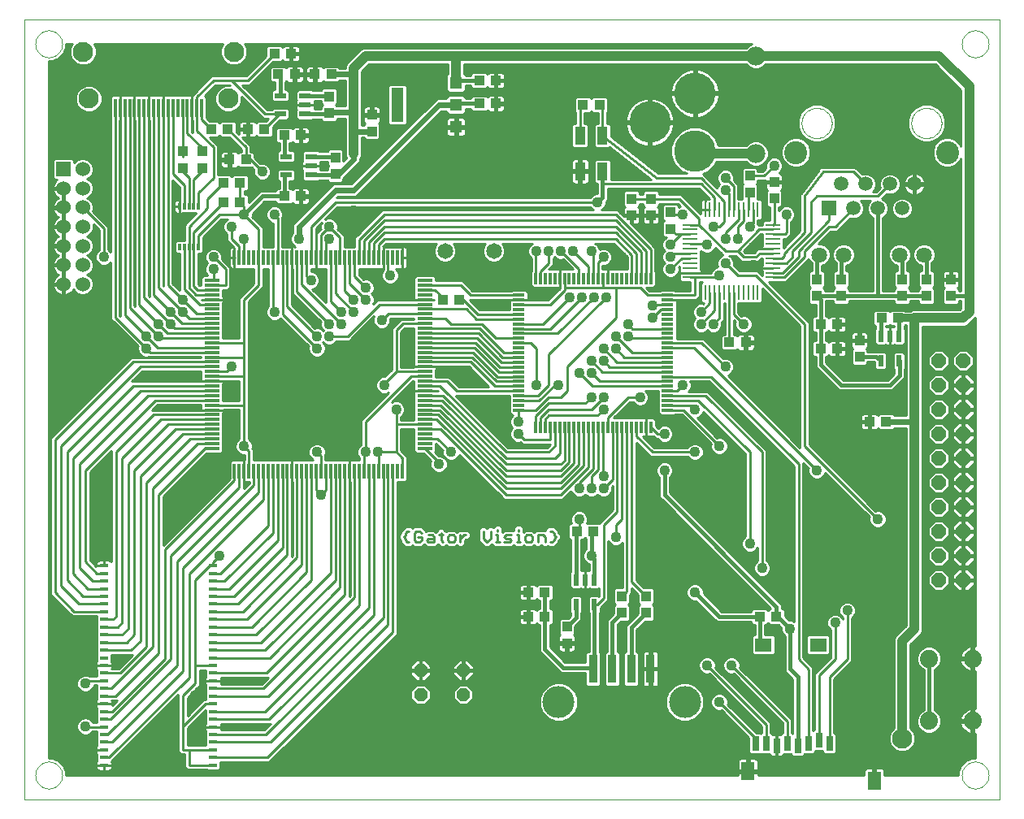
<source format=gtl>
G75*
G70*
%OFA0B0*%
%FSLAX24Y24*%
%IPPOS*%
%LPD*%
%AMOC8*
5,1,8,0,0,1.08239X$1,22.5*
%
%ADD10C,0.0000*%
%ADD11C,0.0110*%
%ADD12R,0.0594X0.0594*%
%ADD13C,0.0594*%
%ADD14C,0.0642*%
%ADD15C,0.0945*%
%ADD16R,0.0709X0.0551*%
%ADD17R,0.0551X0.0748*%
%ADD18R,0.0315X0.0591*%
%ADD19C,0.1700*%
%ADD20C,0.0740*%
%ADD21R,0.0100X0.0591*%
%ADD22R,0.0591X0.0100*%
%ADD23OC8,0.0600*%
%ADD24R,0.0118X0.0630*%
%ADD25R,0.0630X0.0118*%
%ADD26R,0.0217X0.0472*%
%ADD27R,0.0394X0.0433*%
%ADD28R,0.0433X0.0394*%
%ADD29C,0.0780*%
%ADD30R,0.0472X0.0217*%
%ADD31R,0.0512X0.0512*%
%ADD32R,0.0512X0.1417*%
%ADD33R,0.0472X0.0118*%
%ADD34R,0.0118X0.0472*%
%ADD35R,0.0118X0.0748*%
%ADD36C,0.0827*%
%ADD37R,0.0354X0.0157*%
%ADD38C,0.0650*%
%ADD39R,0.0433X0.0748*%
%ADD40R,0.0600X0.0600*%
%ADD41C,0.0600*%
%ADD42C,0.1310*%
%ADD43R,0.0354X0.1181*%
%ADD44R,0.0118X0.0276*%
%ADD45OC8,0.0560*%
%ADD46C,0.0100*%
%ADD47C,0.0436*%
%ADD48C,0.0160*%
%ADD49C,0.0120*%
%ADD50C,0.0400*%
%ADD51C,0.0320*%
%ADD52C,0.0240*%
D10*
X000100Y001790D02*
X040100Y001790D01*
X040100Y033790D01*
X000100Y033790D01*
X000100Y001790D01*
X000549Y002790D02*
X000551Y002837D01*
X000557Y002883D01*
X000567Y002929D01*
X000580Y002974D01*
X000598Y003017D01*
X000619Y003059D01*
X000643Y003099D01*
X000671Y003136D01*
X000702Y003171D01*
X000736Y003204D01*
X000772Y003233D01*
X000811Y003259D01*
X000852Y003282D01*
X000895Y003301D01*
X000939Y003317D01*
X000984Y003329D01*
X001030Y003337D01*
X001077Y003341D01*
X001123Y003341D01*
X001170Y003337D01*
X001216Y003329D01*
X001261Y003317D01*
X001305Y003301D01*
X001348Y003282D01*
X001389Y003259D01*
X001428Y003233D01*
X001464Y003204D01*
X001498Y003171D01*
X001529Y003136D01*
X001557Y003099D01*
X001581Y003059D01*
X001602Y003017D01*
X001620Y002974D01*
X001633Y002929D01*
X001643Y002883D01*
X001649Y002837D01*
X001651Y002790D01*
X001649Y002743D01*
X001643Y002697D01*
X001633Y002651D01*
X001620Y002606D01*
X001602Y002563D01*
X001581Y002521D01*
X001557Y002481D01*
X001529Y002444D01*
X001498Y002409D01*
X001464Y002376D01*
X001428Y002347D01*
X001389Y002321D01*
X001348Y002298D01*
X001305Y002279D01*
X001261Y002263D01*
X001216Y002251D01*
X001170Y002243D01*
X001123Y002239D01*
X001077Y002239D01*
X001030Y002243D01*
X000984Y002251D01*
X000939Y002263D01*
X000895Y002279D01*
X000852Y002298D01*
X000811Y002321D01*
X000772Y002347D01*
X000736Y002376D01*
X000702Y002409D01*
X000671Y002444D01*
X000643Y002481D01*
X000619Y002521D01*
X000598Y002563D01*
X000580Y002606D01*
X000567Y002651D01*
X000557Y002697D01*
X000551Y002743D01*
X000549Y002790D01*
X031980Y029540D02*
X031982Y029589D01*
X031988Y029638D01*
X031998Y029687D01*
X032011Y029734D01*
X032028Y029780D01*
X032049Y029825D01*
X032074Y029868D01*
X032101Y029908D01*
X032132Y029947D01*
X032166Y029983D01*
X032203Y030016D01*
X032242Y030046D01*
X032283Y030073D01*
X032326Y030096D01*
X032371Y030116D01*
X032418Y030133D01*
X032465Y030145D01*
X032514Y030154D01*
X032563Y030159D01*
X032612Y030160D01*
X032662Y030157D01*
X032710Y030150D01*
X032758Y030139D01*
X032806Y030125D01*
X032851Y030107D01*
X032896Y030085D01*
X032938Y030060D01*
X032978Y030031D01*
X033016Y030000D01*
X033051Y029965D01*
X033084Y029928D01*
X033113Y029888D01*
X033139Y029846D01*
X033162Y029803D01*
X033181Y029757D01*
X033196Y029710D01*
X033208Y029662D01*
X033216Y029614D01*
X033220Y029565D01*
X033220Y029515D01*
X033216Y029466D01*
X033208Y029418D01*
X033196Y029370D01*
X033181Y029323D01*
X033162Y029277D01*
X033139Y029234D01*
X033113Y029192D01*
X033084Y029152D01*
X033051Y029115D01*
X033016Y029080D01*
X032978Y029049D01*
X032938Y029020D01*
X032896Y028995D01*
X032851Y028973D01*
X032806Y028955D01*
X032758Y028941D01*
X032710Y028930D01*
X032662Y028923D01*
X032612Y028920D01*
X032563Y028921D01*
X032514Y028926D01*
X032465Y028935D01*
X032418Y028947D01*
X032371Y028964D01*
X032326Y028984D01*
X032283Y029007D01*
X032242Y029034D01*
X032203Y029064D01*
X032166Y029097D01*
X032132Y029133D01*
X032101Y029172D01*
X032074Y029212D01*
X032049Y029255D01*
X032028Y029300D01*
X032011Y029346D01*
X031998Y029393D01*
X031988Y029442D01*
X031982Y029491D01*
X031980Y029540D01*
X036480Y029540D02*
X036482Y029589D01*
X036488Y029638D01*
X036498Y029687D01*
X036511Y029734D01*
X036528Y029780D01*
X036549Y029825D01*
X036574Y029868D01*
X036601Y029908D01*
X036632Y029947D01*
X036666Y029983D01*
X036703Y030016D01*
X036742Y030046D01*
X036783Y030073D01*
X036826Y030096D01*
X036871Y030116D01*
X036918Y030133D01*
X036965Y030145D01*
X037014Y030154D01*
X037063Y030159D01*
X037112Y030160D01*
X037162Y030157D01*
X037210Y030150D01*
X037258Y030139D01*
X037306Y030125D01*
X037351Y030107D01*
X037396Y030085D01*
X037438Y030060D01*
X037478Y030031D01*
X037516Y030000D01*
X037551Y029965D01*
X037584Y029928D01*
X037613Y029888D01*
X037639Y029846D01*
X037662Y029803D01*
X037681Y029757D01*
X037696Y029710D01*
X037708Y029662D01*
X037716Y029614D01*
X037720Y029565D01*
X037720Y029515D01*
X037716Y029466D01*
X037708Y029418D01*
X037696Y029370D01*
X037681Y029323D01*
X037662Y029277D01*
X037639Y029234D01*
X037613Y029192D01*
X037584Y029152D01*
X037551Y029115D01*
X037516Y029080D01*
X037478Y029049D01*
X037438Y029020D01*
X037396Y028995D01*
X037351Y028973D01*
X037306Y028955D01*
X037258Y028941D01*
X037210Y028930D01*
X037162Y028923D01*
X037112Y028920D01*
X037063Y028921D01*
X037014Y028926D01*
X036965Y028935D01*
X036918Y028947D01*
X036871Y028964D01*
X036826Y028984D01*
X036783Y029007D01*
X036742Y029034D01*
X036703Y029064D01*
X036666Y029097D01*
X036632Y029133D01*
X036601Y029172D01*
X036574Y029212D01*
X036549Y029255D01*
X036528Y029300D01*
X036511Y029346D01*
X036498Y029393D01*
X036488Y029442D01*
X036482Y029491D01*
X036480Y029540D01*
X038549Y032790D02*
X038551Y032837D01*
X038557Y032883D01*
X038567Y032929D01*
X038580Y032974D01*
X038598Y033017D01*
X038619Y033059D01*
X038643Y033099D01*
X038671Y033136D01*
X038702Y033171D01*
X038736Y033204D01*
X038772Y033233D01*
X038811Y033259D01*
X038852Y033282D01*
X038895Y033301D01*
X038939Y033317D01*
X038984Y033329D01*
X039030Y033337D01*
X039077Y033341D01*
X039123Y033341D01*
X039170Y033337D01*
X039216Y033329D01*
X039261Y033317D01*
X039305Y033301D01*
X039348Y033282D01*
X039389Y033259D01*
X039428Y033233D01*
X039464Y033204D01*
X039498Y033171D01*
X039529Y033136D01*
X039557Y033099D01*
X039581Y033059D01*
X039602Y033017D01*
X039620Y032974D01*
X039633Y032929D01*
X039643Y032883D01*
X039649Y032837D01*
X039651Y032790D01*
X039649Y032743D01*
X039643Y032697D01*
X039633Y032651D01*
X039620Y032606D01*
X039602Y032563D01*
X039581Y032521D01*
X039557Y032481D01*
X039529Y032444D01*
X039498Y032409D01*
X039464Y032376D01*
X039428Y032347D01*
X039389Y032321D01*
X039348Y032298D01*
X039305Y032279D01*
X039261Y032263D01*
X039216Y032251D01*
X039170Y032243D01*
X039123Y032239D01*
X039077Y032239D01*
X039030Y032243D01*
X038984Y032251D01*
X038939Y032263D01*
X038895Y032279D01*
X038852Y032298D01*
X038811Y032321D01*
X038772Y032347D01*
X038736Y032376D01*
X038702Y032409D01*
X038671Y032444D01*
X038643Y032481D01*
X038619Y032521D01*
X038598Y032563D01*
X038580Y032606D01*
X038567Y032651D01*
X038557Y032697D01*
X038551Y032743D01*
X038549Y032790D01*
X038549Y002790D02*
X038551Y002837D01*
X038557Y002883D01*
X038567Y002929D01*
X038580Y002974D01*
X038598Y003017D01*
X038619Y003059D01*
X038643Y003099D01*
X038671Y003136D01*
X038702Y003171D01*
X038736Y003204D01*
X038772Y003233D01*
X038811Y003259D01*
X038852Y003282D01*
X038895Y003301D01*
X038939Y003317D01*
X038984Y003329D01*
X039030Y003337D01*
X039077Y003341D01*
X039123Y003341D01*
X039170Y003337D01*
X039216Y003329D01*
X039261Y003317D01*
X039305Y003301D01*
X039348Y003282D01*
X039389Y003259D01*
X039428Y003233D01*
X039464Y003204D01*
X039498Y003171D01*
X039529Y003136D01*
X039557Y003099D01*
X039581Y003059D01*
X039602Y003017D01*
X039620Y002974D01*
X039633Y002929D01*
X039643Y002883D01*
X039649Y002837D01*
X039651Y002790D01*
X039649Y002743D01*
X039643Y002697D01*
X039633Y002651D01*
X039620Y002606D01*
X039602Y002563D01*
X039581Y002521D01*
X039557Y002481D01*
X039529Y002444D01*
X039498Y002409D01*
X039464Y002376D01*
X039428Y002347D01*
X039389Y002321D01*
X039348Y002298D01*
X039305Y002279D01*
X039261Y002263D01*
X039216Y002251D01*
X039170Y002243D01*
X039123Y002239D01*
X039077Y002239D01*
X039030Y002243D01*
X038984Y002251D01*
X038939Y002263D01*
X038895Y002279D01*
X038852Y002298D01*
X038811Y002321D01*
X038772Y002347D01*
X038736Y002376D01*
X038702Y002409D01*
X038671Y002444D01*
X038643Y002481D01*
X038619Y002521D01*
X038598Y002563D01*
X038580Y002606D01*
X038567Y002651D01*
X038557Y002697D01*
X038551Y002743D01*
X038549Y002790D01*
X000549Y032790D02*
X000551Y032837D01*
X000557Y032883D01*
X000567Y032929D01*
X000580Y032974D01*
X000598Y033017D01*
X000619Y033059D01*
X000643Y033099D01*
X000671Y033136D01*
X000702Y033171D01*
X000736Y033204D01*
X000772Y033233D01*
X000811Y033259D01*
X000852Y033282D01*
X000895Y033301D01*
X000939Y033317D01*
X000984Y033329D01*
X001030Y033337D01*
X001077Y033341D01*
X001123Y033341D01*
X001170Y033337D01*
X001216Y033329D01*
X001261Y033317D01*
X001305Y033301D01*
X001348Y033282D01*
X001389Y033259D01*
X001428Y033233D01*
X001464Y033204D01*
X001498Y033171D01*
X001529Y033136D01*
X001557Y033099D01*
X001581Y033059D01*
X001602Y033017D01*
X001620Y032974D01*
X001633Y032929D01*
X001643Y032883D01*
X001649Y032837D01*
X001651Y032790D01*
X001649Y032743D01*
X001643Y032697D01*
X001633Y032651D01*
X001620Y032606D01*
X001602Y032563D01*
X001581Y032521D01*
X001557Y032481D01*
X001529Y032444D01*
X001498Y032409D01*
X001464Y032376D01*
X001428Y032347D01*
X001389Y032321D01*
X001348Y032298D01*
X001305Y032279D01*
X001261Y032263D01*
X001216Y032251D01*
X001170Y032243D01*
X001123Y032239D01*
X001077Y032239D01*
X001030Y032243D01*
X000984Y032251D01*
X000939Y032263D01*
X000895Y032279D01*
X000852Y032298D01*
X000811Y032321D01*
X000772Y032347D01*
X000736Y032376D01*
X000702Y032409D01*
X000671Y032444D01*
X000643Y032481D01*
X000619Y032521D01*
X000598Y032563D01*
X000580Y032606D01*
X000567Y032651D01*
X000557Y032697D01*
X000551Y032743D01*
X000549Y032790D01*
D11*
X015805Y012795D02*
X015730Y012720D01*
X015730Y012645D01*
X015655Y012570D01*
X015730Y012495D01*
X015730Y012420D01*
X015805Y012345D01*
X015880Y012345D01*
X016085Y012420D02*
X016160Y012345D01*
X016310Y012345D01*
X016385Y012420D01*
X016385Y012570D01*
X016235Y012570D01*
X016385Y012720D02*
X016310Y012795D01*
X016160Y012795D01*
X016085Y012720D01*
X016085Y012420D01*
X015880Y012795D02*
X015805Y012795D01*
X016600Y012420D02*
X016675Y012495D01*
X016901Y012495D01*
X016901Y012570D02*
X016901Y012345D01*
X016675Y012345D01*
X016600Y012420D01*
X016675Y012645D02*
X016826Y012645D01*
X016901Y012570D01*
X017116Y012645D02*
X017266Y012645D01*
X017191Y012720D02*
X017191Y012420D01*
X017266Y012345D01*
X017460Y012420D02*
X017535Y012345D01*
X017685Y012345D01*
X017760Y012420D01*
X017760Y012570D01*
X017685Y012645D01*
X017535Y012645D01*
X017460Y012570D01*
X017460Y012420D01*
X017975Y012495D02*
X018126Y012645D01*
X018201Y012645D01*
X017975Y012645D02*
X017975Y012345D01*
X018921Y012495D02*
X019071Y012345D01*
X019221Y012495D01*
X019221Y012795D01*
X019436Y012645D02*
X019511Y012645D01*
X019511Y012345D01*
X019436Y012345D02*
X019586Y012345D01*
X019780Y012345D02*
X020005Y012345D01*
X020080Y012420D01*
X020005Y012495D01*
X019855Y012495D01*
X019780Y012570D01*
X019855Y012645D01*
X020080Y012645D01*
X020296Y012645D02*
X020371Y012645D01*
X020371Y012345D01*
X020296Y012345D02*
X020446Y012345D01*
X020640Y012420D02*
X020715Y012345D01*
X020865Y012345D01*
X020940Y012420D01*
X020940Y012570D01*
X020865Y012645D01*
X020715Y012645D01*
X020640Y012570D01*
X020640Y012420D01*
X020371Y012795D02*
X020371Y012870D01*
X021155Y012645D02*
X021380Y012645D01*
X021455Y012570D01*
X021455Y012345D01*
X021671Y012345D02*
X021746Y012345D01*
X021821Y012420D01*
X021821Y012495D01*
X021896Y012570D01*
X021821Y012645D01*
X021821Y012720D01*
X021746Y012795D01*
X021671Y012795D01*
X021155Y012645D02*
X021155Y012345D01*
X019511Y012795D02*
X019511Y012870D01*
X018921Y012795D02*
X018921Y012495D01*
D12*
X033100Y026040D03*
D13*
X034100Y026040D03*
X035100Y026040D03*
X036100Y026040D03*
X035600Y027040D03*
X036600Y027040D03*
X034600Y027040D03*
X033600Y027040D03*
D14*
X033698Y024138D03*
X032698Y024138D03*
X036002Y024138D03*
X037002Y024138D03*
D15*
X037960Y028339D03*
X031740Y028339D03*
D16*
X032651Y008132D03*
X030407Y008132D03*
D17*
X029777Y002955D03*
X034954Y002561D03*
D18*
X033120Y004077D03*
X032687Y004234D03*
X032254Y004077D03*
X031820Y003998D03*
X031387Y004077D03*
X030954Y003998D03*
X030521Y004077D03*
X030088Y004077D03*
D19*
X027600Y028396D03*
X025750Y029577D03*
X027600Y030758D03*
D20*
X037210Y007570D03*
X038990Y007570D03*
X038990Y005010D03*
X037210Y005010D03*
D21*
X030183Y022597D03*
X029986Y022597D03*
X029789Y022597D03*
X029592Y022597D03*
X029395Y022597D03*
X029198Y022597D03*
X029002Y022597D03*
X028805Y022597D03*
X028608Y022597D03*
X028411Y022597D03*
X028214Y022597D03*
X028017Y022597D03*
X028017Y025983D03*
X028214Y025983D03*
X028411Y025983D03*
X028608Y025983D03*
X028805Y025983D03*
X029002Y025983D03*
X029198Y025983D03*
X029395Y025983D03*
X029592Y025983D03*
X029789Y025983D03*
X029986Y025983D03*
X030183Y025983D03*
D22*
X030793Y025372D03*
X030793Y025175D03*
X030793Y024979D03*
X030793Y024782D03*
X030793Y024585D03*
X030793Y024388D03*
X030793Y024191D03*
X030793Y023994D03*
X030793Y023797D03*
X030793Y023601D03*
X030793Y023404D03*
X030793Y023207D03*
X027407Y023207D03*
X027407Y023404D03*
X027407Y023601D03*
X027407Y023797D03*
X027407Y023994D03*
X027407Y024191D03*
X027407Y024388D03*
X027407Y024585D03*
X027407Y024782D03*
X027407Y024979D03*
X027407Y025175D03*
X027407Y025372D03*
D23*
X037600Y019790D03*
X038600Y019790D03*
X038600Y018790D03*
X037600Y018790D03*
X037600Y017790D03*
X038600Y017790D03*
X038600Y016790D03*
X037600Y016790D03*
X037600Y015790D03*
X038600Y015790D03*
X038600Y014790D03*
X037600Y014790D03*
X037600Y013790D03*
X038600Y013790D03*
X038600Y012790D03*
X037600Y012790D03*
X037600Y011790D03*
X038600Y011790D03*
X038600Y010790D03*
X037600Y010790D03*
D24*
X015606Y015273D03*
X015409Y015273D03*
X015212Y015273D03*
X015015Y015273D03*
X014818Y015273D03*
X014621Y015273D03*
X014424Y015273D03*
X014228Y015273D03*
X014031Y015273D03*
X013834Y015273D03*
X013637Y015273D03*
X013440Y015273D03*
X013243Y015273D03*
X013046Y015273D03*
X012850Y015273D03*
X012653Y015273D03*
X012456Y015273D03*
X012259Y015273D03*
X012062Y015273D03*
X011865Y015273D03*
X011669Y015273D03*
X011472Y015273D03*
X011275Y015273D03*
X011078Y015273D03*
X010881Y015273D03*
X010684Y015273D03*
X010487Y015273D03*
X010291Y015273D03*
X010094Y015273D03*
X009897Y015273D03*
X009700Y015273D03*
X009503Y015273D03*
X009306Y015273D03*
X009109Y015273D03*
X008913Y015273D03*
X008716Y015273D03*
X008716Y024013D03*
X008913Y024013D03*
X009109Y024013D03*
X009306Y024013D03*
X009503Y024013D03*
X009700Y024013D03*
X009897Y024013D03*
X010094Y024013D03*
X010291Y024013D03*
X010487Y024013D03*
X010684Y024013D03*
X010881Y024013D03*
X011078Y024013D03*
X011275Y024013D03*
X011472Y024013D03*
X011669Y024013D03*
X011865Y024013D03*
X012062Y024013D03*
X012259Y024013D03*
X012456Y024013D03*
X012653Y024013D03*
X012850Y024013D03*
X013046Y024013D03*
X013243Y024013D03*
X013440Y024013D03*
X013637Y024013D03*
X013834Y024013D03*
X014031Y024013D03*
X014228Y024013D03*
X014424Y024013D03*
X014621Y024013D03*
X014818Y024013D03*
X015015Y024013D03*
X015212Y024013D03*
X015409Y024013D03*
X015606Y024013D03*
D25*
X016531Y023088D03*
X016531Y022891D03*
X016531Y022694D03*
X016531Y022497D03*
X016531Y022301D03*
X016531Y022104D03*
X016531Y021907D03*
X016531Y021710D03*
X016531Y021513D03*
X016531Y021316D03*
X016531Y021120D03*
X016531Y020923D03*
X016531Y020726D03*
X016531Y020529D03*
X016531Y020332D03*
X016531Y020135D03*
X016531Y019938D03*
X016531Y019742D03*
X016531Y019545D03*
X016531Y019348D03*
X016531Y019151D03*
X016531Y018954D03*
X016531Y018757D03*
X016531Y018560D03*
X016531Y018364D03*
X016531Y018167D03*
X016531Y017970D03*
X016531Y017773D03*
X016531Y017576D03*
X016531Y017379D03*
X016531Y017183D03*
X016531Y016986D03*
X016531Y016789D03*
X016531Y016592D03*
X016531Y016395D03*
X016531Y016198D03*
X007791Y016198D03*
X007791Y016395D03*
X007791Y016592D03*
X007791Y016789D03*
X007791Y016986D03*
X007791Y017183D03*
X007791Y017379D03*
X007791Y017576D03*
X007791Y017773D03*
X007791Y017970D03*
X007791Y018167D03*
X007791Y018364D03*
X007791Y018560D03*
X007791Y018757D03*
X007791Y018954D03*
X007791Y019151D03*
X007791Y019348D03*
X007791Y019545D03*
X007791Y019742D03*
X007791Y019938D03*
X007791Y020135D03*
X007791Y020332D03*
X007791Y020529D03*
X007791Y020726D03*
X007791Y020923D03*
X007791Y021120D03*
X007791Y021316D03*
X007791Y021513D03*
X007791Y021710D03*
X007791Y021907D03*
X007791Y022104D03*
X007791Y022301D03*
X007791Y022497D03*
X007791Y022694D03*
X007791Y022891D03*
X007791Y023088D03*
D26*
X022726Y010801D03*
X023100Y010801D03*
X023474Y010801D03*
X023474Y009778D03*
X022726Y009778D03*
X035226Y019778D03*
X035974Y019778D03*
X035974Y020801D03*
X035600Y020801D03*
X035226Y020801D03*
D27*
X034350Y020624D03*
X034350Y019955D03*
X033600Y022455D03*
X033600Y023124D03*
X032600Y023124D03*
X032600Y022455D03*
X036100Y022455D03*
X036100Y023124D03*
X037100Y023124D03*
X037100Y022455D03*
X038100Y022455D03*
X038100Y023124D03*
X030850Y026455D03*
X030850Y027124D03*
X029850Y027374D03*
X029850Y026705D03*
X026600Y025874D03*
X026600Y025205D03*
X025800Y025755D03*
X025800Y026424D03*
X025000Y026424D03*
X025000Y025755D03*
X014350Y029205D03*
X014350Y029874D03*
X012600Y029955D03*
X012600Y030624D03*
X012850Y028124D03*
X012850Y027455D03*
X007400Y027705D03*
X007400Y028374D03*
X006600Y028374D03*
X006600Y027705D03*
X024600Y010124D03*
X024600Y009455D03*
X025600Y009455D03*
X025600Y010124D03*
X022350Y008874D03*
X022350Y008205D03*
D28*
X021435Y009290D03*
X020765Y009290D03*
X020765Y010290D03*
X021435Y010290D03*
X022765Y012790D03*
X023435Y012790D03*
X030265Y009290D03*
X030935Y009290D03*
X034765Y017290D03*
X035435Y017290D03*
X033435Y020290D03*
X032765Y020290D03*
X032765Y021290D03*
X033435Y021290D03*
X035265Y021540D03*
X035935Y021540D03*
X029685Y020540D03*
X029015Y020540D03*
X017935Y022290D03*
X017265Y022290D03*
X011435Y026540D03*
X010765Y026540D03*
X008935Y026290D03*
X008265Y026290D03*
X008265Y027090D03*
X008935Y027090D03*
X009185Y028040D03*
X008515Y028040D03*
X008435Y029290D03*
X007765Y029290D03*
X009265Y029290D03*
X009935Y029290D03*
X010765Y029040D03*
X011435Y029040D03*
X011185Y031540D03*
X010515Y031540D03*
X010365Y032390D03*
X011035Y032390D03*
X012015Y031540D03*
X012685Y031540D03*
X018765Y031290D03*
X019435Y031290D03*
X019435Y030340D03*
X018765Y030340D03*
X023015Y030290D03*
X023685Y030290D03*
D29*
X030100Y032290D03*
X030100Y028290D03*
D30*
X011862Y028164D03*
X011862Y027790D03*
X011862Y027416D03*
X010838Y027416D03*
X010838Y028164D03*
X010588Y029916D03*
X010588Y030664D03*
X011612Y030664D03*
X011612Y030290D03*
X011612Y029916D03*
D31*
X017801Y030290D03*
X017801Y031195D03*
X017801Y029384D03*
D32*
X015399Y030290D03*
D33*
X020380Y022483D03*
X020380Y022286D03*
X020380Y022090D03*
X020380Y021893D03*
X020380Y021696D03*
X020380Y021499D03*
X020380Y021302D03*
X020380Y021105D03*
X020380Y020908D03*
X020380Y020712D03*
X020380Y020515D03*
X020380Y020318D03*
X020380Y020121D03*
X020380Y019924D03*
X020380Y019727D03*
X020380Y019531D03*
X020380Y019334D03*
X020380Y019137D03*
X020380Y018940D03*
X020380Y018743D03*
X020380Y018546D03*
X020380Y018349D03*
X020380Y018153D03*
X020380Y017956D03*
X020380Y017759D03*
X026483Y017759D03*
X026483Y017956D03*
X026483Y018153D03*
X026483Y018349D03*
X026483Y018546D03*
X026483Y018743D03*
X026483Y018940D03*
X026483Y019137D03*
X026483Y019334D03*
X026483Y019531D03*
X026483Y019727D03*
X026483Y019924D03*
X026483Y020121D03*
X026483Y020318D03*
X026483Y020515D03*
X026483Y020712D03*
X026483Y020908D03*
X026483Y021105D03*
X026483Y021302D03*
X026483Y021499D03*
X026483Y021696D03*
X026483Y021893D03*
X026483Y022090D03*
X026483Y022286D03*
X026483Y022483D03*
D34*
X025794Y023172D03*
X025597Y023172D03*
X025400Y023172D03*
X025203Y023172D03*
X025006Y023172D03*
X024809Y023172D03*
X024613Y023172D03*
X024416Y023172D03*
X024219Y023172D03*
X024022Y023172D03*
X023825Y023172D03*
X023628Y023172D03*
X023431Y023172D03*
X023235Y023172D03*
X023038Y023172D03*
X022841Y023172D03*
X022644Y023172D03*
X022447Y023172D03*
X022250Y023172D03*
X022054Y023172D03*
X021857Y023172D03*
X021660Y023172D03*
X021463Y023172D03*
X021266Y023172D03*
X021069Y023172D03*
X021069Y017070D03*
X021266Y017070D03*
X021463Y017070D03*
X021660Y017070D03*
X021857Y017070D03*
X022054Y017070D03*
X022250Y017070D03*
X022447Y017070D03*
X022644Y017070D03*
X022841Y017070D03*
X023038Y017070D03*
X023235Y017070D03*
X023431Y017070D03*
X023628Y017070D03*
X023825Y017070D03*
X024022Y017070D03*
X024219Y017070D03*
X024416Y017070D03*
X024613Y017070D03*
X024809Y017070D03*
X025006Y017070D03*
X025203Y017070D03*
X025400Y017070D03*
X025597Y017070D03*
X025794Y017070D03*
D35*
X007372Y030166D03*
X007175Y030166D03*
X006978Y030166D03*
X006781Y030166D03*
X006584Y030166D03*
X006387Y030166D03*
X006191Y030166D03*
X005994Y030166D03*
X005797Y030166D03*
X005600Y030166D03*
X005403Y030166D03*
X005206Y030166D03*
X005009Y030166D03*
X004813Y030166D03*
X004616Y030166D03*
X004419Y030166D03*
X004222Y030166D03*
X004025Y030166D03*
X003828Y030166D03*
D36*
X002746Y030540D03*
X002509Y032469D03*
X008454Y030540D03*
X008691Y032469D03*
X036100Y004290D03*
D37*
X007836Y004140D03*
X007836Y004455D03*
X007836Y004770D03*
X007836Y005085D03*
X007836Y005400D03*
X007836Y005715D03*
X007836Y006030D03*
X007836Y006345D03*
X007836Y006660D03*
X007836Y006975D03*
X007836Y007290D03*
X007836Y007605D03*
X007836Y007920D03*
X007836Y008234D03*
X007836Y008549D03*
X007836Y008864D03*
X007836Y009179D03*
X007836Y009494D03*
X007836Y009809D03*
X007836Y010124D03*
X007836Y010439D03*
X007836Y010754D03*
X007836Y011069D03*
X007836Y011384D03*
X003364Y011384D03*
X003364Y011069D03*
X003364Y010754D03*
X003364Y010439D03*
X003364Y010124D03*
X003364Y009809D03*
X003364Y009494D03*
X003364Y009179D03*
X003364Y008864D03*
X003364Y008549D03*
X003364Y008234D03*
X003364Y007920D03*
X003364Y007605D03*
X003364Y007290D03*
X003364Y006975D03*
X003364Y006660D03*
X003364Y006345D03*
X003364Y006030D03*
X003364Y005715D03*
X003364Y005400D03*
X003364Y005085D03*
X003364Y004770D03*
X003364Y004455D03*
X003364Y004140D03*
X003364Y003825D03*
X003364Y003510D03*
X003364Y003195D03*
X007836Y003195D03*
X007836Y003510D03*
X007836Y003825D03*
D38*
X017350Y024290D03*
X019350Y024290D03*
D39*
X022897Y027561D03*
X023803Y027561D03*
X023803Y029018D03*
X022897Y029018D03*
D40*
X001706Y027652D03*
D41*
X001706Y026864D03*
X001706Y026077D03*
X002494Y026077D03*
X002494Y026864D03*
X002494Y027652D03*
X002494Y025290D03*
X001706Y025290D03*
X001706Y024502D03*
X001706Y023715D03*
X002494Y023715D03*
X002494Y024502D03*
X002494Y022927D03*
X001706Y022927D03*
D42*
X022015Y005790D03*
X027185Y005790D03*
D43*
X025781Y007148D03*
X024994Y007148D03*
X024206Y007148D03*
X023419Y007148D03*
D44*
X007244Y024463D03*
X007047Y024463D03*
X006850Y024463D03*
X006653Y024463D03*
X006456Y024463D03*
X006456Y026116D03*
X006653Y026116D03*
X006850Y026116D03*
X007047Y026116D03*
X007244Y026116D03*
D45*
X016350Y007090D03*
X016350Y006090D03*
X018100Y006090D03*
X018100Y007090D03*
D46*
X018130Y007109D02*
X021977Y007109D01*
X021878Y007207D02*
X018530Y007207D01*
X018530Y007268D02*
X018278Y007520D01*
X018130Y007520D01*
X018130Y007120D01*
X018070Y007120D01*
X018070Y007520D01*
X017922Y007520D01*
X017670Y007268D01*
X017670Y007120D01*
X018070Y007120D01*
X018070Y007060D01*
X017670Y007060D01*
X017670Y006911D01*
X017922Y006660D01*
X018070Y006660D01*
X018070Y007060D01*
X018130Y007060D01*
X018130Y007120D01*
X018530Y007120D01*
X018530Y007268D01*
X018492Y007306D02*
X021780Y007306D01*
X021681Y007404D02*
X018394Y007404D01*
X018295Y007503D02*
X021583Y007503D01*
X021484Y007601D02*
X014423Y007601D01*
X014325Y007503D02*
X016155Y007503D01*
X016172Y007520D02*
X015920Y007268D01*
X015920Y007120D01*
X016320Y007120D01*
X016320Y007520D01*
X016172Y007520D01*
X016320Y007503D02*
X016380Y007503D01*
X016380Y007520D02*
X016380Y007120D01*
X016320Y007120D01*
X016320Y007060D01*
X015920Y007060D01*
X015920Y006911D01*
X016172Y006660D01*
X016320Y006660D01*
X016320Y007060D01*
X016380Y007060D01*
X016380Y007120D01*
X016780Y007120D01*
X016780Y007268D01*
X016528Y007520D01*
X016380Y007520D01*
X016380Y007404D02*
X016320Y007404D01*
X016320Y007306D02*
X016380Y007306D01*
X016380Y007207D02*
X016320Y007207D01*
X016320Y007109D02*
X013931Y007109D01*
X014029Y007207D02*
X015920Y007207D01*
X015958Y007306D02*
X014128Y007306D01*
X014226Y007404D02*
X016056Y007404D01*
X015920Y007010D02*
X013832Y007010D01*
X013734Y006912D02*
X015920Y006912D01*
X016018Y006813D02*
X013635Y006813D01*
X013537Y006715D02*
X016117Y006715D01*
X016320Y006715D02*
X016380Y006715D01*
X016380Y006660D02*
X016528Y006660D01*
X016780Y006911D01*
X016780Y007060D01*
X016380Y007060D01*
X016380Y006660D01*
X016380Y006813D02*
X016320Y006813D01*
X016320Y006912D02*
X016380Y006912D01*
X016380Y007010D02*
X016320Y007010D01*
X016380Y007109D02*
X018070Y007109D01*
X018130Y007060D02*
X018130Y006660D01*
X018278Y006660D01*
X018530Y006911D01*
X018530Y007060D01*
X018130Y007060D01*
X018130Y007010D02*
X018070Y007010D01*
X018070Y006912D02*
X018130Y006912D01*
X018130Y006813D02*
X018070Y006813D01*
X018070Y006715D02*
X018130Y006715D01*
X018333Y006715D02*
X023107Y006715D01*
X023107Y006813D02*
X018432Y006813D01*
X018530Y006912D02*
X023107Y006912D01*
X023107Y006988D02*
X023107Y006501D01*
X023186Y006422D01*
X023652Y006422D01*
X023731Y006501D01*
X023731Y007794D01*
X023689Y007836D01*
X023689Y009457D01*
X023717Y009486D01*
X023717Y009645D01*
X023927Y009855D01*
X024035Y009963D01*
X024035Y012377D01*
X024051Y012340D01*
X024150Y012240D01*
X024280Y012186D01*
X024420Y012186D01*
X024550Y012240D01*
X024624Y012315D01*
X024624Y010476D01*
X024347Y010476D01*
X024268Y010397D01*
X024268Y009852D01*
X024330Y009790D01*
X024268Y009727D01*
X024268Y009427D01*
X023991Y009150D01*
X023991Y007873D01*
X023973Y007873D01*
X023894Y007794D01*
X023894Y006501D01*
X023973Y006422D01*
X024439Y006422D01*
X024518Y006501D01*
X024518Y007794D01*
X024439Y007873D01*
X024421Y007873D01*
X024421Y008972D01*
X024553Y009103D01*
X024853Y009103D01*
X024932Y009183D01*
X024932Y009727D01*
X024870Y009790D01*
X024932Y009852D01*
X024932Y010194D01*
X024994Y010257D01*
X024994Y010468D01*
X025268Y010194D01*
X025268Y009852D01*
X025330Y009790D01*
X025268Y009727D01*
X025268Y009427D01*
X024779Y008938D01*
X024779Y007873D01*
X024761Y007873D01*
X024682Y007794D01*
X024682Y006501D01*
X024761Y006422D01*
X025227Y006422D01*
X025306Y006501D01*
X025306Y007794D01*
X025227Y007873D01*
X025209Y007873D01*
X025209Y008760D01*
X025553Y009103D01*
X025853Y009103D01*
X025932Y009183D01*
X025932Y009727D01*
X025870Y009790D01*
X025932Y009852D01*
X025932Y010397D01*
X025853Y010476D01*
X025510Y010476D01*
X025191Y010795D01*
X025191Y016437D01*
X025773Y015855D01*
X027294Y015855D01*
X027301Y015840D01*
X027400Y015740D01*
X027530Y015686D01*
X027670Y015686D01*
X027800Y015740D01*
X027899Y015840D01*
X027953Y015969D01*
X027953Y016110D01*
X027899Y016240D01*
X027800Y016339D01*
X027670Y016393D01*
X027530Y016393D01*
X027400Y016339D01*
X027301Y016240D01*
X027294Y016225D01*
X025927Y016225D01*
X025453Y016699D01*
X025472Y016699D01*
X025480Y016694D01*
X025518Y016684D01*
X025597Y016684D01*
X025676Y016684D01*
X025714Y016694D01*
X025722Y016699D01*
X025903Y016699D01*
X025997Y016605D01*
X026044Y016605D01*
X026051Y016590D01*
X026150Y016490D01*
X026280Y016436D01*
X026420Y016436D01*
X026550Y016490D01*
X026649Y016590D01*
X026703Y016719D01*
X026703Y016860D01*
X027768Y016860D01*
X027866Y016762D02*
X026703Y016762D01*
X026703Y016860D02*
X026649Y016990D01*
X026550Y017089D01*
X026420Y017143D01*
X026280Y017143D01*
X026150Y017089D01*
X026093Y017032D01*
X025988Y017137D01*
X025988Y017362D01*
X025909Y017441D01*
X025722Y017441D01*
X025714Y017446D01*
X025676Y017456D01*
X025597Y017456D01*
X025597Y017070D01*
X025597Y017070D01*
X025597Y017456D01*
X025518Y017456D01*
X025480Y017446D01*
X025472Y017441D01*
X024263Y017441D01*
X024927Y018105D01*
X025044Y018105D01*
X025051Y018090D01*
X025150Y017990D01*
X025280Y017936D01*
X025420Y017936D01*
X025550Y017990D01*
X025649Y018090D01*
X025703Y018219D01*
X025703Y018360D01*
X025649Y018490D01*
X025581Y018558D01*
X026111Y018558D01*
X026111Y017644D01*
X026191Y017565D01*
X026775Y017565D01*
X026784Y017574D01*
X027054Y017574D01*
X028253Y016375D01*
X028247Y016360D01*
X028247Y016219D01*
X028301Y016090D01*
X028400Y015990D01*
X028530Y015936D01*
X028670Y015936D01*
X028800Y015990D01*
X028899Y016090D01*
X028953Y016219D01*
X028953Y016360D01*
X028899Y016490D01*
X028800Y016589D01*
X028670Y016643D01*
X028530Y016643D01*
X028515Y016636D01*
X027702Y017450D01*
X027800Y017490D01*
X027899Y017590D01*
X027940Y017688D01*
X029665Y015963D01*
X029665Y012595D01*
X029650Y012589D01*
X029551Y012490D01*
X029497Y012360D01*
X029497Y012219D01*
X029551Y012090D01*
X029650Y011990D01*
X029780Y011936D01*
X029920Y011936D01*
X030050Y011990D01*
X030149Y012090D01*
X030165Y012127D01*
X030165Y011595D01*
X030150Y011589D01*
X030051Y011490D01*
X029997Y011360D01*
X029997Y011219D01*
X030051Y011090D01*
X030150Y010990D01*
X030280Y010936D01*
X030420Y010936D01*
X030550Y010990D01*
X030649Y011090D01*
X030703Y011219D01*
X030703Y011360D01*
X030649Y011490D01*
X030550Y011589D01*
X030535Y011595D01*
X030535Y016116D01*
X030427Y016225D01*
X030427Y016225D01*
X028225Y018426D01*
X028225Y018426D01*
X028117Y018534D01*
X027344Y018534D01*
X027399Y018590D01*
X027453Y018719D01*
X027453Y018860D01*
X027415Y018952D01*
X028176Y018952D01*
X031665Y015463D01*
X031665Y009103D01*
X031570Y009143D01*
X031451Y009143D01*
X031286Y009307D01*
X031286Y009542D01*
X031207Y009621D01*
X031150Y009621D01*
X031150Y009794D01*
X026565Y014379D01*
X026565Y015005D01*
X026649Y015090D01*
X026703Y015219D01*
X026703Y015360D01*
X026649Y015490D01*
X026550Y015589D01*
X026420Y015643D01*
X026280Y015643D01*
X026150Y015589D01*
X026051Y015490D01*
X025997Y015360D01*
X025997Y015219D01*
X026051Y015090D01*
X026135Y015005D01*
X026135Y014201D01*
X025191Y014201D01*
X025191Y014299D02*
X026135Y014299D01*
X026135Y014201D02*
X026261Y014075D01*
X030714Y009621D01*
X030662Y009621D01*
X030600Y009559D01*
X030538Y009621D01*
X029993Y009621D01*
X029914Y009542D01*
X029914Y009505D01*
X028689Y009505D01*
X027953Y010241D01*
X027953Y010360D01*
X027899Y010490D01*
X027800Y010589D01*
X027670Y010643D01*
X027530Y010643D01*
X027400Y010589D01*
X027301Y010490D01*
X027247Y010360D01*
X027247Y010219D01*
X027301Y010090D01*
X027400Y009990D01*
X027530Y009936D01*
X027649Y009936D01*
X028511Y009075D01*
X029914Y009075D01*
X029914Y009037D01*
X029993Y008958D01*
X030050Y008958D01*
X030050Y008543D01*
X029997Y008543D01*
X029918Y008464D01*
X029918Y007801D01*
X029997Y007722D01*
X030817Y007722D01*
X030896Y007801D01*
X030896Y008464D01*
X030817Y008543D01*
X030480Y008543D01*
X030480Y008958D01*
X030538Y008958D01*
X030600Y009020D01*
X030662Y008958D01*
X031028Y008958D01*
X031147Y008839D01*
X031147Y008719D01*
X031201Y008590D01*
X031285Y008505D01*
X031285Y007051D01*
X031411Y006925D01*
X031605Y006730D01*
X031605Y004503D01*
X031601Y004507D01*
X031572Y004507D01*
X031572Y005079D01*
X029447Y007204D01*
X029453Y007219D01*
X029453Y007360D01*
X029399Y007490D01*
X029300Y007589D01*
X029170Y007643D01*
X029030Y007643D01*
X028900Y007589D01*
X028801Y007490D01*
X028747Y007360D01*
X028747Y007219D01*
X028801Y007090D01*
X028900Y006990D01*
X029030Y006936D01*
X029170Y006936D01*
X029185Y006943D01*
X031202Y004926D01*
X031202Y004507D01*
X031174Y004507D01*
X031110Y004444D01*
X030983Y004444D01*
X030983Y004027D01*
X030926Y004027D01*
X030926Y004444D01*
X030798Y004444D01*
X030735Y004507D01*
X030706Y004507D01*
X030706Y004945D01*
X028447Y007204D01*
X028453Y007219D01*
X028453Y007360D01*
X028399Y007490D01*
X028300Y007589D01*
X028170Y007643D01*
X028030Y007643D01*
X027900Y007589D01*
X027801Y007490D01*
X027747Y007360D01*
X027747Y007219D01*
X027801Y007090D01*
X027900Y006990D01*
X028030Y006936D01*
X028170Y006936D01*
X028185Y006943D01*
X030336Y004792D01*
X030336Y004507D01*
X030308Y004507D01*
X030305Y004504D01*
X030302Y004507D01*
X030144Y004507D01*
X028947Y005704D01*
X028953Y005719D01*
X028953Y005860D01*
X028899Y005990D01*
X028800Y006089D01*
X028670Y006143D01*
X028530Y006143D01*
X028400Y006089D01*
X028301Y005990D01*
X028247Y005860D01*
X028247Y005719D01*
X028301Y005590D01*
X028400Y005490D01*
X028530Y005436D01*
X028670Y005436D01*
X028685Y005443D01*
X029796Y004332D01*
X029796Y003726D01*
X029875Y003647D01*
X030302Y003647D01*
X030305Y003650D01*
X030308Y003647D01*
X030657Y003647D01*
X030657Y003645D01*
X030677Y003611D01*
X030705Y003583D01*
X030739Y003563D01*
X030777Y003553D01*
X030926Y003553D01*
X030926Y003970D01*
X030983Y003970D01*
X030983Y003553D01*
X031132Y003553D01*
X031170Y003563D01*
X031204Y003583D01*
X031232Y003611D01*
X031252Y003645D01*
X031252Y003647D01*
X031528Y003647D01*
X031607Y003568D01*
X032034Y003568D01*
X032113Y003647D01*
X032467Y003647D01*
X032546Y003726D01*
X032546Y003804D01*
X032827Y003804D01*
X032827Y003726D01*
X032906Y003647D01*
X033333Y003647D01*
X033412Y003726D01*
X033412Y004428D01*
X033333Y004507D01*
X033305Y004507D01*
X033305Y006733D01*
X033927Y007355D01*
X034035Y007463D01*
X034035Y009234D01*
X034050Y009240D01*
X034149Y009340D01*
X034203Y009469D01*
X034203Y009610D01*
X034149Y009740D01*
X034050Y009839D01*
X033920Y009893D01*
X033780Y009893D01*
X033650Y009839D01*
X033551Y009740D01*
X033497Y009610D01*
X033497Y009469D01*
X033551Y009340D01*
X033650Y009240D01*
X033665Y009234D01*
X033665Y009202D01*
X033649Y009240D01*
X033550Y009339D01*
X033420Y009393D01*
X033280Y009393D01*
X033150Y009339D01*
X033051Y009240D01*
X032997Y009110D01*
X032997Y008969D01*
X033051Y008840D01*
X033150Y008740D01*
X033165Y008734D01*
X033165Y007616D01*
X032502Y006953D01*
X032502Y004665D01*
X032473Y004665D01*
X032439Y004630D01*
X032439Y007213D01*
X032035Y007616D01*
X032035Y015593D01*
X032253Y015375D01*
X032247Y015360D01*
X032247Y015219D01*
X032301Y015090D01*
X032400Y014990D01*
X032530Y014936D01*
X032670Y014936D01*
X032800Y014990D01*
X032899Y015090D01*
X032940Y015188D01*
X034753Y013375D01*
X034747Y013360D01*
X034747Y013219D01*
X034801Y013090D01*
X034900Y012990D01*
X035030Y012936D01*
X035170Y012936D01*
X035300Y012990D01*
X035399Y013090D01*
X035453Y013219D01*
X035453Y013360D01*
X035399Y013490D01*
X035300Y013589D01*
X035170Y013643D01*
X035030Y013643D01*
X035015Y013636D01*
X032285Y016366D01*
X032285Y021366D01*
X030629Y023022D01*
X031344Y023022D01*
X032177Y023855D01*
X032280Y023958D01*
X032312Y023880D01*
X032385Y023807D01*
X032385Y023476D01*
X032347Y023476D01*
X032268Y023397D01*
X032268Y022852D01*
X032330Y022790D01*
X032268Y022727D01*
X032268Y022183D01*
X032347Y022103D01*
X032550Y022103D01*
X032550Y021621D01*
X032493Y021621D01*
X032414Y021542D01*
X032414Y021037D01*
X032493Y020958D01*
X032550Y020958D01*
X032550Y020621D01*
X032493Y020621D01*
X032414Y020542D01*
X032414Y020037D01*
X032493Y019958D01*
X032550Y019958D01*
X032550Y019535D01*
X032676Y019409D01*
X033511Y018575D01*
X035689Y018575D01*
X035815Y018701D01*
X036201Y019086D01*
X036201Y019469D01*
X036217Y019486D01*
X036217Y020070D01*
X036138Y020149D01*
X035810Y020149D01*
X035731Y020070D01*
X035731Y019486D01*
X035771Y019445D01*
X035771Y019265D01*
X035511Y019005D01*
X033689Y019005D01*
X032980Y019713D01*
X032980Y019958D01*
X033038Y019958D01*
X033092Y020012D01*
X033098Y020001D01*
X033126Y019973D01*
X033160Y019953D01*
X033198Y019943D01*
X033386Y019943D01*
X033386Y020241D01*
X033483Y020241D01*
X033483Y019943D01*
X033671Y019943D01*
X033709Y019953D01*
X033743Y019973D01*
X033771Y020001D01*
X033791Y020035D01*
X033801Y020073D01*
X033801Y020241D01*
X033483Y020241D01*
X033483Y020338D01*
X033386Y020338D01*
X033386Y020636D01*
X033198Y020636D01*
X033160Y020626D01*
X033126Y020606D01*
X033098Y020579D01*
X033092Y020568D01*
X033038Y020621D01*
X032980Y020621D01*
X032980Y020958D01*
X033038Y020958D01*
X033092Y021012D01*
X033098Y021001D01*
X033126Y020973D01*
X033160Y020953D01*
X033198Y020943D01*
X033386Y020943D01*
X033386Y021241D01*
X033483Y021241D01*
X033483Y020943D01*
X033671Y020943D01*
X033709Y020953D01*
X033743Y020973D01*
X033771Y021001D01*
X033791Y021035D01*
X033801Y021073D01*
X033801Y021241D01*
X033483Y021241D01*
X033483Y021338D01*
X033386Y021338D01*
X033386Y021636D01*
X033198Y021636D01*
X033160Y021626D01*
X033126Y021606D01*
X033098Y021579D01*
X033092Y021568D01*
X033038Y021621D01*
X032980Y021621D01*
X032980Y022240D01*
X033268Y022240D01*
X033268Y022183D01*
X033347Y022103D01*
X033853Y022103D01*
X033932Y022183D01*
X033932Y022240D01*
X035768Y022240D01*
X035768Y022183D01*
X035847Y022103D01*
X036353Y022103D01*
X036432Y022183D01*
X036432Y022240D01*
X036768Y022240D01*
X036768Y022183D01*
X036847Y022103D01*
X037353Y022103D01*
X037432Y022183D01*
X037432Y022727D01*
X037370Y022790D01*
X037432Y022852D01*
X037432Y023397D01*
X037353Y023476D01*
X037315Y023476D01*
X037315Y023807D01*
X037388Y023880D01*
X037457Y024047D01*
X037457Y024229D01*
X037388Y024396D01*
X037260Y024524D01*
X037092Y024594D01*
X036911Y024594D01*
X036743Y024524D01*
X036615Y024396D01*
X036546Y024229D01*
X036546Y024047D01*
X036615Y023880D01*
X036743Y023752D01*
X036885Y023693D01*
X036885Y023476D01*
X036847Y023476D01*
X036768Y023397D01*
X036768Y022852D01*
X036830Y022790D01*
X036768Y022727D01*
X036768Y022670D01*
X036432Y022670D01*
X036432Y022727D01*
X036370Y022790D01*
X036432Y022852D01*
X036432Y023397D01*
X036353Y023476D01*
X036315Y023476D01*
X036315Y023807D01*
X036388Y023880D01*
X036457Y024047D01*
X036457Y024229D01*
X036388Y024396D01*
X036260Y024524D01*
X036092Y024594D01*
X035911Y024594D01*
X035743Y024524D01*
X035615Y024396D01*
X035546Y024229D01*
X035546Y024047D01*
X035615Y023880D01*
X035743Y023752D01*
X035885Y023693D01*
X035885Y023476D01*
X035847Y023476D01*
X035768Y023397D01*
X035768Y022852D01*
X035830Y022790D01*
X035768Y022727D01*
X035768Y022670D01*
X035315Y022670D01*
X035315Y025661D01*
X035345Y025673D01*
X035466Y025795D01*
X035532Y025954D01*
X035532Y026126D01*
X035466Y026284D01*
X035345Y026406D01*
X035262Y026440D01*
X035454Y026632D01*
X035514Y026607D01*
X035686Y026607D01*
X035845Y026673D01*
X035966Y026795D01*
X036032Y026954D01*
X036032Y027126D01*
X035966Y027284D01*
X035845Y027406D01*
X035686Y027472D01*
X035514Y027472D01*
X035355Y027406D01*
X035234Y027284D01*
X035168Y027126D01*
X035168Y026954D01*
X035193Y026894D01*
X035023Y026725D01*
X034896Y026725D01*
X034966Y026795D01*
X035032Y026954D01*
X035032Y027126D01*
X034966Y027284D01*
X034845Y027406D01*
X034686Y027472D01*
X034514Y027472D01*
X034454Y027447D01*
X034177Y027725D01*
X032912Y027725D01*
X032900Y027734D01*
X032837Y027725D01*
X032773Y027725D01*
X032763Y027714D01*
X032748Y027712D01*
X032710Y027661D01*
X032665Y027616D01*
X032665Y027601D01*
X031960Y026661D01*
X031915Y026616D01*
X031915Y026601D01*
X031906Y026589D01*
X031915Y026526D01*
X031915Y025116D01*
X031238Y024439D01*
X031238Y024458D01*
X031228Y024496D01*
X031223Y024504D01*
X031223Y024794D01*
X031366Y024794D01*
X031427Y024855D01*
X031535Y024963D01*
X031535Y025484D01*
X031550Y025490D01*
X031649Y025590D01*
X031703Y025719D01*
X031703Y025860D01*
X031649Y025990D01*
X031550Y026089D01*
X031420Y026143D01*
X031280Y026143D01*
X031150Y026089D01*
X031051Y025990D01*
X031035Y025952D01*
X031035Y026103D01*
X031103Y026103D01*
X031182Y026183D01*
X031182Y026727D01*
X031128Y026781D01*
X031139Y026788D01*
X031167Y026816D01*
X031187Y026850D01*
X031197Y026888D01*
X031197Y027076D01*
X030898Y027076D01*
X030898Y027173D01*
X031197Y027173D01*
X031197Y027361D01*
X031187Y027399D01*
X031167Y027433D01*
X031139Y027461D01*
X031105Y027481D01*
X031067Y027491D01*
X031051Y027491D01*
X031149Y027590D01*
X031203Y027719D01*
X031203Y027860D01*
X031149Y027990D01*
X031050Y028089D01*
X030920Y028143D01*
X030780Y028143D01*
X030650Y028089D01*
X030551Y027990D01*
X030497Y027860D01*
X030497Y027719D01*
X030503Y027704D01*
X030358Y027559D01*
X030182Y027559D01*
X030182Y027647D01*
X030103Y027726D01*
X029597Y027726D01*
X029518Y027647D01*
X029518Y027102D01*
X029580Y027040D01*
X029518Y026977D01*
X029518Y026433D01*
X029538Y026413D01*
X029383Y026413D01*
X029383Y027018D01*
X029275Y027126D01*
X029197Y027204D01*
X029203Y027219D01*
X029203Y027360D01*
X029149Y027490D01*
X029050Y027589D01*
X028920Y027643D01*
X028780Y027643D01*
X028650Y027589D01*
X028551Y027490D01*
X028497Y027360D01*
X028497Y027219D01*
X028551Y027090D01*
X028601Y027040D01*
X028551Y026990D01*
X028510Y026891D01*
X028035Y027366D01*
X027933Y027468D01*
X028158Y027561D01*
X028435Y027838D01*
X028483Y027955D01*
X029693Y027955D01*
X029803Y027845D01*
X029996Y027765D01*
X030204Y027765D01*
X030397Y027845D01*
X030545Y027992D01*
X030625Y028185D01*
X030625Y028394D01*
X030545Y028587D01*
X030397Y028735D01*
X030204Y028815D01*
X029996Y028815D01*
X029803Y028735D01*
X029693Y028625D01*
X028571Y028625D01*
X028435Y028954D01*
X028158Y029231D01*
X027796Y029381D01*
X027404Y029381D01*
X027042Y029231D01*
X026765Y028954D01*
X026615Y028592D01*
X026615Y028200D01*
X026765Y027838D01*
X027042Y027561D01*
X027250Y027475D01*
X026094Y027475D01*
X024154Y028979D01*
X024154Y029448D01*
X024075Y029527D01*
X023988Y029527D01*
X023988Y029988D01*
X024036Y030037D01*
X024036Y030542D01*
X023957Y030621D01*
X023412Y030621D01*
X023350Y030559D01*
X023288Y030621D01*
X022743Y030621D01*
X022664Y030542D01*
X022664Y030037D01*
X022712Y029988D01*
X022712Y029527D01*
X022625Y029527D01*
X022546Y029448D01*
X022546Y028588D01*
X022625Y028509D01*
X023170Y028509D01*
X023249Y028588D01*
X023249Y029448D01*
X023170Y029527D01*
X023082Y029527D01*
X023082Y029958D01*
X023288Y029958D01*
X023350Y030020D01*
X023412Y029958D01*
X023618Y029958D01*
X023618Y029527D01*
X023530Y029527D01*
X023451Y029448D01*
X023451Y028588D01*
X023530Y028509D01*
X024075Y028509D01*
X024111Y028545D01*
X025813Y027225D01*
X024154Y027225D01*
X024154Y027991D01*
X024075Y028070D01*
X023530Y028070D01*
X023451Y027991D01*
X023451Y027131D01*
X023530Y027052D01*
X023588Y027052D01*
X023588Y026643D01*
X023530Y026643D01*
X023400Y026589D01*
X023301Y026490D01*
X023294Y026475D01*
X012896Y026475D01*
X012956Y026535D01*
X013651Y026535D01*
X013744Y026573D01*
X017206Y030035D01*
X017410Y030035D01*
X017410Y029978D01*
X017489Y029899D01*
X018113Y029899D01*
X018192Y029978D01*
X018192Y030125D01*
X018414Y030125D01*
X018414Y030087D01*
X018493Y030008D01*
X019038Y030008D01*
X019092Y030062D01*
X019098Y030051D01*
X019126Y030023D01*
X019160Y030003D01*
X019198Y029993D01*
X019386Y029993D01*
X019386Y030291D01*
X019483Y030291D01*
X019483Y029993D01*
X019671Y029993D01*
X019709Y030003D01*
X019743Y030023D01*
X019771Y030051D01*
X019791Y030085D01*
X019801Y030123D01*
X019801Y030291D01*
X019483Y030291D01*
X019483Y030388D01*
X019386Y030388D01*
X019386Y030686D01*
X019198Y030686D01*
X019160Y030676D01*
X019126Y030656D01*
X019098Y030629D01*
X019092Y030618D01*
X019038Y030671D01*
X018493Y030671D01*
X018414Y030592D01*
X018414Y030555D01*
X018192Y030555D01*
X018192Y030601D01*
X018113Y030681D01*
X017489Y030681D01*
X017410Y030601D01*
X017410Y030545D01*
X017049Y030545D01*
X016956Y030506D01*
X016884Y030434D01*
X013494Y027045D01*
X012799Y027045D01*
X012706Y027006D01*
X012634Y026934D01*
X011134Y025434D01*
X011095Y025340D01*
X011095Y025034D01*
X011051Y024990D01*
X010997Y024860D01*
X010997Y024719D01*
X011051Y024590D01*
X011150Y024490D01*
X011215Y024463D01*
X011203Y024463D01*
X011195Y024468D01*
X011157Y024478D01*
X011078Y024478D01*
X011078Y024013D01*
X011078Y023548D01*
X011090Y023548D01*
X011090Y022538D01*
X012253Y021375D01*
X012247Y021360D01*
X012247Y021219D01*
X012301Y021090D01*
X012351Y021040D01*
X012350Y021039D01*
X012300Y021089D01*
X012170Y021143D01*
X012030Y021143D01*
X012015Y021136D01*
X011066Y022085D01*
X011066Y023548D01*
X011078Y023548D01*
X011078Y024013D01*
X011078Y024013D01*
X011078Y024013D01*
X011081Y024013D01*
X011081Y024013D01*
X011078Y024013D01*
X011075Y024013D01*
X011075Y024013D01*
X011078Y024013D01*
X011078Y024013D01*
X011078Y024013D01*
X011078Y024478D01*
X010999Y024478D01*
X010961Y024468D01*
X010953Y024463D01*
X010672Y024463D01*
X010672Y025645D01*
X010703Y025719D01*
X010703Y025860D01*
X010649Y025990D01*
X010550Y026089D01*
X010420Y026143D01*
X010280Y026143D01*
X010150Y026089D01*
X010051Y025990D01*
X009997Y025860D01*
X009997Y025719D01*
X010051Y025590D01*
X010150Y025490D01*
X010280Y025436D01*
X010302Y025436D01*
X010302Y024463D01*
X009885Y024463D01*
X009885Y025266D01*
X009777Y025375D01*
X009447Y025704D01*
X009453Y025719D01*
X009453Y025839D01*
X009939Y026325D01*
X010414Y026325D01*
X010414Y026287D01*
X010493Y026208D01*
X011038Y026208D01*
X011092Y026262D01*
X011098Y026251D01*
X011126Y026223D01*
X011160Y026203D01*
X011198Y026193D01*
X011386Y026193D01*
X011386Y026491D01*
X011483Y026491D01*
X011483Y026193D01*
X011671Y026193D01*
X011709Y026203D01*
X011743Y026223D01*
X011771Y026251D01*
X011791Y026285D01*
X011801Y026323D01*
X011801Y026491D01*
X011483Y026491D01*
X011483Y026588D01*
X011386Y026588D01*
X011386Y026886D01*
X011198Y026886D01*
X011160Y026876D01*
X011126Y026856D01*
X011098Y026829D01*
X011092Y026818D01*
X011038Y026871D01*
X010980Y026871D01*
X010980Y027172D01*
X011130Y027172D01*
X011209Y027251D01*
X011209Y027580D01*
X011130Y027659D01*
X010546Y027659D01*
X010467Y027580D01*
X010467Y027251D01*
X010546Y027172D01*
X010550Y027172D01*
X010550Y026871D01*
X010493Y026871D01*
X010414Y026792D01*
X010414Y026755D01*
X009761Y026755D01*
X009286Y026280D01*
X009286Y026542D01*
X009207Y026621D01*
X009120Y026621D01*
X009120Y026758D01*
X009207Y026758D01*
X009286Y026837D01*
X009286Y027342D01*
X009207Y027421D01*
X008662Y027421D01*
X008600Y027359D01*
X008538Y027421D01*
X008035Y027421D01*
X008035Y028616D01*
X007927Y028725D01*
X007693Y028958D01*
X008038Y028958D01*
X008100Y029020D01*
X008162Y028958D01*
X008505Y028958D01*
X009000Y028463D01*
X009000Y028371D01*
X008912Y028371D01*
X008858Y028318D01*
X008852Y028329D01*
X008824Y028356D01*
X008790Y028376D01*
X008752Y028386D01*
X008564Y028386D01*
X008564Y028088D01*
X008467Y028088D01*
X008467Y028386D01*
X008279Y028386D01*
X008241Y028376D01*
X008207Y028356D01*
X008179Y028329D01*
X008159Y028294D01*
X008149Y028256D01*
X008149Y028088D01*
X008467Y028088D01*
X008467Y027991D01*
X008564Y027991D01*
X008564Y027693D01*
X008752Y027693D01*
X008790Y027703D01*
X008824Y027723D01*
X008852Y027751D01*
X008858Y027762D01*
X008912Y027708D01*
X009420Y027708D01*
X009503Y027625D01*
X009497Y027610D01*
X009497Y027469D01*
X009551Y027340D01*
X009650Y027240D01*
X009780Y027186D01*
X009920Y027186D01*
X010050Y027240D01*
X010149Y027340D01*
X010203Y027469D01*
X010203Y027610D01*
X010149Y027740D01*
X010050Y027839D01*
X009920Y027893D01*
X009780Y027893D01*
X009765Y027886D01*
X009536Y028115D01*
X009536Y028292D01*
X009457Y028371D01*
X009370Y028371D01*
X009370Y028616D01*
X009261Y028725D01*
X009043Y028943D01*
X009217Y028943D01*
X009217Y029241D01*
X009314Y029241D01*
X009314Y028943D01*
X009502Y028943D01*
X009540Y028953D01*
X009574Y028973D01*
X009602Y029001D01*
X009608Y029012D01*
X009662Y028958D01*
X010207Y028958D01*
X010286Y029037D01*
X010286Y029380D01*
X010579Y029672D01*
X010880Y029672D01*
X010959Y029751D01*
X010959Y030080D01*
X010880Y030159D01*
X010296Y030159D01*
X010238Y030101D01*
X010051Y030101D01*
X009047Y031105D01*
X009342Y031105D01*
X010295Y032058D01*
X010638Y032058D01*
X010692Y032112D01*
X010698Y032101D01*
X010726Y032073D01*
X010760Y032053D01*
X010798Y032043D01*
X010986Y032043D01*
X010986Y032341D01*
X011083Y032341D01*
X011083Y032043D01*
X011271Y032043D01*
X011309Y032053D01*
X011343Y032073D01*
X011371Y032101D01*
X011391Y032135D01*
X011401Y032173D01*
X011401Y032341D01*
X011083Y032341D01*
X011083Y032438D01*
X010986Y032438D01*
X010986Y032736D01*
X010798Y032736D01*
X010760Y032726D01*
X010726Y032706D01*
X010698Y032679D01*
X010692Y032668D01*
X010638Y032721D01*
X010093Y032721D01*
X010014Y032642D01*
X010014Y032300D01*
X009189Y031475D01*
X007773Y031475D01*
X007098Y030799D01*
X006990Y030691D01*
X006990Y030690D01*
X006978Y030690D01*
X006978Y030166D01*
X006978Y030166D01*
X006978Y030690D01*
X006899Y030690D01*
X006861Y030679D01*
X006853Y030675D01*
X005922Y030675D01*
X005914Y030679D01*
X005876Y030690D01*
X005797Y030690D01*
X005797Y030166D01*
X005797Y030166D01*
X005797Y030690D01*
X005718Y030690D01*
X005680Y030679D01*
X005672Y030675D01*
X005332Y030675D01*
X005323Y030679D01*
X005285Y030690D01*
X005206Y030690D01*
X005127Y030690D01*
X005089Y030679D01*
X005081Y030675D01*
X004741Y030675D01*
X004733Y030679D01*
X004695Y030690D01*
X004616Y030690D01*
X004616Y030166D01*
X004616Y030166D01*
X004616Y030690D01*
X004537Y030690D01*
X004499Y030679D01*
X004491Y030675D01*
X004150Y030675D01*
X004142Y030679D01*
X004104Y030690D01*
X004025Y030690D01*
X003946Y030690D01*
X003908Y030679D01*
X003900Y030675D01*
X003713Y030675D01*
X003634Y030596D01*
X003634Y029736D01*
X003643Y029727D01*
X003643Y024246D01*
X003550Y024339D01*
X003535Y024345D01*
X003535Y025297D01*
X003427Y025406D01*
X002903Y025929D01*
X002929Y025990D01*
X002929Y026164D01*
X002862Y026323D01*
X002740Y026446D01*
X002680Y026471D01*
X002740Y026496D01*
X002862Y026618D01*
X002929Y026778D01*
X002929Y026951D01*
X002862Y027111D01*
X002740Y027233D01*
X002680Y027258D01*
X002740Y027283D01*
X002862Y027405D01*
X002929Y027565D01*
X002929Y027738D01*
X002862Y027898D01*
X002740Y028021D01*
X002580Y028087D01*
X002407Y028087D01*
X002247Y028021D01*
X002141Y027915D01*
X002141Y028008D01*
X002062Y028087D01*
X001350Y028087D01*
X001271Y028008D01*
X001271Y027296D01*
X001350Y027217D01*
X001426Y027217D01*
X001413Y027208D01*
X001363Y027158D01*
X001321Y027100D01*
X001289Y027037D01*
X001267Y026970D01*
X001257Y026904D01*
X001666Y026904D01*
X001666Y026824D01*
X001746Y026824D01*
X001746Y026117D01*
X001666Y026117D01*
X001666Y026037D01*
X001257Y026037D01*
X001267Y025972D01*
X001289Y025904D01*
X001321Y025841D01*
X001363Y025784D01*
X001413Y025734D01*
X001470Y025692D01*
X001488Y025683D01*
X001470Y025674D01*
X001413Y025633D01*
X001363Y025583D01*
X001321Y025525D01*
X001289Y025462D01*
X001267Y025395D01*
X001257Y025330D01*
X001666Y025330D01*
X001666Y025739D01*
X001666Y026037D01*
X001746Y026037D01*
X001746Y025330D01*
X001666Y025330D01*
X001666Y025250D01*
X001257Y025250D01*
X001267Y025184D01*
X001289Y025117D01*
X001321Y025054D01*
X001363Y024996D01*
X001413Y024946D01*
X001470Y024905D01*
X001488Y024896D01*
X001470Y024887D01*
X001413Y024845D01*
X001363Y024795D01*
X001321Y024738D01*
X001289Y024675D01*
X001267Y024608D01*
X001257Y024542D01*
X001666Y024542D01*
X001666Y024462D01*
X001257Y024462D01*
X001267Y024397D01*
X001289Y024329D01*
X001321Y024266D01*
X001363Y024209D01*
X001413Y024159D01*
X001470Y024117D01*
X001488Y024109D01*
X001470Y024100D01*
X001413Y024058D01*
X001363Y024008D01*
X001321Y023951D01*
X001289Y023888D01*
X001267Y023820D01*
X001257Y023755D01*
X001100Y023755D01*
X001100Y023657D02*
X001260Y023657D01*
X001257Y023675D02*
X001267Y023609D01*
X001289Y023542D01*
X001321Y023479D01*
X001363Y023422D01*
X001413Y023372D01*
X001470Y023330D01*
X001488Y023321D01*
X001470Y023312D01*
X001413Y023271D01*
X001363Y023221D01*
X001321Y023163D01*
X001289Y023100D01*
X001267Y023033D01*
X001257Y022967D01*
X001666Y022967D01*
X001100Y022967D01*
X001100Y022869D02*
X001260Y022869D01*
X001257Y022887D02*
X001267Y022822D01*
X001289Y022755D01*
X001321Y022692D01*
X001363Y022634D01*
X001413Y022584D01*
X001470Y022543D01*
X001534Y022510D01*
X001601Y022488D01*
X001666Y022478D01*
X001666Y022887D01*
X001746Y022887D01*
X001746Y022478D01*
X001812Y022488D01*
X001879Y022510D01*
X001942Y022543D01*
X001999Y022584D01*
X002050Y022634D01*
X002091Y022692D01*
X002107Y022723D01*
X002125Y022681D01*
X002247Y022559D01*
X002407Y022492D01*
X002580Y022492D01*
X002740Y022559D01*
X002862Y022681D01*
X002929Y022841D01*
X002929Y023014D01*
X002862Y023174D01*
X002740Y023296D01*
X002680Y023321D01*
X002740Y023346D01*
X002862Y023468D01*
X002929Y023628D01*
X002929Y023801D01*
X002862Y023961D01*
X002740Y024084D01*
X002680Y024109D01*
X002740Y024133D01*
X002862Y024256D01*
X002929Y024416D01*
X002929Y024589D01*
X002862Y024749D01*
X002740Y024871D01*
X002680Y024896D01*
X002740Y024921D01*
X002862Y025043D01*
X002929Y025203D01*
X002929Y025376D01*
X002926Y025383D01*
X003165Y025144D01*
X003165Y024345D01*
X003150Y024339D01*
X003051Y024240D01*
X002997Y024110D01*
X002997Y023969D01*
X003051Y023840D01*
X003150Y023740D01*
X003280Y023686D01*
X003420Y023686D01*
X003550Y023740D01*
X003643Y023834D01*
X003643Y021485D01*
X003752Y021376D01*
X004753Y020375D01*
X004747Y020360D01*
X004747Y020219D01*
X004801Y020090D01*
X004900Y019990D01*
X005030Y019936D01*
X005170Y019936D01*
X005204Y019950D01*
X007341Y019950D01*
X007341Y019927D01*
X004475Y019927D01*
X004367Y019818D01*
X001165Y016616D01*
X001165Y010213D01*
X001273Y010105D01*
X002069Y009309D01*
X003052Y009309D01*
X003052Y009045D01*
X003074Y009022D01*
X003052Y008999D01*
X003052Y008730D01*
X003074Y008707D01*
X003052Y008684D01*
X003052Y008415D01*
X003074Y008392D01*
X003052Y008369D01*
X003052Y008100D01*
X003074Y008077D01*
X003052Y008054D01*
X003052Y007785D01*
X003074Y007762D01*
X003052Y007739D01*
X003052Y007470D01*
X003065Y007457D01*
X003047Y007426D01*
X003037Y007388D01*
X003037Y007290D01*
X003364Y007290D01*
X003691Y007290D01*
X003691Y007388D01*
X003681Y007426D01*
X003663Y007457D01*
X003676Y007470D01*
X003676Y007735D01*
X004533Y007735D01*
X003958Y007160D01*
X003683Y007160D01*
X003691Y007191D01*
X003691Y007290D01*
X003364Y007290D01*
X003364Y007290D01*
X003364Y007290D01*
X003037Y007290D01*
X003037Y007191D01*
X003047Y007153D01*
X003065Y007122D01*
X003052Y007109D01*
X003052Y006845D01*
X002786Y006845D01*
X002670Y006893D01*
X002530Y006893D01*
X002400Y006839D01*
X002301Y006740D01*
X002247Y006610D01*
X002247Y006469D01*
X002301Y006340D01*
X002400Y006240D01*
X002530Y006186D01*
X002670Y006186D01*
X002800Y006240D01*
X002899Y006340D01*
X002953Y006469D01*
X002953Y006475D01*
X003052Y006475D01*
X003052Y006210D01*
X003074Y006187D01*
X003052Y006164D01*
X003052Y005895D01*
X003065Y005882D01*
X003047Y005851D01*
X003037Y005813D01*
X003037Y005715D01*
X003364Y005715D01*
X003691Y005715D01*
X003691Y005813D01*
X003683Y005845D01*
X003894Y005845D01*
X003691Y005642D01*
X003691Y005715D01*
X003364Y005715D01*
X003364Y005715D01*
X003364Y005715D01*
X003037Y005715D01*
X003037Y005616D01*
X003047Y005578D01*
X003065Y005547D01*
X003052Y005535D01*
X003052Y005265D01*
X003074Y005242D01*
X003052Y005220D01*
X003052Y004955D01*
X002914Y004955D01*
X002899Y004990D01*
X002800Y005089D01*
X002670Y005143D01*
X002530Y005143D01*
X002400Y005089D01*
X002301Y004990D01*
X002247Y004860D01*
X002247Y004719D01*
X002301Y004590D01*
X002400Y004490D01*
X002530Y004436D01*
X002670Y004436D01*
X002800Y004490D01*
X002895Y004585D01*
X003052Y004585D01*
X003052Y004320D01*
X003074Y004297D01*
X003052Y004275D01*
X003052Y004005D01*
X003065Y003992D01*
X003047Y003962D01*
X003037Y003924D01*
X003037Y003825D01*
X003037Y003727D01*
X003047Y003688D01*
X003065Y003658D01*
X003052Y003645D01*
X003052Y003375D01*
X003065Y003362D01*
X003047Y003332D01*
X003037Y003294D01*
X003037Y003195D01*
X003037Y003097D01*
X003047Y003058D01*
X003067Y003024D01*
X003095Y002996D01*
X003129Y002977D01*
X003167Y002966D01*
X003364Y002966D01*
X003561Y002966D01*
X003599Y002977D01*
X003633Y002996D01*
X003661Y003024D01*
X003681Y003058D01*
X003691Y003097D01*
X003691Y003195D01*
X003364Y003195D01*
X003364Y003195D01*
X003364Y002966D01*
X003364Y003195D01*
X003364Y003195D01*
X003691Y003195D01*
X003691Y003294D01*
X003681Y003332D01*
X003671Y003349D01*
X006415Y006093D01*
X006415Y003748D01*
X006523Y003640D01*
X006665Y003640D01*
X006665Y003118D01*
X006773Y003010D01*
X007574Y003010D01*
X007603Y002981D01*
X008069Y002981D01*
X008148Y003060D01*
X008148Y003325D01*
X010147Y003325D01*
X015288Y008466D01*
X015397Y008575D01*
X015397Y014823D01*
X015721Y014823D01*
X015800Y014902D01*
X015800Y015644D01*
X015791Y015653D01*
X015791Y015861D01*
X015535Y016116D01*
X015535Y016998D01*
X016081Y016998D01*
X016081Y016083D01*
X016160Y016004D01*
X016463Y016004D01*
X016779Y015688D01*
X016747Y015610D01*
X016747Y015469D01*
X016801Y015340D01*
X016900Y015240D01*
X017030Y015186D01*
X017170Y015186D01*
X017300Y015240D01*
X017399Y015340D01*
X017453Y015469D01*
X017453Y015610D01*
X017399Y015740D01*
X017300Y015839D01*
X017170Y015893D01*
X017098Y015893D01*
X016944Y016047D01*
X016981Y016083D01*
X016981Y016397D01*
X017253Y016125D01*
X017247Y016110D01*
X017247Y015969D01*
X017301Y015840D01*
X017400Y015740D01*
X017530Y015686D01*
X017670Y015686D01*
X017800Y015740D01*
X017899Y015840D01*
X017940Y015938D01*
X019665Y014213D01*
X019773Y014105D01*
X022177Y014105D01*
X022510Y014438D01*
X022551Y014340D01*
X022650Y014240D01*
X022780Y014186D01*
X022920Y014186D01*
X023050Y014240D01*
X023100Y014290D01*
X023150Y014240D01*
X023280Y014186D01*
X023420Y014186D01*
X023550Y014240D01*
X023600Y014290D01*
X023650Y014240D01*
X023780Y014186D01*
X023920Y014186D01*
X024050Y014240D01*
X024149Y014340D01*
X024203Y014469D01*
X024203Y014610D01*
X024197Y014625D01*
X024231Y014659D01*
X024231Y013682D01*
X023670Y013121D01*
X023163Y013121D01*
X023203Y013219D01*
X023203Y013360D01*
X023149Y013490D01*
X023050Y013589D01*
X022920Y013643D01*
X022780Y013643D01*
X022650Y013589D01*
X022551Y013490D01*
X022497Y013360D01*
X022497Y013219D01*
X022537Y013121D01*
X022493Y013121D01*
X022414Y013042D01*
X022414Y012537D01*
X022493Y012458D01*
X022511Y012458D01*
X022511Y011122D01*
X022483Y011094D01*
X022483Y010509D01*
X022562Y010430D01*
X022890Y010430D01*
X022903Y010443D01*
X022934Y010425D01*
X022972Y010415D01*
X023096Y010415D01*
X023096Y010797D01*
X023104Y010797D01*
X023104Y010415D01*
X023228Y010415D01*
X023266Y010425D01*
X023297Y010443D01*
X023310Y010430D01*
X023638Y010430D01*
X023665Y010457D01*
X023665Y010122D01*
X023638Y010149D01*
X023310Y010149D01*
X023231Y010070D01*
X023231Y009486D01*
X023259Y009457D01*
X023259Y007873D01*
X023186Y007873D01*
X023107Y007794D01*
X023107Y007418D01*
X022276Y007418D01*
X021650Y008044D01*
X021650Y008958D01*
X021707Y008958D01*
X021786Y009037D01*
X021786Y009542D01*
X021707Y009621D01*
X021650Y009621D01*
X021650Y009958D01*
X021707Y009958D01*
X021786Y010037D01*
X021786Y010542D01*
X021707Y010621D01*
X021162Y010621D01*
X021108Y010568D01*
X021102Y010579D01*
X021074Y010606D01*
X021040Y010626D01*
X021002Y010636D01*
X020814Y010636D01*
X020814Y010338D01*
X020717Y010338D01*
X020717Y010636D01*
X020529Y010636D01*
X020491Y010626D01*
X020457Y010606D01*
X020429Y010579D01*
X020409Y010544D01*
X020399Y010506D01*
X020399Y010338D01*
X020717Y010338D01*
X020717Y010241D01*
X020814Y010241D01*
X020814Y009943D01*
X021002Y009943D01*
X021040Y009953D01*
X021074Y009973D01*
X021102Y010001D01*
X021108Y010012D01*
X021162Y009958D01*
X021220Y009958D01*
X021220Y009621D01*
X021162Y009621D01*
X021108Y009568D01*
X021102Y009579D01*
X021074Y009606D01*
X021040Y009626D01*
X021002Y009636D01*
X020814Y009636D01*
X020814Y009338D01*
X020717Y009338D01*
X020717Y009636D01*
X020529Y009636D01*
X020491Y009626D01*
X020457Y009606D01*
X020429Y009579D01*
X020409Y009544D01*
X020399Y009506D01*
X020399Y009338D01*
X020717Y009338D01*
X020717Y009241D01*
X020814Y009241D01*
X020814Y008943D01*
X021002Y008943D01*
X021040Y008953D01*
X021074Y008973D01*
X021102Y009001D01*
X021108Y009012D01*
X021162Y008958D01*
X021220Y008958D01*
X021220Y007866D01*
X021346Y007740D01*
X022098Y006988D01*
X023107Y006988D01*
X023107Y006616D02*
X013438Y006616D01*
X013340Y006518D02*
X021708Y006518D01*
X021568Y006459D02*
X021345Y006237D01*
X021225Y005947D01*
X021225Y005632D01*
X021345Y005342D01*
X021568Y005120D01*
X021858Y005000D01*
X022172Y005000D01*
X022462Y005120D01*
X022685Y005342D01*
X022805Y005632D01*
X022805Y005947D01*
X022685Y006237D01*
X022462Y006459D01*
X022172Y006580D01*
X021858Y006580D01*
X021568Y006459D01*
X021527Y006419D02*
X018357Y006419D01*
X018272Y006505D02*
X017928Y006505D01*
X017685Y006262D01*
X017685Y005918D01*
X017928Y005675D01*
X018272Y005675D01*
X018515Y005918D01*
X018515Y006262D01*
X018272Y006505D01*
X018456Y006321D02*
X021429Y006321D01*
X021339Y006222D02*
X018515Y006222D01*
X018515Y006124D02*
X021298Y006124D01*
X021257Y006025D02*
X018515Y006025D01*
X018515Y005927D02*
X021225Y005927D01*
X021225Y005828D02*
X018425Y005828D01*
X018327Y005730D02*
X021225Y005730D01*
X021226Y005631D02*
X012453Y005631D01*
X012355Y005533D02*
X021266Y005533D01*
X021307Y005434D02*
X012256Y005434D01*
X012158Y005336D02*
X021352Y005336D01*
X021450Y005237D02*
X012059Y005237D01*
X011961Y005139D02*
X021549Y005139D01*
X021760Y005040D02*
X011862Y005040D01*
X011764Y004942D02*
X029186Y004942D01*
X029088Y005040D02*
X027440Y005040D01*
X027342Y005000D02*
X027632Y005120D01*
X027855Y005342D01*
X027975Y005632D01*
X027975Y005947D01*
X027855Y006237D01*
X027632Y006459D01*
X027342Y006580D01*
X027028Y006580D01*
X026738Y006459D01*
X026515Y006237D01*
X026395Y005947D01*
X026395Y005632D01*
X026515Y005342D01*
X026738Y005120D01*
X027028Y005000D01*
X027342Y005000D01*
X027651Y005139D02*
X028989Y005139D01*
X028891Y005237D02*
X027750Y005237D01*
X027848Y005336D02*
X028792Y005336D01*
X028694Y005434D02*
X027893Y005434D01*
X027934Y005533D02*
X028358Y005533D01*
X028283Y005631D02*
X027974Y005631D01*
X027975Y005730D02*
X028247Y005730D01*
X028247Y005828D02*
X027975Y005828D01*
X027975Y005927D02*
X028275Y005927D01*
X028336Y006025D02*
X027943Y006025D01*
X027902Y006124D02*
X028484Y006124D01*
X028716Y006124D02*
X029004Y006124D01*
X028906Y006222D02*
X027861Y006222D01*
X027771Y006321D02*
X028807Y006321D01*
X028709Y006419D02*
X027673Y006419D01*
X027492Y006518D02*
X028610Y006518D01*
X028512Y006616D02*
X026108Y006616D01*
X026108Y006538D02*
X026108Y007109D01*
X025820Y007109D01*
X025820Y007186D01*
X026108Y007186D01*
X026108Y007758D01*
X026098Y007796D01*
X026078Y007831D01*
X026050Y007858D01*
X026016Y007878D01*
X025978Y007888D01*
X025820Y007888D01*
X025820Y007186D01*
X025743Y007186D01*
X025743Y007888D01*
X025584Y007888D01*
X025546Y007878D01*
X025512Y007858D01*
X025484Y007831D01*
X025464Y007796D01*
X025454Y007758D01*
X025454Y007186D01*
X025743Y007186D01*
X025743Y007109D01*
X025820Y007109D01*
X025820Y006407D01*
X025978Y006407D01*
X026016Y006418D01*
X026050Y006437D01*
X026078Y006465D01*
X026098Y006499D01*
X026108Y006538D01*
X026103Y006518D02*
X026878Y006518D01*
X026697Y006419D02*
X026019Y006419D01*
X025820Y006419D02*
X025743Y006419D01*
X025743Y006407D02*
X025743Y007109D01*
X025454Y007109D01*
X025454Y006538D01*
X025464Y006499D01*
X025484Y006465D01*
X025512Y006437D01*
X025546Y006418D01*
X025584Y006407D01*
X025743Y006407D01*
X025743Y006518D02*
X025820Y006518D01*
X025820Y006616D02*
X025743Y006616D01*
X025743Y006715D02*
X025820Y006715D01*
X025820Y006813D02*
X025743Y006813D01*
X025743Y006912D02*
X025820Y006912D01*
X025820Y007010D02*
X025743Y007010D01*
X025743Y007109D02*
X025820Y007109D01*
X025820Y007207D02*
X025743Y007207D01*
X025743Y007306D02*
X025820Y007306D01*
X025820Y007404D02*
X025743Y007404D01*
X025743Y007503D02*
X025820Y007503D01*
X025820Y007601D02*
X025743Y007601D01*
X025743Y007700D02*
X025820Y007700D01*
X025820Y007798D02*
X025743Y007798D01*
X025465Y007798D02*
X025302Y007798D01*
X025306Y007700D02*
X025454Y007700D01*
X025454Y007601D02*
X025306Y007601D01*
X025306Y007503D02*
X025454Y007503D01*
X025454Y007404D02*
X025306Y007404D01*
X025306Y007306D02*
X025454Y007306D01*
X025454Y007207D02*
X025306Y007207D01*
X025306Y007109D02*
X025454Y007109D01*
X025454Y007010D02*
X025306Y007010D01*
X025306Y006912D02*
X025454Y006912D01*
X025454Y006813D02*
X025306Y006813D01*
X025306Y006715D02*
X025454Y006715D01*
X025454Y006616D02*
X025306Y006616D01*
X025306Y006518D02*
X025459Y006518D01*
X025543Y006419D02*
X022503Y006419D01*
X022601Y006321D02*
X026599Y006321D01*
X026509Y006222D02*
X022691Y006222D01*
X022732Y006124D02*
X026468Y006124D01*
X026427Y006025D02*
X022773Y006025D01*
X022805Y005927D02*
X026395Y005927D01*
X026395Y005828D02*
X022805Y005828D01*
X022805Y005730D02*
X026395Y005730D01*
X026396Y005631D02*
X022804Y005631D01*
X022764Y005533D02*
X026436Y005533D01*
X026477Y005434D02*
X022723Y005434D01*
X022678Y005336D02*
X026522Y005336D01*
X026620Y005237D02*
X022580Y005237D01*
X022481Y005139D02*
X026719Y005139D01*
X026930Y005040D02*
X022270Y005040D01*
X022322Y006518D02*
X023107Y006518D01*
X023731Y006518D02*
X023894Y006518D01*
X023894Y006616D02*
X023731Y006616D01*
X023731Y006715D02*
X023894Y006715D01*
X023894Y006813D02*
X023731Y006813D01*
X023731Y006912D02*
X023894Y006912D01*
X023894Y007010D02*
X023731Y007010D01*
X023731Y007109D02*
X023894Y007109D01*
X023894Y007207D02*
X023731Y007207D01*
X023731Y007306D02*
X023894Y007306D01*
X023894Y007404D02*
X023731Y007404D01*
X023731Y007503D02*
X023894Y007503D01*
X023894Y007601D02*
X023731Y007601D01*
X023731Y007700D02*
X023894Y007700D01*
X023898Y007798D02*
X023727Y007798D01*
X023689Y007897D02*
X023991Y007897D01*
X023991Y007995D02*
X023689Y007995D01*
X023689Y008094D02*
X023991Y008094D01*
X023991Y008192D02*
X023689Y008192D01*
X023689Y008291D02*
X023991Y008291D01*
X023991Y008389D02*
X023689Y008389D01*
X023689Y008488D02*
X023991Y008488D01*
X023991Y008586D02*
X023689Y008586D01*
X023689Y008685D02*
X023991Y008685D01*
X023991Y008783D02*
X023689Y008783D01*
X023689Y008882D02*
X023991Y008882D01*
X023991Y008980D02*
X023689Y008980D01*
X023689Y009079D02*
X023991Y009079D01*
X024018Y009177D02*
X023689Y009177D01*
X023689Y009276D02*
X024117Y009276D01*
X024215Y009374D02*
X023689Y009374D01*
X023704Y009473D02*
X024268Y009473D01*
X024268Y009571D02*
X023717Y009571D01*
X023742Y009670D02*
X024268Y009670D01*
X024309Y009768D02*
X023840Y009768D01*
X023939Y009867D02*
X024268Y009867D01*
X024268Y009965D02*
X024035Y009965D01*
X024035Y010064D02*
X024268Y010064D01*
X024268Y010162D02*
X024035Y010162D01*
X024035Y010261D02*
X024268Y010261D01*
X024268Y010359D02*
X024035Y010359D01*
X024035Y010458D02*
X024329Y010458D01*
X024035Y010556D02*
X024624Y010556D01*
X024624Y010655D02*
X024035Y010655D01*
X024035Y010753D02*
X024624Y010753D01*
X024624Y010852D02*
X024035Y010852D01*
X024035Y010950D02*
X024624Y010950D01*
X024624Y011049D02*
X024035Y011049D01*
X024035Y011147D02*
X024624Y011147D01*
X024624Y011246D02*
X024035Y011246D01*
X024035Y011344D02*
X024624Y011344D01*
X024624Y011443D02*
X024035Y011443D01*
X024035Y011541D02*
X024624Y011541D01*
X024624Y011640D02*
X024035Y011640D01*
X024035Y011738D02*
X024624Y011738D01*
X024624Y011837D02*
X024035Y011837D01*
X024035Y011935D02*
X024624Y011935D01*
X024624Y012034D02*
X024035Y012034D01*
X024035Y012132D02*
X024624Y012132D01*
X024624Y012231D02*
X024527Y012231D01*
X024173Y012231D02*
X024035Y012231D01*
X024035Y012329D02*
X024061Y012329D01*
X024350Y012540D02*
X024350Y013040D01*
X024613Y013302D01*
X024613Y017070D01*
X024809Y017070D02*
X024809Y010334D01*
X024600Y010124D01*
X024932Y010162D02*
X025268Y010162D01*
X025268Y010064D02*
X024932Y010064D01*
X024932Y009965D02*
X025268Y009965D01*
X025268Y009867D02*
X024932Y009867D01*
X024891Y009768D02*
X025309Y009768D01*
X025268Y009670D02*
X024932Y009670D01*
X024932Y009571D02*
X025268Y009571D01*
X025268Y009473D02*
X024932Y009473D01*
X024932Y009374D02*
X025215Y009374D01*
X025117Y009276D02*
X024932Y009276D01*
X024926Y009177D02*
X025018Y009177D01*
X024920Y009079D02*
X024528Y009079D01*
X024429Y008980D02*
X024821Y008980D01*
X024779Y008882D02*
X024421Y008882D01*
X024421Y008783D02*
X024779Y008783D01*
X024779Y008685D02*
X024421Y008685D01*
X024421Y008586D02*
X024779Y008586D01*
X024779Y008488D02*
X024421Y008488D01*
X024421Y008389D02*
X024779Y008389D01*
X024779Y008291D02*
X024421Y008291D01*
X024421Y008192D02*
X024779Y008192D01*
X024779Y008094D02*
X024421Y008094D01*
X024421Y007995D02*
X024779Y007995D01*
X024779Y007897D02*
X024421Y007897D01*
X024515Y007798D02*
X024685Y007798D01*
X024682Y007700D02*
X024518Y007700D01*
X024518Y007601D02*
X024682Y007601D01*
X024682Y007503D02*
X024518Y007503D01*
X024518Y007404D02*
X024682Y007404D01*
X024682Y007306D02*
X024518Y007306D01*
X024518Y007207D02*
X024682Y007207D01*
X024682Y007109D02*
X024518Y007109D01*
X024518Y007010D02*
X024682Y007010D01*
X024682Y006912D02*
X024518Y006912D01*
X024518Y006813D02*
X024682Y006813D01*
X024682Y006715D02*
X024518Y006715D01*
X024518Y006616D02*
X024682Y006616D01*
X024682Y006518D02*
X024518Y006518D01*
X023107Y007503D02*
X022191Y007503D01*
X022093Y007601D02*
X023107Y007601D01*
X023107Y007700D02*
X021994Y007700D01*
X021896Y007798D02*
X023111Y007798D01*
X023259Y007897D02*
X022667Y007897D01*
X022667Y007896D02*
X022687Y007931D01*
X022697Y007969D01*
X022697Y008157D01*
X022398Y008157D01*
X022398Y007838D01*
X022567Y007838D01*
X022605Y007849D01*
X022639Y007868D01*
X022667Y007896D01*
X022697Y007995D02*
X023259Y007995D01*
X023259Y008094D02*
X022697Y008094D01*
X022697Y008253D02*
X022398Y008253D01*
X022398Y008157D01*
X022302Y008157D01*
X022302Y007838D01*
X022133Y007838D01*
X022095Y007849D01*
X022061Y007868D01*
X022033Y007896D01*
X022013Y007931D01*
X022003Y007969D01*
X022003Y008157D01*
X022302Y008157D01*
X022302Y008253D01*
X022003Y008253D01*
X022003Y008441D01*
X022013Y008479D01*
X022033Y008514D01*
X022061Y008542D01*
X022072Y008548D01*
X022018Y008602D01*
X022018Y009147D01*
X022097Y009226D01*
X022397Y009226D01*
X022511Y009339D01*
X022511Y009457D01*
X022483Y009486D01*
X022483Y010070D01*
X022562Y010149D01*
X022890Y010149D01*
X022969Y010070D01*
X022969Y009486D01*
X022941Y009457D01*
X022941Y009161D01*
X022682Y008902D01*
X022682Y008602D01*
X022628Y008548D01*
X022639Y008542D01*
X022667Y008514D01*
X022687Y008479D01*
X022697Y008441D01*
X022697Y008253D01*
X022697Y008291D02*
X023259Y008291D01*
X023259Y008389D02*
X022697Y008389D01*
X022682Y008488D02*
X023259Y008488D01*
X023259Y008586D02*
X022666Y008586D01*
X022682Y008685D02*
X023259Y008685D01*
X023259Y008783D02*
X022682Y008783D01*
X022682Y008882D02*
X023259Y008882D01*
X023259Y008980D02*
X022760Y008980D01*
X022858Y009079D02*
X023259Y009079D01*
X023259Y009177D02*
X022941Y009177D01*
X022941Y009276D02*
X023259Y009276D01*
X023259Y009374D02*
X022941Y009374D01*
X022956Y009473D02*
X023244Y009473D01*
X023231Y009571D02*
X022969Y009571D01*
X022969Y009670D02*
X023231Y009670D01*
X023231Y009768D02*
X022969Y009768D01*
X022969Y009867D02*
X023231Y009867D01*
X023231Y009965D02*
X022969Y009965D01*
X022969Y010064D02*
X023231Y010064D01*
X023486Y009790D02*
X023600Y009790D01*
X023850Y010040D01*
X023850Y013040D01*
X024416Y013605D01*
X024416Y017070D01*
X024219Y017070D02*
X024219Y014908D01*
X023850Y014540D01*
X024173Y014398D02*
X024231Y014398D01*
X024231Y014496D02*
X024203Y014496D01*
X024203Y014595D02*
X024231Y014595D01*
X024231Y014299D02*
X024109Y014299D01*
X024231Y014201D02*
X023954Y014201D01*
X023746Y014201D02*
X023454Y014201D01*
X023246Y014201D02*
X022954Y014201D01*
X022746Y014201D02*
X022273Y014201D01*
X022371Y014299D02*
X022591Y014299D01*
X022527Y014398D02*
X022470Y014398D01*
X022100Y014290D02*
X023235Y015424D01*
X023235Y017070D01*
X023431Y017070D02*
X023431Y015371D01*
X022850Y014790D01*
X022850Y014540D01*
X023350Y014540D02*
X023350Y015040D01*
X023628Y015318D01*
X023628Y017070D01*
X023825Y017070D02*
X023825Y015064D01*
X023850Y015040D01*
X023038Y015477D02*
X023038Y017070D01*
X022841Y017070D02*
X022841Y015531D01*
X022100Y014790D01*
X019850Y014790D01*
X017063Y017576D01*
X016531Y017576D01*
X016531Y017379D02*
X017010Y017379D01*
X019850Y014540D01*
X022100Y014540D01*
X023038Y015477D01*
X022644Y015584D02*
X022644Y017070D01*
X022447Y017070D02*
X022447Y015637D01*
X022100Y015290D01*
X019850Y015290D01*
X017170Y017970D01*
X016531Y017970D01*
X016531Y018167D02*
X017223Y018167D01*
X019850Y015540D01*
X022100Y015540D01*
X022250Y015690D01*
X022250Y017070D01*
X022054Y017070D02*
X022054Y015993D01*
X021850Y015790D01*
X019850Y015790D01*
X017276Y018364D01*
X016531Y018364D01*
X016531Y018558D02*
X016531Y018560D01*
X016531Y018560D01*
X016531Y018560D01*
X016996Y018560D01*
X016996Y018549D01*
X017079Y018549D01*
X017056Y018572D01*
X016996Y018572D01*
X016996Y018560D01*
X016531Y018560D01*
X016531Y018558D01*
X016531Y018558D01*
X016531Y018560D02*
X016066Y018560D01*
X016066Y018482D01*
X016076Y018444D01*
X016081Y018435D01*
X016081Y017368D01*
X015535Y017368D01*
X015535Y017484D01*
X015550Y017490D01*
X015649Y017590D01*
X015703Y017719D01*
X015703Y017860D01*
X015649Y017990D01*
X015550Y018089D01*
X015420Y018143D01*
X015280Y018143D01*
X015169Y018097D01*
X016038Y018966D01*
X016081Y018966D01*
X016081Y018686D01*
X016076Y018677D01*
X016066Y018639D01*
X016066Y018560D01*
X016531Y018560D01*
X016531Y018560D01*
X016531Y018563D01*
X016531Y018563D01*
X016531Y018560D01*
X016531Y018560D01*
X016531Y018757D02*
X017132Y018757D01*
X019850Y016040D01*
X021600Y016040D01*
X021857Y016296D01*
X021857Y017070D01*
X021660Y017070D02*
X021660Y016540D01*
X020600Y016540D01*
X020350Y016790D01*
X020101Y017040D02*
X020051Y016990D01*
X019997Y016860D01*
X019291Y016860D01*
X019390Y016762D02*
X019997Y016762D01*
X019997Y016719D02*
X020051Y016590D01*
X020150Y016490D01*
X020280Y016436D01*
X020420Y016436D01*
X020435Y016443D01*
X020523Y016355D01*
X021653Y016355D01*
X021523Y016225D01*
X019927Y016225D01*
X017790Y018361D01*
X020009Y018361D01*
X020009Y018234D01*
X020009Y017644D01*
X020088Y017565D01*
X020126Y017565D01*
X020051Y017490D01*
X019997Y017360D01*
X019997Y017219D01*
X020051Y017090D01*
X020101Y017040D01*
X020083Y017057D02*
X019094Y017057D01*
X019193Y016959D02*
X020038Y016959D01*
X019997Y016860D02*
X019997Y016719D01*
X020020Y016663D02*
X019488Y016663D01*
X019587Y016565D02*
X020076Y016565D01*
X020208Y016466D02*
X019685Y016466D01*
X019784Y016368D02*
X020510Y016368D01*
X019882Y016269D02*
X021568Y016269D01*
X021463Y017070D02*
X021463Y017403D01*
X021600Y017540D01*
X023600Y017540D01*
X023850Y017790D01*
X024022Y017462D02*
X024850Y018290D01*
X025350Y018290D01*
X025604Y018535D02*
X026111Y018535D01*
X026111Y018436D02*
X025672Y018436D01*
X025703Y018338D02*
X026111Y018338D01*
X026111Y018239D02*
X025703Y018239D01*
X025671Y018141D02*
X026111Y018141D01*
X026111Y018042D02*
X025602Y018042D01*
X025438Y017944D02*
X026111Y017944D01*
X026111Y017845D02*
X024667Y017845D01*
X024569Y017747D02*
X026111Y017747D01*
X026111Y017648D02*
X024470Y017648D01*
X024372Y017550D02*
X027078Y017550D01*
X027177Y017451D02*
X025694Y017451D01*
X025597Y017451D02*
X025597Y017451D01*
X025499Y017451D02*
X024273Y017451D01*
X024022Y017462D02*
X024022Y017070D01*
X025006Y017070D02*
X025006Y010718D01*
X025600Y010124D01*
X025932Y010162D02*
X027271Y010162D01*
X027247Y010261D02*
X025932Y010261D01*
X025932Y010359D02*
X027247Y010359D01*
X027287Y010458D02*
X025871Y010458D01*
X025932Y010064D02*
X027327Y010064D01*
X027461Y009965D02*
X025932Y009965D01*
X025932Y009867D02*
X027719Y009867D01*
X027817Y009768D02*
X025891Y009768D01*
X025932Y009670D02*
X027916Y009670D01*
X028014Y009571D02*
X025932Y009571D01*
X025932Y009473D02*
X028113Y009473D01*
X028211Y009374D02*
X025932Y009374D01*
X025932Y009276D02*
X028310Y009276D01*
X028408Y009177D02*
X025926Y009177D01*
X025528Y009079D02*
X028507Y009079D01*
X028623Y009571D02*
X029943Y009571D01*
X029971Y008980D02*
X025429Y008980D01*
X025331Y008882D02*
X030050Y008882D01*
X030050Y008783D02*
X025232Y008783D01*
X025209Y008685D02*
X030050Y008685D01*
X030050Y008586D02*
X025209Y008586D01*
X025209Y008488D02*
X029942Y008488D01*
X029918Y008389D02*
X025209Y008389D01*
X025209Y008291D02*
X029918Y008291D01*
X029918Y008192D02*
X025209Y008192D01*
X025209Y008094D02*
X029918Y008094D01*
X029918Y007995D02*
X025209Y007995D01*
X025209Y007897D02*
X029918Y007897D01*
X029920Y007798D02*
X026097Y007798D01*
X026108Y007700D02*
X031285Y007700D01*
X031285Y007798D02*
X030894Y007798D01*
X030896Y007897D02*
X031285Y007897D01*
X031285Y007995D02*
X030896Y007995D01*
X030896Y008094D02*
X031285Y008094D01*
X031285Y008192D02*
X030896Y008192D01*
X030896Y008291D02*
X031285Y008291D01*
X031285Y008389D02*
X030896Y008389D01*
X030872Y008488D02*
X031285Y008488D01*
X031204Y008586D02*
X030480Y008586D01*
X030480Y008685D02*
X031161Y008685D01*
X031147Y008783D02*
X030480Y008783D01*
X030480Y008882D02*
X031104Y008882D01*
X031417Y009177D02*
X031665Y009177D01*
X031665Y009276D02*
X031318Y009276D01*
X031286Y009374D02*
X031665Y009374D01*
X031665Y009473D02*
X031286Y009473D01*
X031257Y009571D02*
X031665Y009571D01*
X031665Y009670D02*
X031150Y009670D01*
X031150Y009768D02*
X031665Y009768D01*
X031665Y009867D02*
X031077Y009867D01*
X030979Y009965D02*
X031665Y009965D01*
X031665Y010064D02*
X030880Y010064D01*
X030782Y010162D02*
X031665Y010162D01*
X031665Y010261D02*
X030683Y010261D01*
X030585Y010359D02*
X031665Y010359D01*
X031665Y010458D02*
X030486Y010458D01*
X030388Y010556D02*
X031665Y010556D01*
X031665Y010655D02*
X030289Y010655D01*
X030191Y010753D02*
X031665Y010753D01*
X031665Y010852D02*
X030092Y010852D01*
X029994Y010950D02*
X030247Y010950D01*
X030092Y011049D02*
X029895Y011049D01*
X029797Y011147D02*
X030027Y011147D01*
X029997Y011246D02*
X029698Y011246D01*
X029600Y011344D02*
X029997Y011344D01*
X030031Y011443D02*
X029501Y011443D01*
X029403Y011541D02*
X030102Y011541D01*
X030165Y011640D02*
X029304Y011640D01*
X029206Y011738D02*
X030165Y011738D01*
X030165Y011837D02*
X029107Y011837D01*
X029009Y011935D02*
X030165Y011935D01*
X030165Y012034D02*
X030093Y012034D01*
X029850Y012290D02*
X029850Y016040D01*
X027737Y018153D01*
X026483Y018153D01*
X026483Y018349D02*
X028040Y018349D01*
X030350Y016040D01*
X030350Y011290D01*
X030598Y011541D02*
X031665Y011541D01*
X031665Y011443D02*
X030669Y011443D01*
X030703Y011344D02*
X031665Y011344D01*
X031665Y011246D02*
X030703Y011246D01*
X030673Y011147D02*
X031665Y011147D01*
X031665Y011049D02*
X030608Y011049D01*
X030453Y010950D02*
X031665Y010950D01*
X032035Y010950D02*
X036265Y010950D01*
X036265Y010852D02*
X032035Y010852D01*
X032035Y010753D02*
X036265Y010753D01*
X036265Y010655D02*
X032035Y010655D01*
X032035Y010556D02*
X036265Y010556D01*
X036265Y010458D02*
X032035Y010458D01*
X032035Y010359D02*
X036265Y010359D01*
X036265Y010261D02*
X032035Y010261D01*
X032035Y010162D02*
X036265Y010162D01*
X036265Y010064D02*
X032035Y010064D01*
X032035Y009965D02*
X036265Y009965D01*
X036265Y009867D02*
X033983Y009867D01*
X034121Y009768D02*
X036265Y009768D01*
X036265Y009670D02*
X034178Y009670D01*
X034203Y009571D02*
X036265Y009571D01*
X036265Y009473D02*
X034203Y009473D01*
X034164Y009374D02*
X036265Y009374D01*
X036265Y009276D02*
X034085Y009276D01*
X034035Y009177D02*
X036265Y009177D01*
X036265Y009079D02*
X034035Y009079D01*
X034035Y008980D02*
X036265Y008980D01*
X036265Y008928D02*
X035910Y008574D01*
X035816Y008479D01*
X035765Y008356D01*
X035765Y004730D01*
X035635Y004600D01*
X035552Y004399D01*
X035552Y004181D01*
X035635Y003979D01*
X035789Y003825D01*
X035991Y003741D01*
X036209Y003741D01*
X036411Y003825D01*
X036565Y003979D01*
X036648Y004181D01*
X036648Y004399D01*
X036565Y004600D01*
X036435Y004730D01*
X036435Y008151D01*
X036884Y008600D01*
X036935Y008723D01*
X036935Y021205D01*
X038667Y021205D01*
X038790Y021256D01*
X039100Y021566D01*
X039100Y008079D01*
X039040Y008088D01*
X039040Y007620D01*
X038940Y007620D01*
X038940Y008088D01*
X038868Y008077D01*
X038790Y008052D01*
X038717Y008014D01*
X038651Y007966D01*
X038593Y007908D01*
X038545Y007842D01*
X038508Y007769D01*
X038483Y007691D01*
X038471Y007620D01*
X038940Y007620D01*
X038940Y007520D01*
X038471Y007520D01*
X038483Y007448D01*
X038508Y007370D01*
X038545Y007297D01*
X038593Y007231D01*
X038651Y007173D01*
X038717Y007125D01*
X038790Y007088D01*
X038868Y007062D01*
X038940Y007051D01*
X038940Y007520D01*
X039040Y007520D01*
X039040Y007051D01*
X039100Y007061D01*
X039100Y005519D01*
X039040Y005528D01*
X039040Y005060D01*
X038940Y005060D01*
X038940Y005528D01*
X038868Y005517D01*
X038790Y005492D01*
X038717Y005454D01*
X038651Y005406D01*
X038593Y005348D01*
X038545Y005282D01*
X038508Y005209D01*
X038483Y005131D01*
X038471Y005060D01*
X038940Y005060D01*
X038940Y004960D01*
X038471Y004960D01*
X038483Y004888D01*
X038508Y004810D01*
X038545Y004737D01*
X038593Y004671D01*
X038651Y004613D01*
X038717Y004565D01*
X038790Y004528D01*
X038868Y004502D01*
X038940Y004491D01*
X038940Y004960D01*
X039040Y004960D01*
X039040Y004491D01*
X039100Y004501D01*
X039100Y003491D01*
X038961Y003491D01*
X038703Y003384D01*
X038506Y003187D01*
X038399Y002929D01*
X038399Y002790D01*
X035380Y002790D01*
X035380Y002955D01*
X035370Y002993D01*
X035350Y003027D01*
X035322Y003055D01*
X035288Y003075D01*
X035250Y003085D01*
X035004Y003085D01*
X035004Y002790D01*
X034904Y002790D01*
X034904Y003085D01*
X034659Y003085D01*
X034621Y003075D01*
X034587Y003055D01*
X034559Y003027D01*
X034539Y002993D01*
X034529Y002955D01*
X034529Y002790D01*
X030203Y002790D01*
X030203Y002905D01*
X029827Y002905D01*
X029827Y003005D01*
X029727Y003005D01*
X029727Y002905D01*
X029352Y002905D01*
X029352Y002790D01*
X001801Y002790D01*
X001801Y002929D01*
X001694Y003187D01*
X001497Y003384D01*
X001239Y003491D01*
X001100Y003491D01*
X001100Y032088D01*
X001239Y032088D01*
X001497Y032195D01*
X001694Y032392D01*
X001801Y032650D01*
X001801Y032790D01*
X002055Y032790D01*
X002045Y032779D01*
X001961Y032578D01*
X001961Y032360D01*
X002045Y032158D01*
X002199Y032004D01*
X002400Y031920D01*
X002619Y031920D01*
X002820Y032004D01*
X002974Y032158D01*
X003058Y032360D01*
X003058Y032578D01*
X002974Y032779D01*
X002964Y032790D01*
X008236Y032790D01*
X008226Y032779D01*
X008142Y032578D01*
X008142Y032360D01*
X008226Y032158D01*
X008380Y032004D01*
X008581Y031920D01*
X008800Y031920D01*
X009001Y032004D01*
X009155Y032158D01*
X009239Y032360D01*
X009239Y032578D01*
X009155Y032779D01*
X009145Y032790D01*
X029935Y032790D01*
X029803Y032735D01*
X029693Y032625D01*
X014033Y032625D01*
X013910Y032574D01*
X013410Y032074D01*
X013316Y031979D01*
X013265Y031856D01*
X013265Y031795D01*
X013034Y031795D01*
X012957Y031871D01*
X012412Y031871D01*
X012358Y031818D01*
X012352Y031829D01*
X012324Y031856D01*
X012290Y031876D01*
X012252Y031886D01*
X012064Y031886D01*
X012064Y031588D01*
X011967Y031588D01*
X011967Y031886D01*
X011779Y031886D01*
X011741Y031876D01*
X011707Y031856D01*
X011679Y031829D01*
X011659Y031794D01*
X011649Y031756D01*
X011649Y031588D01*
X011967Y031588D01*
X011967Y031491D01*
X012064Y031491D01*
X012064Y031193D01*
X012252Y031193D01*
X012290Y031203D01*
X012324Y031223D01*
X012352Y031251D01*
X012358Y031262D01*
X012412Y031208D01*
X012957Y031208D01*
X013034Y031285D01*
X013265Y031285D01*
X013265Y030245D01*
X012914Y030245D01*
X012870Y030290D01*
X012932Y030352D01*
X012932Y030897D01*
X012853Y030976D01*
X012347Y030976D01*
X012268Y030897D01*
X012268Y030879D01*
X011932Y030879D01*
X011904Y030907D01*
X011320Y030907D01*
X011241Y030828D01*
X011241Y030499D01*
X011254Y030486D01*
X011236Y030456D01*
X011226Y030418D01*
X011226Y030294D01*
X011608Y030294D01*
X011608Y030285D01*
X011226Y030285D01*
X011226Y030162D01*
X011236Y030123D01*
X011254Y030093D01*
X011241Y030080D01*
X011241Y029751D01*
X011320Y029672D01*
X011904Y029672D01*
X011932Y029701D01*
X012268Y029701D01*
X012268Y029683D01*
X012347Y029603D01*
X012853Y029603D01*
X012932Y029683D01*
X012932Y029735D01*
X013265Y029735D01*
X013265Y028223D01*
X013311Y028111D01*
X013182Y027982D01*
X013182Y028397D01*
X013103Y028476D01*
X012597Y028476D01*
X012518Y028397D01*
X012518Y028379D01*
X012182Y028379D01*
X012154Y028407D01*
X011570Y028407D01*
X011491Y028328D01*
X011491Y027999D01*
X011504Y027986D01*
X011486Y027956D01*
X011476Y027918D01*
X011476Y027794D01*
X011858Y027794D01*
X011858Y027785D01*
X011476Y027785D01*
X011476Y027662D01*
X011486Y027623D01*
X011504Y027593D01*
X011491Y027580D01*
X011491Y027251D01*
X011570Y027172D01*
X012154Y027172D01*
X012182Y027201D01*
X012518Y027201D01*
X012518Y027183D01*
X012597Y027103D01*
X013103Y027103D01*
X013182Y027183D01*
X013182Y027261D01*
X013744Y027823D01*
X013816Y027895D01*
X013855Y027989D01*
X013855Y028071D01*
X013884Y028100D01*
X013935Y028223D01*
X013935Y028950D01*
X014018Y028950D01*
X014018Y028933D01*
X014097Y028853D01*
X014603Y028853D01*
X014682Y028933D01*
X014682Y029477D01*
X014628Y029531D01*
X014639Y029538D01*
X014667Y029566D01*
X014687Y029600D01*
X014697Y029638D01*
X014697Y029826D01*
X014398Y029826D01*
X014398Y029923D01*
X014302Y029923D01*
X014302Y030241D01*
X014133Y030241D01*
X014095Y030231D01*
X014061Y030211D01*
X014033Y030183D01*
X014013Y030149D01*
X014003Y030111D01*
X014003Y029923D01*
X014302Y029923D01*
X014302Y029826D01*
X014003Y029826D01*
X014003Y029638D01*
X014013Y029600D01*
X014033Y029566D01*
X014061Y029538D01*
X014072Y029531D01*
X014018Y029477D01*
X014018Y029460D01*
X013935Y029460D01*
X013935Y031651D01*
X014239Y031955D01*
X017466Y031955D01*
X017466Y031563D01*
X017410Y031507D01*
X017410Y030883D01*
X017489Y030804D01*
X018113Y030804D01*
X018192Y030883D01*
X018192Y031075D01*
X018414Y031075D01*
X018414Y031037D01*
X018493Y030958D01*
X019038Y030958D01*
X019092Y031012D01*
X019098Y031001D01*
X019126Y030973D01*
X019160Y030953D01*
X019198Y030943D01*
X019386Y030943D01*
X019386Y031241D01*
X019483Y031241D01*
X019483Y030943D01*
X019671Y030943D01*
X019709Y030953D01*
X019743Y030973D01*
X019771Y031001D01*
X019791Y031035D01*
X019801Y031073D01*
X019801Y031241D01*
X019483Y031241D01*
X019483Y031338D01*
X019386Y031338D01*
X019386Y031636D01*
X019198Y031636D01*
X019160Y031626D01*
X019126Y031606D01*
X019098Y031579D01*
X019092Y031568D01*
X019038Y031621D01*
X018493Y031621D01*
X018414Y031542D01*
X018414Y031505D01*
X018192Y031505D01*
X018192Y031507D01*
X018136Y031563D01*
X018136Y031955D01*
X029693Y031955D01*
X029803Y031845D01*
X029996Y031765D01*
X030204Y031765D01*
X030397Y031845D01*
X030507Y031955D01*
X037461Y031955D01*
X038515Y030901D01*
X038515Y028587D01*
X038475Y028683D01*
X038304Y028854D01*
X038081Y028946D01*
X037839Y028946D01*
X037616Y028854D01*
X037445Y028683D01*
X037353Y028460D01*
X037353Y028218D01*
X037445Y027995D01*
X037616Y027824D01*
X037839Y027731D01*
X038081Y027731D01*
X038304Y027824D01*
X038475Y027995D01*
X038515Y028091D01*
X038515Y022670D01*
X038432Y022670D01*
X038432Y022727D01*
X038378Y022781D01*
X038389Y022788D01*
X038417Y022816D01*
X038437Y022850D01*
X038447Y022888D01*
X038447Y023076D01*
X038148Y023076D01*
X038148Y023173D01*
X038052Y023173D01*
X038052Y023491D01*
X037883Y023491D01*
X037845Y023481D01*
X037811Y023461D01*
X037783Y023433D01*
X037763Y023399D01*
X037753Y023361D01*
X037432Y023361D01*
X037432Y023263D02*
X037753Y023263D01*
X037753Y023173D02*
X038052Y023173D01*
X038052Y023076D01*
X037753Y023076D01*
X037753Y022888D01*
X037763Y022850D01*
X037783Y022816D01*
X037811Y022788D01*
X037822Y022781D01*
X037768Y022727D01*
X037768Y022183D01*
X037847Y022103D01*
X038353Y022103D01*
X038432Y022183D01*
X038432Y022240D01*
X038515Y022240D01*
X038515Y021928D01*
X038461Y021875D01*
X036533Y021875D01*
X036437Y021835D01*
X036244Y021835D01*
X036207Y021871D01*
X035662Y021871D01*
X035600Y021809D01*
X035538Y021871D01*
X034993Y021871D01*
X034914Y021792D01*
X034914Y021287D01*
X034993Y021208D01*
X035011Y021208D01*
X035011Y021122D01*
X034983Y021094D01*
X034983Y020509D01*
X035062Y020430D01*
X035390Y020430D01*
X035403Y020443D01*
X035434Y020425D01*
X035472Y020415D01*
X035596Y020415D01*
X035596Y020797D01*
X035604Y020797D01*
X035604Y020415D01*
X035728Y020415D01*
X035766Y020425D01*
X035797Y020443D01*
X035810Y020430D01*
X036138Y020430D01*
X036217Y020509D01*
X036217Y021094D01*
X036189Y021122D01*
X036189Y021208D01*
X036207Y021208D01*
X036244Y021245D01*
X036265Y021245D01*
X036265Y017545D01*
X035784Y017545D01*
X035707Y017621D01*
X035162Y017621D01*
X035108Y017568D01*
X035102Y017579D01*
X035074Y017606D01*
X035040Y017626D01*
X035002Y017636D01*
X034814Y017636D01*
X034814Y017338D01*
X034717Y017338D01*
X034717Y017636D01*
X034529Y017636D01*
X034491Y017626D01*
X034457Y017606D01*
X034429Y017579D01*
X034409Y017544D01*
X034399Y017506D01*
X034399Y017338D01*
X034717Y017338D01*
X034717Y017241D01*
X034814Y017241D01*
X034814Y016943D01*
X035002Y016943D01*
X035040Y016953D01*
X035074Y016973D01*
X035102Y017001D01*
X035108Y017012D01*
X035162Y016958D01*
X035707Y016958D01*
X035784Y017035D01*
X036265Y017035D01*
X036265Y008928D01*
X036218Y008882D02*
X034035Y008882D01*
X034035Y008783D02*
X036120Y008783D01*
X036021Y008685D02*
X034035Y008685D01*
X034035Y008586D02*
X035923Y008586D01*
X035824Y008488D02*
X034035Y008488D01*
X034035Y008389D02*
X035779Y008389D01*
X035765Y008291D02*
X034035Y008291D01*
X034035Y008192D02*
X035765Y008192D01*
X035765Y008094D02*
X034035Y008094D01*
X034035Y007995D02*
X035765Y007995D01*
X035765Y007897D02*
X034035Y007897D01*
X034035Y007798D02*
X035765Y007798D01*
X035765Y007700D02*
X034035Y007700D01*
X034035Y007601D02*
X035765Y007601D01*
X035765Y007503D02*
X034035Y007503D01*
X033976Y007404D02*
X035765Y007404D01*
X035765Y007306D02*
X033878Y007306D01*
X033779Y007207D02*
X035765Y007207D01*
X035765Y007109D02*
X033681Y007109D01*
X033582Y007010D02*
X035765Y007010D01*
X035765Y006912D02*
X033484Y006912D01*
X033385Y006813D02*
X035765Y006813D01*
X035765Y006715D02*
X033305Y006715D01*
X033305Y006616D02*
X035765Y006616D01*
X035765Y006518D02*
X033305Y006518D01*
X033305Y006419D02*
X035765Y006419D01*
X035765Y006321D02*
X033305Y006321D01*
X033305Y006222D02*
X035765Y006222D01*
X035765Y006124D02*
X033305Y006124D01*
X033305Y006025D02*
X035765Y006025D01*
X035765Y005927D02*
X033305Y005927D01*
X033305Y005828D02*
X035765Y005828D01*
X035765Y005730D02*
X033305Y005730D01*
X033305Y005631D02*
X035765Y005631D01*
X035765Y005533D02*
X033305Y005533D01*
X033305Y005434D02*
X035765Y005434D01*
X035765Y005336D02*
X033305Y005336D01*
X033305Y005237D02*
X035765Y005237D01*
X035765Y005139D02*
X033305Y005139D01*
X033305Y005040D02*
X035765Y005040D01*
X035765Y004942D02*
X033305Y004942D01*
X033305Y004843D02*
X035765Y004843D01*
X035765Y004745D02*
X033305Y004745D01*
X033305Y004646D02*
X035681Y004646D01*
X035613Y004548D02*
X033305Y004548D01*
X033391Y004449D02*
X035573Y004449D01*
X035552Y004351D02*
X033412Y004351D01*
X033412Y004252D02*
X035552Y004252D01*
X035563Y004154D02*
X033412Y004154D01*
X033412Y004055D02*
X035604Y004055D01*
X035657Y003957D02*
X033412Y003957D01*
X033412Y003858D02*
X035756Y003858D01*
X035947Y003760D02*
X033412Y003760D01*
X033347Y003661D02*
X039100Y003661D01*
X039100Y003563D02*
X031167Y003563D01*
X030983Y003563D02*
X030926Y003563D01*
X030926Y003661D02*
X030983Y003661D01*
X030983Y003760D02*
X030926Y003760D01*
X030926Y003858D02*
X030983Y003858D01*
X030983Y003957D02*
X030926Y003957D01*
X030926Y004055D02*
X030983Y004055D01*
X030983Y004154D02*
X030926Y004154D01*
X030926Y004252D02*
X030983Y004252D01*
X030983Y004351D02*
X030926Y004351D01*
X030793Y004449D02*
X031116Y004449D01*
X031202Y004548D02*
X030706Y004548D01*
X030706Y004646D02*
X031202Y004646D01*
X031202Y004745D02*
X030706Y004745D01*
X030706Y004843D02*
X031202Y004843D01*
X031186Y004942D02*
X030706Y004942D01*
X030611Y005040D02*
X031088Y005040D01*
X030989Y005139D02*
X030513Y005139D01*
X030414Y005237D02*
X030891Y005237D01*
X030792Y005336D02*
X030316Y005336D01*
X030217Y005434D02*
X030694Y005434D01*
X030595Y005533D02*
X030119Y005533D01*
X030020Y005631D02*
X030497Y005631D01*
X030398Y005730D02*
X029922Y005730D01*
X029823Y005828D02*
X030300Y005828D01*
X030201Y005927D02*
X029725Y005927D01*
X029626Y006025D02*
X030103Y006025D01*
X030004Y006124D02*
X029528Y006124D01*
X029429Y006222D02*
X029906Y006222D01*
X029807Y006321D02*
X029331Y006321D01*
X029232Y006419D02*
X029709Y006419D01*
X029610Y006518D02*
X029134Y006518D01*
X029035Y006616D02*
X029512Y006616D01*
X029413Y006715D02*
X028937Y006715D01*
X028838Y006813D02*
X029315Y006813D01*
X029216Y006912D02*
X028740Y006912D01*
X028641Y007010D02*
X028880Y007010D01*
X028793Y007109D02*
X028543Y007109D01*
X028448Y007207D02*
X028752Y007207D01*
X028747Y007306D02*
X028453Y007306D01*
X028435Y007404D02*
X028765Y007404D01*
X028814Y007503D02*
X028386Y007503D01*
X028271Y007601D02*
X028929Y007601D01*
X029271Y007601D02*
X031285Y007601D01*
X031285Y007503D02*
X029386Y007503D01*
X029435Y007404D02*
X031285Y007404D01*
X031285Y007306D02*
X029453Y007306D01*
X029448Y007207D02*
X031285Y007207D01*
X031285Y007109D02*
X029543Y007109D01*
X029641Y007010D02*
X031325Y007010D01*
X031424Y006912D02*
X029740Y006912D01*
X029838Y006813D02*
X031522Y006813D01*
X031605Y006715D02*
X029937Y006715D01*
X030035Y006616D02*
X031605Y006616D01*
X031605Y006518D02*
X030134Y006518D01*
X030232Y006419D02*
X031605Y006419D01*
X031605Y006321D02*
X030331Y006321D01*
X030429Y006222D02*
X031605Y006222D01*
X031605Y006124D02*
X030528Y006124D01*
X030626Y006025D02*
X031605Y006025D01*
X031605Y005927D02*
X030725Y005927D01*
X030823Y005828D02*
X031605Y005828D01*
X031605Y005730D02*
X030922Y005730D01*
X031020Y005631D02*
X031605Y005631D01*
X031605Y005533D02*
X031119Y005533D01*
X031217Y005434D02*
X031605Y005434D01*
X031605Y005336D02*
X031316Y005336D01*
X031414Y005237D02*
X031605Y005237D01*
X031605Y005139D02*
X031513Y005139D01*
X031572Y005040D02*
X031605Y005040D01*
X031605Y004942D02*
X031572Y004942D01*
X031572Y004843D02*
X031605Y004843D01*
X031605Y004745D02*
X031572Y004745D01*
X031572Y004646D02*
X031605Y004646D01*
X031605Y004548D02*
X031572Y004548D01*
X031387Y005002D02*
X029100Y007290D01*
X028413Y006715D02*
X026108Y006715D01*
X026108Y006813D02*
X028315Y006813D01*
X028216Y006912D02*
X026108Y006912D01*
X026108Y007010D02*
X027880Y007010D01*
X027793Y007109D02*
X026108Y007109D01*
X026108Y007207D02*
X027752Y007207D01*
X027747Y007306D02*
X026108Y007306D01*
X026108Y007404D02*
X027765Y007404D01*
X027814Y007503D02*
X026108Y007503D01*
X026108Y007601D02*
X027929Y007601D01*
X028100Y007290D02*
X030521Y004868D01*
X030521Y004077D01*
X030088Y004077D02*
X030088Y004301D01*
X028600Y005790D01*
X028925Y005927D02*
X029201Y005927D01*
X029103Y006025D02*
X028864Y006025D01*
X028953Y005828D02*
X029300Y005828D01*
X029398Y005730D02*
X028953Y005730D01*
X029020Y005631D02*
X029497Y005631D01*
X029595Y005533D02*
X029119Y005533D01*
X029217Y005434D02*
X029694Y005434D01*
X029792Y005336D02*
X029316Y005336D01*
X029414Y005237D02*
X029891Y005237D01*
X029989Y005139D02*
X029513Y005139D01*
X029611Y005040D02*
X030088Y005040D01*
X030186Y004942D02*
X029710Y004942D01*
X029808Y004843D02*
X030285Y004843D01*
X030336Y004745D02*
X029907Y004745D01*
X030005Y004646D02*
X030336Y004646D01*
X030336Y004548D02*
X030104Y004548D01*
X029777Y004351D02*
X011173Y004351D01*
X011271Y004449D02*
X029679Y004449D01*
X029580Y004548D02*
X011370Y004548D01*
X011468Y004646D02*
X029482Y004646D01*
X029383Y004745D02*
X011567Y004745D01*
X011665Y004843D02*
X029285Y004843D01*
X029796Y004252D02*
X011074Y004252D01*
X010976Y004154D02*
X029796Y004154D01*
X029796Y004055D02*
X010877Y004055D01*
X010779Y003957D02*
X029796Y003957D01*
X029796Y003858D02*
X010680Y003858D01*
X010582Y003760D02*
X029796Y003760D01*
X029860Y003661D02*
X010483Y003661D01*
X010385Y003563D02*
X030741Y003563D01*
X031387Y004077D02*
X031387Y005002D01*
X032439Y005040D02*
X032502Y005040D01*
X032502Y004942D02*
X032439Y004942D01*
X032439Y004843D02*
X032502Y004843D01*
X032502Y004745D02*
X032439Y004745D01*
X032439Y004646D02*
X032455Y004646D01*
X032687Y004234D02*
X032687Y006876D01*
X033350Y007540D01*
X033350Y009040D01*
X033025Y009177D02*
X032035Y009177D01*
X032035Y009079D02*
X032997Y009079D01*
X032997Y008980D02*
X032035Y008980D01*
X032035Y008882D02*
X033033Y008882D01*
X033107Y008783D02*
X032035Y008783D01*
X032035Y008685D02*
X033165Y008685D01*
X033165Y008586D02*
X032035Y008586D01*
X032035Y008488D02*
X032186Y008488D01*
X032162Y008464D02*
X032241Y008543D01*
X033061Y008543D01*
X033141Y008464D01*
X033141Y007801D01*
X033061Y007722D01*
X032241Y007722D01*
X032162Y007801D01*
X032162Y008464D01*
X032162Y008389D02*
X032035Y008389D01*
X032035Y008291D02*
X032162Y008291D01*
X032162Y008192D02*
X032035Y008192D01*
X032035Y008094D02*
X032162Y008094D01*
X032162Y007995D02*
X032035Y007995D01*
X032035Y007897D02*
X032162Y007897D01*
X032164Y007798D02*
X032035Y007798D01*
X032035Y007700D02*
X033165Y007700D01*
X033165Y007798D02*
X033138Y007798D01*
X033141Y007897D02*
X033165Y007897D01*
X033165Y007995D02*
X033141Y007995D01*
X033141Y008094D02*
X033165Y008094D01*
X033165Y008192D02*
X033141Y008192D01*
X033141Y008291D02*
X033165Y008291D01*
X033165Y008389D02*
X033141Y008389D01*
X033117Y008488D02*
X033165Y008488D01*
X033150Y007601D02*
X032050Y007601D01*
X032149Y007503D02*
X033051Y007503D01*
X032953Y007404D02*
X032247Y007404D01*
X032346Y007306D02*
X032854Y007306D01*
X032756Y007207D02*
X032439Y007207D01*
X032439Y007109D02*
X032657Y007109D01*
X032559Y007010D02*
X032439Y007010D01*
X032439Y006912D02*
X032502Y006912D01*
X032502Y006813D02*
X032439Y006813D01*
X032439Y006715D02*
X032502Y006715D01*
X032502Y006616D02*
X032439Y006616D01*
X032439Y006518D02*
X032502Y006518D01*
X032502Y006419D02*
X032439Y006419D01*
X032439Y006321D02*
X032502Y006321D01*
X032502Y006222D02*
X032439Y006222D01*
X032439Y006124D02*
X032502Y006124D01*
X032502Y006025D02*
X032439Y006025D01*
X032439Y005927D02*
X032502Y005927D01*
X032502Y005828D02*
X032439Y005828D01*
X032439Y005730D02*
X032502Y005730D01*
X032502Y005631D02*
X032439Y005631D01*
X032439Y005533D02*
X032502Y005533D01*
X032502Y005434D02*
X032439Y005434D01*
X032439Y005336D02*
X032502Y005336D01*
X032502Y005237D02*
X032439Y005237D01*
X032439Y005139D02*
X032502Y005139D01*
X032254Y004077D02*
X032254Y007136D01*
X031850Y007540D01*
X031850Y015540D01*
X028253Y019137D01*
X026483Y019137D01*
X026483Y019334D02*
X023806Y019334D01*
X023350Y019790D01*
X023350Y019290D02*
X023700Y018940D01*
X026483Y018940D01*
X026483Y018743D02*
X023396Y018743D01*
X022850Y019290D01*
X022350Y019540D02*
X024350Y021540D01*
X024350Y022790D01*
X025350Y022790D01*
X025656Y022483D01*
X026483Y022483D01*
X027600Y022483D01*
X027600Y023207D01*
X028517Y023207D01*
X028600Y023290D01*
X028369Y023558D02*
X027837Y023558D01*
X027837Y023520D02*
X027837Y024303D01*
X027900Y024240D01*
X028030Y024186D01*
X028170Y024186D01*
X028300Y024240D01*
X028399Y024340D01*
X028440Y024438D01*
X028665Y024213D01*
X028748Y024130D01*
X028650Y024089D01*
X028551Y023990D01*
X028497Y023860D01*
X028497Y023719D01*
X028529Y023642D01*
X028400Y023589D01*
X028301Y023490D01*
X028260Y023392D01*
X027852Y023392D01*
X027852Y023404D01*
X027852Y023474D01*
X027842Y023512D01*
X027837Y023520D01*
X027852Y023460D02*
X028288Y023460D01*
X028523Y023657D02*
X027837Y023657D01*
X027837Y023755D02*
X028497Y023755D01*
X028497Y023854D02*
X027837Y023854D01*
X027837Y023952D02*
X028535Y023952D01*
X028612Y024051D02*
X027837Y024051D01*
X027837Y024149D02*
X028729Y024149D01*
X028630Y024248D02*
X028307Y024248D01*
X028402Y024346D02*
X028532Y024346D01*
X028850Y024290D02*
X029350Y024290D01*
X029600Y024040D01*
X030100Y024040D01*
X030252Y024191D01*
X030793Y024191D01*
X030793Y023994D02*
X031155Y023994D01*
X031250Y024090D01*
X031250Y024190D01*
X032100Y025040D01*
X032100Y026540D01*
X032850Y027540D01*
X034100Y027540D01*
X034600Y027040D01*
X035000Y027203D02*
X035200Y027203D01*
X035168Y027104D02*
X035032Y027104D01*
X035032Y027006D02*
X035168Y027006D01*
X035187Y026907D02*
X035013Y026907D01*
X034972Y026809D02*
X035107Y026809D01*
X035100Y026540D02*
X035600Y027040D01*
X036000Y027203D02*
X036183Y027203D01*
X036186Y027211D02*
X036164Y027144D01*
X036153Y027078D01*
X036561Y027078D01*
X036561Y027001D01*
X036153Y027001D01*
X036164Y026935D01*
X036186Y026868D01*
X036218Y026805D01*
X036259Y026748D01*
X036309Y026699D01*
X036366Y026657D01*
X036428Y026625D01*
X036495Y026603D01*
X036561Y026593D01*
X036561Y027001D01*
X036639Y027001D01*
X036639Y027078D01*
X037047Y027078D01*
X037036Y027144D01*
X037014Y027211D01*
X036982Y027274D01*
X036941Y027331D01*
X036891Y027381D01*
X036834Y027422D01*
X036772Y027454D01*
X036705Y027476D01*
X036639Y027486D01*
X036639Y027078D01*
X036561Y027078D01*
X036561Y027486D01*
X036495Y027476D01*
X036428Y027454D01*
X036366Y027422D01*
X036309Y027381D01*
X036259Y027331D01*
X036218Y027274D01*
X036186Y027211D01*
X036237Y027301D02*
X035950Y027301D01*
X035851Y027400D02*
X036335Y027400D01*
X036561Y027400D02*
X036639Y027400D01*
X036639Y027301D02*
X036561Y027301D01*
X036561Y027203D02*
X036639Y027203D01*
X036639Y027104D02*
X036561Y027104D01*
X036561Y027006D02*
X036032Y027006D01*
X036032Y027104D02*
X036157Y027104D01*
X036173Y026907D02*
X036013Y026907D01*
X035972Y026809D02*
X036216Y026809D01*
X036297Y026710D02*
X035882Y026710D01*
X035696Y026612D02*
X036470Y026612D01*
X036561Y026612D02*
X036639Y026612D01*
X036639Y026593D02*
X036705Y026603D01*
X036772Y026625D01*
X036834Y026657D01*
X036891Y026699D01*
X036941Y026748D01*
X036982Y026805D01*
X037014Y026868D01*
X037036Y026935D01*
X037047Y027001D01*
X036639Y027001D01*
X036639Y026593D01*
X036730Y026612D02*
X038515Y026612D01*
X038515Y026710D02*
X036903Y026710D01*
X036984Y026809D02*
X038515Y026809D01*
X038515Y026907D02*
X037027Y026907D01*
X037043Y027104D02*
X038515Y027104D01*
X038515Y027006D02*
X036639Y027006D01*
X036639Y026907D02*
X036561Y026907D01*
X036561Y026809D02*
X036639Y026809D01*
X036639Y026710D02*
X036561Y026710D01*
X036345Y026406D02*
X036186Y026472D01*
X036014Y026472D01*
X035855Y026406D01*
X035734Y026284D01*
X035668Y026126D01*
X035668Y025954D01*
X035734Y025795D01*
X035855Y025673D01*
X036014Y025607D01*
X036186Y025607D01*
X036345Y025673D01*
X036466Y025795D01*
X036532Y025954D01*
X036532Y026126D01*
X036466Y026284D01*
X036345Y026406D01*
X036324Y026415D02*
X038515Y026415D01*
X038515Y026513D02*
X035335Y026513D01*
X035324Y026415D02*
X035876Y026415D01*
X035765Y026316D02*
X035435Y026316D01*
X035494Y026218D02*
X035706Y026218D01*
X035668Y026119D02*
X035532Y026119D01*
X035532Y026021D02*
X035668Y026021D01*
X035681Y025922D02*
X035519Y025922D01*
X035478Y025824D02*
X035722Y025824D01*
X035803Y025725D02*
X035397Y025725D01*
X035315Y025627D02*
X035968Y025627D01*
X036232Y025627D02*
X038515Y025627D01*
X038515Y025725D02*
X036397Y025725D01*
X036478Y025824D02*
X038515Y025824D01*
X038515Y025922D02*
X036519Y025922D01*
X036532Y026021D02*
X038515Y026021D01*
X038515Y026119D02*
X036532Y026119D01*
X036494Y026218D02*
X038515Y026218D01*
X038515Y026316D02*
X036435Y026316D01*
X035504Y026612D02*
X035434Y026612D01*
X035100Y026540D02*
X032600Y026540D01*
X032350Y026290D01*
X032350Y025040D01*
X031600Y024290D01*
X031600Y024040D01*
X031358Y023797D01*
X030793Y023797D01*
X030793Y023601D02*
X030348Y023601D01*
X030348Y023670D01*
X030358Y023709D01*
X030363Y023717D01*
X030363Y023888D01*
X030363Y024006D01*
X030328Y024006D01*
X030177Y023855D01*
X029523Y023855D01*
X029415Y023963D01*
X029273Y024105D01*
X029012Y024105D01*
X029050Y024089D01*
X029149Y023990D01*
X029203Y023860D01*
X029203Y023719D01*
X029197Y023704D01*
X029427Y023475D01*
X030177Y023475D01*
X030285Y023366D01*
X030363Y023289D01*
X030363Y023484D01*
X030358Y023493D01*
X030348Y023531D01*
X030348Y023601D01*
X030793Y023601D01*
X030793Y023601D01*
X030793Y023404D02*
X031214Y023404D01*
X031850Y024040D01*
X031850Y024290D01*
X033100Y025540D01*
X033100Y026040D01*
X033100Y025290D02*
X033350Y025290D01*
X034100Y026040D01*
X034396Y026355D02*
X034804Y026355D01*
X034734Y026284D01*
X034668Y026126D01*
X034668Y025954D01*
X034734Y025795D01*
X034855Y025673D01*
X034885Y025661D01*
X034885Y022670D01*
X033932Y022670D01*
X033932Y022727D01*
X033870Y022790D01*
X033932Y022852D01*
X033932Y023397D01*
X033853Y023476D01*
X033815Y023476D01*
X033815Y023693D01*
X033957Y023752D01*
X034085Y023880D01*
X034154Y024047D01*
X034154Y024229D01*
X034085Y024396D01*
X033957Y024524D01*
X033789Y024594D01*
X033608Y024594D01*
X033440Y024524D01*
X033312Y024396D01*
X033243Y024229D01*
X033243Y024047D01*
X033312Y023880D01*
X033385Y023807D01*
X033385Y023476D01*
X033347Y023476D01*
X033268Y023397D01*
X033268Y022852D01*
X033330Y022790D01*
X033268Y022727D01*
X033268Y022670D01*
X032932Y022670D01*
X032932Y022727D01*
X032870Y022790D01*
X032932Y022852D01*
X032932Y023397D01*
X032853Y023476D01*
X032815Y023476D01*
X032815Y023693D01*
X032957Y023752D01*
X033085Y023880D01*
X033154Y024047D01*
X033154Y024229D01*
X033085Y024396D01*
X032957Y024524D01*
X032789Y024594D01*
X032666Y024594D01*
X033177Y025105D01*
X033427Y025105D01*
X033954Y025632D01*
X034014Y025607D01*
X034186Y025607D01*
X034345Y025673D01*
X034466Y025795D01*
X034532Y025954D01*
X034532Y026126D01*
X034466Y026284D01*
X034396Y026355D01*
X034435Y026316D02*
X034765Y026316D01*
X034706Y026218D02*
X034494Y026218D01*
X034532Y026119D02*
X034668Y026119D01*
X034668Y026021D02*
X034532Y026021D01*
X034519Y025922D02*
X034681Y025922D01*
X034722Y025824D02*
X034478Y025824D01*
X034397Y025725D02*
X034803Y025725D01*
X034885Y025627D02*
X034232Y025627D01*
X033968Y025627D02*
X033949Y025627D01*
X033850Y025528D02*
X034885Y025528D01*
X034885Y025430D02*
X033752Y025430D01*
X033653Y025331D02*
X034885Y025331D01*
X034885Y025233D02*
X033555Y025233D01*
X033456Y025134D02*
X034885Y025134D01*
X034885Y025036D02*
X033108Y025036D01*
X033009Y024937D02*
X034885Y024937D01*
X034885Y024839D02*
X032911Y024839D01*
X032812Y024740D02*
X034885Y024740D01*
X034885Y024642D02*
X032714Y024642D01*
X032911Y024543D02*
X033485Y024543D01*
X033360Y024445D02*
X033036Y024445D01*
X033106Y024346D02*
X033291Y024346D01*
X033250Y024248D02*
X033146Y024248D01*
X033154Y024149D02*
X033243Y024149D01*
X033243Y024051D02*
X033154Y024051D01*
X033115Y023952D02*
X033282Y023952D01*
X033338Y023854D02*
X033059Y023854D01*
X032960Y023755D02*
X033385Y023755D01*
X033385Y023657D02*
X032815Y023657D01*
X032815Y023558D02*
X033385Y023558D01*
X033331Y023460D02*
X032869Y023460D01*
X032932Y023361D02*
X033268Y023361D01*
X033268Y023263D02*
X032932Y023263D01*
X032932Y023164D02*
X033268Y023164D01*
X033268Y023066D02*
X032932Y023066D01*
X032932Y022967D02*
X033268Y022967D01*
X033268Y022869D02*
X032932Y022869D01*
X032889Y022770D02*
X033311Y022770D01*
X033268Y022672D02*
X032932Y022672D01*
X032311Y022770D02*
X030881Y022770D01*
X030980Y022672D02*
X032268Y022672D01*
X032268Y022573D02*
X031078Y022573D01*
X031177Y022475D02*
X032268Y022475D01*
X032268Y022376D02*
X031275Y022376D01*
X031374Y022278D02*
X032268Y022278D01*
X032271Y022179D02*
X031472Y022179D01*
X031571Y022081D02*
X032550Y022081D01*
X032550Y021982D02*
X031669Y021982D01*
X031768Y021884D02*
X032550Y021884D01*
X032550Y021785D02*
X031866Y021785D01*
X031965Y021687D02*
X032550Y021687D01*
X032460Y021588D02*
X032063Y021588D01*
X032162Y021490D02*
X032414Y021490D01*
X032414Y021391D02*
X032260Y021391D01*
X032285Y021293D02*
X032414Y021293D01*
X032414Y021194D02*
X032285Y021194D01*
X032285Y021096D02*
X032414Y021096D01*
X032454Y020997D02*
X032285Y020997D01*
X032285Y020899D02*
X032550Y020899D01*
X032550Y020800D02*
X032285Y020800D01*
X032285Y020702D02*
X032550Y020702D01*
X032475Y020603D02*
X032285Y020603D01*
X032285Y020505D02*
X032414Y020505D01*
X032414Y020406D02*
X032285Y020406D01*
X032285Y020308D02*
X032414Y020308D01*
X032414Y020209D02*
X032285Y020209D01*
X032285Y020111D02*
X032414Y020111D01*
X032439Y020012D02*
X032285Y020012D01*
X032285Y019914D02*
X032550Y019914D01*
X032550Y019815D02*
X032285Y019815D01*
X032285Y019717D02*
X032550Y019717D01*
X032550Y019618D02*
X032285Y019618D01*
X032285Y019520D02*
X032566Y019520D01*
X032664Y019421D02*
X032285Y019421D01*
X032285Y019323D02*
X032763Y019323D01*
X032861Y019224D02*
X032285Y019224D01*
X032285Y019126D02*
X032960Y019126D01*
X033058Y019027D02*
X032285Y019027D01*
X032285Y018929D02*
X033157Y018929D01*
X033255Y018830D02*
X032285Y018830D01*
X032285Y018732D02*
X033354Y018732D01*
X033452Y018633D02*
X032285Y018633D01*
X032285Y018535D02*
X036265Y018535D01*
X036265Y018633D02*
X035748Y018633D01*
X035846Y018732D02*
X036265Y018732D01*
X036265Y018830D02*
X035945Y018830D01*
X036043Y018929D02*
X036265Y018929D01*
X036265Y019027D02*
X036142Y019027D01*
X036201Y019126D02*
X036265Y019126D01*
X036265Y019224D02*
X036201Y019224D01*
X036201Y019323D02*
X036265Y019323D01*
X036265Y019421D02*
X036201Y019421D01*
X036217Y019520D02*
X036265Y019520D01*
X036265Y019618D02*
X036217Y019618D01*
X036217Y019717D02*
X036265Y019717D01*
X036265Y019815D02*
X036217Y019815D01*
X036217Y019914D02*
X036265Y019914D01*
X036265Y020012D02*
X036217Y020012D01*
X036177Y020111D02*
X036265Y020111D01*
X036265Y020209D02*
X034682Y020209D01*
X034682Y020227D02*
X034628Y020281D01*
X034639Y020288D01*
X034667Y020316D01*
X034687Y020350D01*
X034697Y020388D01*
X034697Y020576D01*
X034398Y020576D01*
X034398Y020673D01*
X034302Y020673D01*
X034302Y020991D01*
X034133Y020991D01*
X034095Y020981D01*
X034061Y020961D01*
X034033Y020933D01*
X034013Y020899D01*
X034003Y020861D01*
X034003Y020673D01*
X034302Y020673D01*
X034302Y020576D01*
X034003Y020576D01*
X034003Y020388D01*
X034013Y020350D01*
X034033Y020316D01*
X034061Y020288D01*
X034072Y020281D01*
X034018Y020227D01*
X034018Y019683D01*
X034097Y019603D01*
X034603Y019603D01*
X034682Y019683D01*
X034682Y019740D01*
X034960Y019740D01*
X034983Y019717D01*
X034983Y019486D01*
X035062Y019407D01*
X035390Y019407D01*
X035469Y019486D01*
X035469Y020070D01*
X035390Y020149D01*
X035159Y020149D01*
X035138Y020170D01*
X034682Y020170D01*
X034682Y020227D01*
X034659Y020308D02*
X036265Y020308D01*
X036265Y020406D02*
X034697Y020406D01*
X034697Y020505D02*
X034987Y020505D01*
X034983Y020603D02*
X034398Y020603D01*
X034398Y020673D02*
X034697Y020673D01*
X034697Y020861D01*
X034687Y020899D01*
X034667Y020933D01*
X034639Y020961D01*
X034605Y020981D01*
X034567Y020991D01*
X034398Y020991D01*
X034398Y020673D01*
X034398Y020702D02*
X034302Y020702D01*
X034302Y020800D02*
X034398Y020800D01*
X034398Y020899D02*
X034302Y020899D01*
X034013Y020899D02*
X032980Y020899D01*
X032980Y020800D02*
X034003Y020800D01*
X034003Y020702D02*
X032980Y020702D01*
X033056Y020603D02*
X033123Y020603D01*
X033386Y020603D02*
X033483Y020603D01*
X033483Y020636D02*
X033483Y020338D01*
X033801Y020338D01*
X033801Y020506D01*
X033791Y020544D01*
X033771Y020579D01*
X033743Y020606D01*
X033709Y020626D01*
X033671Y020636D01*
X033483Y020636D01*
X033483Y020505D02*
X033386Y020505D01*
X033386Y020406D02*
X033483Y020406D01*
X033483Y020308D02*
X034041Y020308D01*
X034018Y020209D02*
X033801Y020209D01*
X033801Y020111D02*
X034018Y020111D01*
X034018Y020012D02*
X033778Y020012D01*
X034018Y019914D02*
X032980Y019914D01*
X032980Y019815D02*
X034018Y019815D01*
X034018Y019717D02*
X032980Y019717D01*
X033076Y019618D02*
X034083Y019618D01*
X034617Y019618D02*
X034983Y019618D01*
X034983Y019520D02*
X033174Y019520D01*
X033273Y019421D02*
X035047Y019421D01*
X034983Y019717D02*
X034682Y019717D01*
X035405Y019421D02*
X035771Y019421D01*
X035771Y019323D02*
X033371Y019323D01*
X033470Y019224D02*
X035730Y019224D01*
X035632Y019126D02*
X033568Y019126D01*
X033667Y019027D02*
X035533Y019027D01*
X035469Y019520D02*
X035731Y019520D01*
X035731Y019618D02*
X035469Y019618D01*
X035469Y019717D02*
X035731Y019717D01*
X035731Y019815D02*
X035469Y019815D01*
X035469Y019914D02*
X035731Y019914D01*
X035731Y020012D02*
X035469Y020012D01*
X035428Y020111D02*
X035772Y020111D01*
X035604Y020505D02*
X035596Y020505D01*
X035596Y020603D02*
X035604Y020603D01*
X035596Y020702D02*
X035604Y020702D01*
X035604Y020806D02*
X035596Y020806D01*
X035596Y021188D01*
X035472Y021188D01*
X035441Y021179D01*
X035441Y021208D01*
X035538Y021208D01*
X035600Y021270D01*
X035662Y021208D01*
X035759Y021208D01*
X035759Y021179D01*
X035728Y021188D01*
X035604Y021188D01*
X035604Y020806D01*
X035596Y020899D02*
X035604Y020899D01*
X035596Y020997D02*
X035604Y020997D01*
X035596Y021096D02*
X035604Y021096D01*
X035759Y021194D02*
X035441Y021194D01*
X035011Y021194D02*
X033801Y021194D01*
X033801Y021096D02*
X034985Y021096D01*
X034983Y020997D02*
X033768Y020997D01*
X033483Y020997D02*
X033386Y020997D01*
X033386Y021096D02*
X033483Y021096D01*
X033483Y021194D02*
X033386Y021194D01*
X033483Y021293D02*
X034914Y021293D01*
X034914Y021391D02*
X033801Y021391D01*
X033801Y021338D02*
X033801Y021506D01*
X033791Y021544D01*
X033771Y021579D01*
X033743Y021606D01*
X033709Y021626D01*
X033671Y021636D01*
X033483Y021636D01*
X033483Y021338D01*
X033801Y021338D01*
X033801Y021490D02*
X034914Y021490D01*
X034914Y021588D02*
X033762Y021588D01*
X033483Y021588D02*
X033386Y021588D01*
X033386Y021490D02*
X033483Y021490D01*
X033483Y021391D02*
X033386Y021391D01*
X033108Y021588D02*
X033071Y021588D01*
X032980Y021687D02*
X034914Y021687D01*
X034914Y021785D02*
X032980Y021785D01*
X032980Y021884D02*
X038470Y021884D01*
X038515Y021982D02*
X032980Y021982D01*
X032980Y022081D02*
X038515Y022081D01*
X038515Y022179D02*
X038429Y022179D01*
X038432Y022672D02*
X038515Y022672D01*
X038515Y022770D02*
X038389Y022770D01*
X038442Y022869D02*
X038515Y022869D01*
X038515Y022967D02*
X038447Y022967D01*
X038447Y023066D02*
X038515Y023066D01*
X038515Y023164D02*
X038148Y023164D01*
X038148Y023173D02*
X038447Y023173D01*
X038447Y023361D01*
X038515Y023361D01*
X038447Y023361D02*
X038437Y023399D01*
X038417Y023433D01*
X038389Y023461D01*
X038355Y023481D01*
X038317Y023491D01*
X038148Y023491D01*
X038148Y023173D01*
X038148Y023263D02*
X038052Y023263D01*
X038052Y023361D02*
X038148Y023361D01*
X038148Y023460D02*
X038052Y023460D01*
X037810Y023460D02*
X037369Y023460D01*
X037315Y023558D02*
X038515Y023558D01*
X038515Y023460D02*
X038390Y023460D01*
X038447Y023263D02*
X038515Y023263D01*
X038515Y023657D02*
X037315Y023657D01*
X037315Y023755D02*
X038515Y023755D01*
X038515Y023854D02*
X037362Y023854D01*
X037418Y023952D02*
X038515Y023952D01*
X038515Y024051D02*
X037457Y024051D01*
X037457Y024149D02*
X038515Y024149D01*
X038515Y024248D02*
X037450Y024248D01*
X037409Y024346D02*
X038515Y024346D01*
X038515Y024445D02*
X037340Y024445D01*
X037215Y024543D02*
X038515Y024543D01*
X038515Y024642D02*
X035315Y024642D01*
X035315Y024740D02*
X038515Y024740D01*
X038515Y024839D02*
X035315Y024839D01*
X035315Y024937D02*
X038515Y024937D01*
X038515Y025036D02*
X035315Y025036D01*
X035315Y025134D02*
X038515Y025134D01*
X038515Y025233D02*
X035315Y025233D01*
X035315Y025331D02*
X038515Y025331D01*
X038515Y025430D02*
X035315Y025430D01*
X035315Y025528D02*
X038515Y025528D01*
X036789Y024543D02*
X036215Y024543D01*
X036340Y024445D02*
X036664Y024445D01*
X036594Y024346D02*
X036409Y024346D01*
X036450Y024248D02*
X036554Y024248D01*
X036546Y024149D02*
X036457Y024149D01*
X036457Y024051D02*
X036546Y024051D01*
X036585Y023952D02*
X036418Y023952D01*
X036362Y023854D02*
X036641Y023854D01*
X036740Y023755D02*
X036315Y023755D01*
X036315Y023657D02*
X036885Y023657D01*
X036885Y023558D02*
X036315Y023558D01*
X036369Y023460D02*
X036831Y023460D01*
X036768Y023361D02*
X036432Y023361D01*
X036432Y023263D02*
X036768Y023263D01*
X036768Y023164D02*
X036432Y023164D01*
X036432Y023066D02*
X036768Y023066D01*
X036768Y022967D02*
X036432Y022967D01*
X036432Y022869D02*
X036768Y022869D01*
X036811Y022770D02*
X036389Y022770D01*
X036432Y022672D02*
X036768Y022672D01*
X037389Y022770D02*
X037811Y022770D01*
X037768Y022672D02*
X037432Y022672D01*
X037432Y022573D02*
X037768Y022573D01*
X037768Y022475D02*
X037432Y022475D01*
X037432Y022376D02*
X037768Y022376D01*
X037768Y022278D02*
X037432Y022278D01*
X037429Y022179D02*
X037771Y022179D01*
X037758Y022869D02*
X037432Y022869D01*
X037432Y022967D02*
X037753Y022967D01*
X037753Y023066D02*
X037432Y023066D01*
X037432Y023164D02*
X038052Y023164D01*
X037753Y023173D02*
X037753Y023361D01*
X036771Y022179D02*
X036429Y022179D01*
X035771Y022179D02*
X033929Y022179D01*
X033932Y022672D02*
X034885Y022672D01*
X034885Y022770D02*
X033889Y022770D01*
X033932Y022869D02*
X034885Y022869D01*
X034885Y022967D02*
X033932Y022967D01*
X033932Y023066D02*
X034885Y023066D01*
X034885Y023164D02*
X033932Y023164D01*
X033932Y023263D02*
X034885Y023263D01*
X034885Y023361D02*
X033932Y023361D01*
X033869Y023460D02*
X034885Y023460D01*
X034885Y023558D02*
X033815Y023558D01*
X033815Y023657D02*
X034885Y023657D01*
X034885Y023755D02*
X033960Y023755D01*
X034059Y023854D02*
X034885Y023854D01*
X034885Y023952D02*
X034115Y023952D01*
X034154Y024051D02*
X034885Y024051D01*
X034885Y024149D02*
X034154Y024149D01*
X034146Y024248D02*
X034885Y024248D01*
X034885Y024346D02*
X034106Y024346D01*
X034036Y024445D02*
X034885Y024445D01*
X034885Y024543D02*
X033911Y024543D01*
X033100Y025290D02*
X032100Y024290D01*
X032100Y024040D01*
X031267Y023207D01*
X030793Y023207D01*
X030684Y022967D02*
X032268Y022967D01*
X032268Y022869D02*
X030783Y022869D01*
X030555Y022573D02*
X030368Y022573D01*
X030368Y022475D02*
X030653Y022475D01*
X030752Y022376D02*
X030368Y022376D01*
X030368Y022278D02*
X030850Y022278D01*
X030949Y022179D02*
X030301Y022179D01*
X030289Y022166D02*
X030368Y022245D01*
X030368Y022760D01*
X031915Y021213D01*
X031915Y016236D01*
X028952Y019200D01*
X029050Y019240D01*
X029149Y019340D01*
X029203Y019469D01*
X029203Y019610D01*
X029149Y019740D01*
X029050Y019839D01*
X028920Y019893D01*
X028780Y019893D01*
X028765Y019886D01*
X027951Y020700D01*
X026854Y020700D01*
X026854Y022161D01*
X026859Y022169D01*
X026869Y022208D01*
X026869Y022286D01*
X026483Y022286D01*
X026483Y022286D01*
X026869Y022286D01*
X026869Y022298D01*
X027677Y022298D01*
X027785Y022407D01*
X027785Y023022D01*
X027906Y023022D01*
X027832Y022948D01*
X027832Y022245D01*
X027911Y022166D01*
X027965Y022166D01*
X027935Y022136D01*
X027920Y022143D01*
X027780Y022143D01*
X027650Y022089D01*
X027551Y021990D01*
X027497Y021860D01*
X027497Y021719D01*
X027551Y021590D01*
X027601Y021540D01*
X027551Y021490D01*
X026854Y021490D01*
X026854Y021588D02*
X027552Y021588D01*
X027551Y021490D02*
X027497Y021360D01*
X027497Y021219D01*
X027551Y021090D01*
X027650Y020990D01*
X027780Y020936D01*
X027920Y020936D01*
X028050Y020990D01*
X028100Y021040D01*
X028150Y020990D01*
X028280Y020936D01*
X028420Y020936D01*
X028550Y020990D01*
X028649Y021090D01*
X028703Y021219D01*
X028703Y021360D01*
X028697Y021375D01*
X028793Y021471D01*
X028793Y022166D01*
X028817Y022166D01*
X028817Y020871D01*
X028743Y020871D01*
X028664Y020792D01*
X028664Y020287D01*
X028743Y020208D01*
X029288Y020208D01*
X029342Y020262D01*
X029348Y020251D01*
X029376Y020223D01*
X029410Y020203D01*
X029448Y020193D01*
X029636Y020193D01*
X029636Y020491D01*
X029733Y020491D01*
X029733Y020193D01*
X029921Y020193D01*
X029959Y020203D01*
X029993Y020223D01*
X030021Y020251D01*
X030041Y020285D01*
X030051Y020323D01*
X030051Y020491D01*
X029733Y020491D01*
X029733Y020588D01*
X029636Y020588D01*
X029636Y020886D01*
X029448Y020886D01*
X029410Y020876D01*
X029376Y020856D01*
X029348Y020829D01*
X029342Y020818D01*
X029288Y020871D01*
X029187Y020871D01*
X029187Y021441D01*
X029253Y021375D01*
X029247Y021360D01*
X029247Y021219D01*
X029301Y021090D01*
X029400Y020990D01*
X029530Y020936D01*
X029670Y020936D01*
X029800Y020990D01*
X029899Y021090D01*
X029953Y021219D01*
X029953Y021360D01*
X029899Y021490D01*
X031638Y021490D01*
X031540Y021588D02*
X029801Y021588D01*
X029800Y021589D02*
X029670Y021643D01*
X029530Y021643D01*
X029515Y021636D01*
X029383Y021768D01*
X029383Y022166D01*
X030289Y022166D01*
X031047Y022081D02*
X029383Y022081D01*
X029383Y021982D02*
X031146Y021982D01*
X031244Y021884D02*
X029383Y021884D01*
X029383Y021785D02*
X031343Y021785D01*
X031441Y021687D02*
X029465Y021687D01*
X029198Y021691D02*
X029600Y021290D01*
X029953Y021293D02*
X031835Y021293D01*
X031915Y021194D02*
X029943Y021194D01*
X029902Y021096D02*
X031915Y021096D01*
X031915Y020997D02*
X029807Y020997D01*
X029733Y020886D02*
X029733Y020588D01*
X030051Y020588D01*
X030051Y020756D01*
X030041Y020794D01*
X030021Y020829D01*
X029993Y020856D01*
X029959Y020876D01*
X029921Y020886D01*
X029733Y020886D01*
X029733Y020800D02*
X029636Y020800D01*
X029636Y020702D02*
X029733Y020702D01*
X029733Y020603D02*
X029636Y020603D01*
X029733Y020505D02*
X031915Y020505D01*
X031915Y020603D02*
X030051Y020603D01*
X030051Y020702D02*
X031915Y020702D01*
X031915Y020800D02*
X030038Y020800D01*
X030051Y020406D02*
X031915Y020406D01*
X031915Y020308D02*
X030047Y020308D01*
X029970Y020209D02*
X031915Y020209D01*
X031915Y020111D02*
X028541Y020111D01*
X028639Y020012D02*
X031915Y020012D01*
X031915Y019914D02*
X028738Y019914D01*
X028742Y020209D02*
X028442Y020209D01*
X028344Y020308D02*
X028664Y020308D01*
X028664Y020406D02*
X028245Y020406D01*
X028147Y020505D02*
X028664Y020505D01*
X028664Y020603D02*
X028048Y020603D01*
X027875Y020515D02*
X028850Y019540D01*
X029203Y019520D02*
X031915Y019520D01*
X031915Y019618D02*
X029200Y019618D01*
X029159Y019717D02*
X031915Y019717D01*
X031915Y019815D02*
X029074Y019815D01*
X029183Y019421D02*
X031915Y019421D01*
X031915Y019323D02*
X029132Y019323D01*
X029011Y019224D02*
X031915Y019224D01*
X031915Y019126D02*
X029026Y019126D01*
X029124Y019027D02*
X031915Y019027D01*
X031915Y018929D02*
X029223Y018929D01*
X029321Y018830D02*
X031915Y018830D01*
X031915Y018732D02*
X029420Y018732D01*
X029518Y018633D02*
X031915Y018633D01*
X031915Y018535D02*
X029617Y018535D01*
X029715Y018436D02*
X031915Y018436D01*
X031915Y018338D02*
X029814Y018338D01*
X029912Y018239D02*
X031915Y018239D01*
X031915Y018141D02*
X030011Y018141D01*
X030109Y018042D02*
X031915Y018042D01*
X031915Y017944D02*
X030208Y017944D01*
X030306Y017845D02*
X031915Y017845D01*
X031915Y017747D02*
X030405Y017747D01*
X030503Y017648D02*
X031915Y017648D01*
X031915Y017550D02*
X030602Y017550D01*
X030700Y017451D02*
X031915Y017451D01*
X031915Y017353D02*
X030799Y017353D01*
X030897Y017254D02*
X031915Y017254D01*
X031915Y017156D02*
X030996Y017156D01*
X031094Y017057D02*
X031915Y017057D01*
X031915Y016959D02*
X031193Y016959D01*
X031291Y016860D02*
X031915Y016860D01*
X031915Y016762D02*
X031390Y016762D01*
X031488Y016663D02*
X031915Y016663D01*
X031915Y016565D02*
X031587Y016565D01*
X031685Y016466D02*
X031915Y016466D01*
X031915Y016368D02*
X031784Y016368D01*
X031882Y016269D02*
X031915Y016269D01*
X032100Y016290D02*
X032100Y021290D01*
X030100Y023290D01*
X029350Y023290D01*
X028850Y023790D01*
X029088Y024051D02*
X029327Y024051D01*
X029426Y023952D02*
X029165Y023952D01*
X029203Y023854D02*
X030363Y023854D01*
X030363Y023952D02*
X030274Y023952D01*
X030363Y023755D02*
X029203Y023755D01*
X029245Y023657D02*
X030348Y023657D01*
X030348Y023558D02*
X029343Y023558D01*
X029350Y024290D02*
X030236Y025175D01*
X030793Y025175D01*
X030793Y024979D02*
X031289Y024979D01*
X031350Y025040D01*
X031350Y025790D01*
X031477Y026119D02*
X031915Y026119D01*
X031915Y026021D02*
X031618Y026021D01*
X031677Y025922D02*
X031915Y025922D01*
X031915Y025824D02*
X031703Y025824D01*
X031703Y025725D02*
X031915Y025725D01*
X031915Y025627D02*
X031665Y025627D01*
X031588Y025528D02*
X031915Y025528D01*
X031915Y025430D02*
X031535Y025430D01*
X031535Y025331D02*
X031915Y025331D01*
X031915Y025233D02*
X031535Y025233D01*
X031535Y025134D02*
X031915Y025134D01*
X031834Y025036D02*
X031535Y025036D01*
X031509Y024937D02*
X031736Y024937D01*
X031637Y024839D02*
X031411Y024839D01*
X031539Y024740D02*
X031223Y024740D01*
X031223Y024642D02*
X031440Y024642D01*
X031342Y024543D02*
X031223Y024543D01*
X031238Y024445D02*
X031243Y024445D01*
X030793Y024388D02*
X030793Y024388D01*
X030348Y024388D01*
X030348Y024376D01*
X030175Y024376D01*
X030067Y024268D01*
X030023Y024225D01*
X029677Y024225D01*
X029612Y024290D01*
X030312Y024990D01*
X030363Y024990D01*
X030363Y024504D01*
X030358Y024496D01*
X030348Y024458D01*
X030348Y024388D01*
X030793Y024388D01*
X030348Y024445D02*
X029767Y024445D01*
X029865Y024543D02*
X030363Y024543D01*
X030363Y024642D02*
X029964Y024642D01*
X030062Y024740D02*
X030363Y024740D01*
X030363Y024839D02*
X030161Y024839D01*
X030259Y024937D02*
X030363Y024937D01*
X030363Y025360D02*
X030203Y025360D01*
X030171Y025438D01*
X030171Y025552D01*
X030289Y025552D01*
X030368Y025631D01*
X030368Y026334D01*
X030289Y026413D01*
X030162Y026413D01*
X030182Y026433D01*
X030182Y026977D01*
X030120Y027040D01*
X030182Y027102D01*
X030182Y027189D01*
X030503Y027189D01*
X030503Y027173D01*
X030802Y027173D01*
X030802Y027076D01*
X030503Y027076D01*
X030503Y026888D01*
X030513Y026850D01*
X030533Y026816D01*
X030561Y026788D01*
X030572Y026781D01*
X030518Y026727D01*
X030518Y026183D01*
X030597Y026103D01*
X030665Y026103D01*
X030665Y025557D01*
X030442Y025557D01*
X030363Y025478D01*
X030363Y025360D01*
X030363Y025430D02*
X030174Y025430D01*
X030171Y025528D02*
X030413Y025528D01*
X030363Y025627D02*
X030665Y025627D01*
X030665Y025725D02*
X030368Y025725D01*
X030368Y025824D02*
X030665Y025824D01*
X030665Y025922D02*
X030368Y025922D01*
X030368Y026021D02*
X030665Y026021D01*
X030581Y026119D02*
X030368Y026119D01*
X030368Y026218D02*
X030518Y026218D01*
X030518Y026316D02*
X030368Y026316D01*
X030518Y026415D02*
X030164Y026415D01*
X030182Y026513D02*
X030518Y026513D01*
X030518Y026612D02*
X030182Y026612D01*
X030182Y026710D02*
X030518Y026710D01*
X030540Y026809D02*
X030182Y026809D01*
X030182Y026907D02*
X030503Y026907D01*
X030503Y027006D02*
X030154Y027006D01*
X030182Y027104D02*
X030802Y027104D01*
X030898Y027104D02*
X032292Y027104D01*
X032218Y027006D02*
X031197Y027006D01*
X031197Y026907D02*
X032144Y026907D01*
X032071Y026809D02*
X031160Y026809D01*
X031182Y026710D02*
X031997Y026710D01*
X031915Y026612D02*
X031182Y026612D01*
X031182Y026513D02*
X031915Y026513D01*
X031915Y026415D02*
X031182Y026415D01*
X031182Y026316D02*
X031915Y026316D01*
X031915Y026218D02*
X031182Y026218D01*
X031223Y026119D02*
X031119Y026119D01*
X031082Y026021D02*
X031035Y026021D01*
X030850Y026455D02*
X030850Y025429D01*
X030793Y025372D01*
X029986Y025425D02*
X029986Y025983D01*
X029789Y025983D02*
X029789Y026644D01*
X029850Y026705D01*
X029518Y026710D02*
X029383Y026710D01*
X029383Y026612D02*
X029518Y026612D01*
X029518Y026513D02*
X029383Y026513D01*
X029383Y026415D02*
X029536Y026415D01*
X029518Y026809D02*
X029383Y026809D01*
X029383Y026907D02*
X029518Y026907D01*
X029546Y027006D02*
X029383Y027006D01*
X029297Y027104D02*
X029518Y027104D01*
X029518Y027203D02*
X029199Y027203D01*
X029203Y027301D02*
X029518Y027301D01*
X029518Y027400D02*
X029187Y027400D01*
X029141Y027498D02*
X029518Y027498D01*
X029518Y027597D02*
X029031Y027597D01*
X028850Y027290D02*
X029198Y026941D01*
X029198Y025983D01*
X029002Y025983D02*
X029002Y026638D01*
X028850Y026790D01*
X028516Y026907D02*
X028494Y026907D01*
X028567Y027006D02*
X028396Y027006D01*
X028297Y027104D02*
X028545Y027104D01*
X028504Y027203D02*
X028199Y027203D01*
X028100Y027301D02*
X028497Y027301D01*
X028513Y027400D02*
X028002Y027400D01*
X028007Y027498D02*
X028559Y027498D01*
X028669Y027597D02*
X028194Y027597D01*
X028292Y027695D02*
X029567Y027695D01*
X029755Y027892D02*
X028458Y027892D01*
X028391Y027794D02*
X029925Y027794D01*
X030133Y027695D02*
X030494Y027695D01*
X030497Y027794D02*
X030275Y027794D01*
X030445Y027892D02*
X030510Y027892D01*
X030544Y027991D02*
X030552Y027991D01*
X030585Y028089D02*
X030650Y028089D01*
X030625Y028188D02*
X031145Y028188D01*
X031132Y028218D02*
X031225Y027995D01*
X031396Y027824D01*
X031619Y027731D01*
X031861Y027731D01*
X032084Y027824D01*
X032255Y027995D01*
X032347Y028218D01*
X032347Y028460D01*
X032255Y028683D01*
X032084Y028854D01*
X031861Y028946D01*
X031619Y028946D01*
X031396Y028854D01*
X031225Y028683D01*
X031132Y028460D01*
X031132Y028218D01*
X031132Y028286D02*
X030625Y028286D01*
X030625Y028385D02*
X031132Y028385D01*
X031142Y028483D02*
X030588Y028483D01*
X030547Y028582D02*
X031183Y028582D01*
X031224Y028680D02*
X030452Y028680D01*
X030291Y028779D02*
X031321Y028779D01*
X031452Y028877D02*
X028467Y028877D01*
X028508Y028779D02*
X029909Y028779D01*
X029748Y028680D02*
X028548Y028680D01*
X028413Y028976D02*
X032075Y028976D01*
X032027Y028877D02*
X032187Y028877D01*
X032164Y028887D02*
X032447Y028770D01*
X032753Y028770D01*
X033036Y028887D01*
X033253Y029103D01*
X033370Y029386D01*
X033370Y029693D01*
X033253Y029976D01*
X033036Y030192D01*
X032753Y030310D01*
X032447Y030310D01*
X032164Y030192D01*
X031947Y029976D01*
X031830Y029693D01*
X031830Y029386D01*
X031947Y029103D01*
X032164Y028887D01*
X032159Y028779D02*
X032425Y028779D01*
X032256Y028680D02*
X037444Y028680D01*
X037403Y028582D02*
X032297Y028582D01*
X032337Y028483D02*
X037363Y028483D01*
X037353Y028385D02*
X032347Y028385D01*
X032347Y028286D02*
X037353Y028286D01*
X037365Y028188D02*
X032335Y028188D01*
X032294Y028089D02*
X037406Y028089D01*
X037449Y027991D02*
X032251Y027991D01*
X032152Y027892D02*
X037548Y027892D01*
X037689Y027794D02*
X032011Y027794D01*
X032588Y027498D02*
X031058Y027498D01*
X031152Y027597D02*
X032662Y027597D01*
X032735Y027695D02*
X031193Y027695D01*
X031203Y027794D02*
X031469Y027794D01*
X031327Y027892D02*
X031190Y027892D01*
X031229Y027991D02*
X031148Y027991D01*
X031186Y028089D02*
X031050Y028089D01*
X030850Y027790D02*
X030435Y027374D01*
X029850Y027374D01*
X030182Y027597D02*
X030395Y027597D01*
X031186Y027400D02*
X032514Y027400D01*
X032440Y027301D02*
X031197Y027301D01*
X031197Y027203D02*
X032366Y027203D01*
X032775Y028779D02*
X036925Y028779D01*
X036947Y028770D02*
X037253Y028770D01*
X037536Y028887D01*
X037753Y029103D01*
X037870Y029386D01*
X037870Y029693D01*
X037753Y029976D01*
X037536Y030192D01*
X037253Y030310D01*
X036947Y030310D01*
X036664Y030192D01*
X036447Y029976D01*
X036330Y029693D01*
X036330Y029386D01*
X036447Y029103D01*
X036664Y028887D01*
X036947Y028770D01*
X036687Y028877D02*
X033013Y028877D01*
X033125Y028976D02*
X036575Y028976D01*
X036476Y029074D02*
X033224Y029074D01*
X033282Y029173D02*
X036418Y029173D01*
X036378Y029271D02*
X033322Y029271D01*
X033363Y029370D02*
X036337Y029370D01*
X036330Y029468D02*
X033370Y029468D01*
X033370Y029567D02*
X036330Y029567D01*
X036330Y029665D02*
X033370Y029665D01*
X033341Y029764D02*
X036359Y029764D01*
X036400Y029862D02*
X033300Y029862D01*
X033259Y029961D02*
X036441Y029961D01*
X036531Y030059D02*
X033169Y030059D01*
X033071Y030158D02*
X036629Y030158D01*
X036818Y030256D02*
X032882Y030256D01*
X032318Y030256D02*
X028466Y030256D01*
X028477Y030274D02*
X028525Y030375D01*
X028562Y030481D01*
X028587Y030590D01*
X028600Y030702D01*
X028600Y030708D01*
X027650Y030708D01*
X027650Y029758D01*
X027656Y029758D01*
X027768Y029771D01*
X027877Y029796D01*
X027983Y029833D01*
X028084Y029882D01*
X028180Y029941D01*
X028267Y030011D01*
X028347Y030091D01*
X028417Y030179D01*
X028477Y030274D01*
X028516Y030355D02*
X038515Y030355D01*
X038515Y030453D02*
X028553Y030453D01*
X028579Y030552D02*
X038515Y030552D01*
X038515Y030650D02*
X028594Y030650D01*
X028600Y030808D02*
X028600Y030814D01*
X028587Y030926D01*
X028562Y031035D01*
X028525Y031141D01*
X028477Y031243D01*
X028417Y031338D01*
X028347Y031426D01*
X028267Y031505D01*
X028180Y031575D01*
X028084Y031635D01*
X037781Y031635D01*
X037879Y031537D02*
X028228Y031537D01*
X028334Y031438D02*
X037978Y031438D01*
X038076Y031340D02*
X028415Y031340D01*
X028477Y031241D02*
X038175Y031241D01*
X038273Y031143D02*
X028525Y031143D01*
X028559Y031044D02*
X038372Y031044D01*
X038470Y030946D02*
X028583Y030946D01*
X028596Y030847D02*
X038515Y030847D01*
X038515Y030749D02*
X027650Y030749D01*
X027650Y030708D02*
X027650Y030808D01*
X028600Y030808D01*
X028400Y030158D02*
X032129Y030158D01*
X032031Y030059D02*
X028315Y030059D01*
X028204Y029961D02*
X031941Y029961D01*
X031900Y029862D02*
X028044Y029862D01*
X027706Y029764D02*
X031859Y029764D01*
X031830Y029665D02*
X026746Y029665D01*
X026750Y029633D02*
X026737Y029745D01*
X026712Y029854D01*
X026675Y029960D01*
X026626Y030061D01*
X026566Y030157D01*
X026496Y030244D01*
X026417Y030324D01*
X026329Y030394D01*
X026234Y030454D01*
X026133Y030502D01*
X026027Y030539D01*
X025917Y030564D01*
X025806Y030577D01*
X025800Y030577D01*
X025800Y029627D01*
X026750Y029627D01*
X026750Y029633D01*
X026750Y029527D02*
X025800Y029527D01*
X025800Y029627D01*
X025700Y029627D01*
X025700Y030577D01*
X025693Y030577D01*
X025582Y030564D01*
X025472Y030539D01*
X025366Y030502D01*
X025265Y030454D01*
X025170Y030394D01*
X025082Y030324D01*
X025003Y030244D01*
X024933Y030157D01*
X024873Y030061D01*
X024824Y029960D01*
X024787Y029854D01*
X024762Y029745D01*
X024750Y029633D01*
X024750Y029627D01*
X025700Y029627D01*
X025700Y029527D01*
X025800Y029527D01*
X025800Y028577D01*
X025806Y028577D01*
X025917Y028590D01*
X026027Y028615D01*
X026133Y028652D01*
X026234Y028700D01*
X026329Y028760D01*
X026417Y028830D01*
X026496Y028910D01*
X026566Y028997D01*
X026626Y029093D01*
X026675Y029194D01*
X026712Y029300D01*
X026737Y029409D01*
X026750Y029521D01*
X026750Y029527D01*
X026744Y029468D02*
X031830Y029468D01*
X031837Y029370D02*
X027823Y029370D01*
X028061Y029271D02*
X031878Y029271D01*
X031918Y029173D02*
X028216Y029173D01*
X028315Y029074D02*
X031976Y029074D01*
X031830Y029567D02*
X025800Y029567D01*
X025800Y029665D02*
X025700Y029665D01*
X025700Y029567D02*
X023988Y029567D01*
X023988Y029665D02*
X024753Y029665D01*
X024766Y029764D02*
X023988Y029764D01*
X023988Y029862D02*
X024790Y029862D01*
X024824Y029961D02*
X023988Y029961D01*
X024036Y030059D02*
X024872Y030059D01*
X024934Y030158D02*
X024036Y030158D01*
X024036Y030256D02*
X025015Y030256D01*
X025121Y030355D02*
X024036Y030355D01*
X024036Y030453D02*
X025264Y030453D01*
X025526Y030552D02*
X024027Y030552D01*
X023685Y030290D02*
X023803Y030171D01*
X023803Y029018D01*
X026031Y027290D01*
X027850Y027290D01*
X028805Y026335D01*
X028805Y025983D01*
X028805Y025494D01*
X028600Y025290D01*
X028350Y025290D01*
X028850Y025040D02*
X028850Y024790D01*
X028850Y025040D02*
X029395Y025585D01*
X029395Y025983D01*
X029592Y025983D02*
X029592Y025532D01*
X029350Y025290D01*
X029350Y024790D01*
X029668Y024346D02*
X030145Y024346D01*
X030046Y024248D02*
X029654Y024248D01*
X028850Y024290D02*
X027767Y025372D01*
X027767Y025622D01*
X026965Y026424D01*
X025800Y026424D01*
X025000Y026424D01*
X024668Y026415D02*
X024018Y026415D01*
X024018Y026403D02*
X024018Y026855D01*
X027773Y026855D01*
X028200Y026428D01*
X028144Y026428D01*
X028116Y026420D01*
X028087Y026428D01*
X028017Y026428D01*
X027948Y026428D01*
X027909Y026418D01*
X027875Y026398D01*
X027847Y026370D01*
X027828Y026336D01*
X027817Y026298D01*
X027817Y025983D01*
X028017Y025983D01*
X028017Y025983D01*
X027817Y025983D01*
X027817Y025834D01*
X027042Y026609D01*
X026132Y026609D01*
X026132Y026697D01*
X026053Y026776D01*
X025547Y026776D01*
X025468Y026697D01*
X025468Y026609D01*
X025332Y026609D01*
X025332Y026697D01*
X025253Y026776D01*
X024747Y026776D01*
X024668Y026697D01*
X024668Y026152D01*
X024722Y026098D01*
X024711Y026092D01*
X024683Y026064D01*
X024663Y026029D01*
X024653Y025991D01*
X024653Y025803D01*
X024952Y025803D01*
X024952Y025707D01*
X024952Y025450D01*
X025979Y024423D01*
X025979Y023473D01*
X025988Y023464D01*
X025988Y022880D01*
X025909Y022801D01*
X025600Y022801D01*
X025733Y022668D01*
X026181Y022668D01*
X026191Y022677D01*
X026775Y022677D01*
X026784Y022668D01*
X027415Y022668D01*
X027415Y023022D01*
X027056Y023022D01*
X026977Y023101D01*
X026977Y023288D01*
X026972Y023296D01*
X026962Y023334D01*
X026962Y023404D01*
X027407Y023404D01*
X027407Y023404D01*
X027852Y023404D01*
X027407Y023404D01*
X027407Y023404D01*
X026962Y023404D01*
X026962Y023474D01*
X026972Y023512D01*
X026977Y023520D01*
X026977Y023655D01*
X026947Y023625D01*
X026953Y023610D01*
X026953Y023469D01*
X026899Y023340D01*
X026800Y023240D01*
X026670Y023186D01*
X026530Y023186D01*
X026400Y023240D01*
X026301Y023340D01*
X026247Y023469D01*
X026247Y023610D01*
X026301Y023740D01*
X026351Y023790D01*
X026301Y023840D01*
X026247Y023969D01*
X026247Y024110D01*
X026301Y024240D01*
X026351Y024290D01*
X026301Y024340D01*
X026247Y024469D01*
X026247Y024610D01*
X026301Y024740D01*
X025661Y024740D01*
X025760Y024642D02*
X026260Y024642D01*
X026247Y024543D02*
X025858Y024543D01*
X025957Y024445D02*
X026257Y024445D01*
X026298Y024346D02*
X025979Y024346D01*
X025979Y024248D02*
X026309Y024248D01*
X026263Y024149D02*
X025979Y024149D01*
X025979Y024051D02*
X026247Y024051D01*
X026254Y023952D02*
X025979Y023952D01*
X025979Y023854D02*
X026295Y023854D01*
X026316Y023755D02*
X025979Y023755D01*
X025979Y023657D02*
X026266Y023657D01*
X026247Y023558D02*
X025979Y023558D01*
X025988Y023460D02*
X026251Y023460D01*
X026292Y023361D02*
X025988Y023361D01*
X025988Y023263D02*
X026378Y023263D01*
X026600Y023540D02*
X027055Y023994D01*
X027407Y023994D01*
X027407Y024191D02*
X026752Y024191D01*
X026600Y024040D01*
X026600Y024540D02*
X027039Y024979D01*
X027407Y024979D01*
X026826Y024979D01*
X026600Y025205D01*
X026268Y025233D02*
X025169Y025233D01*
X025267Y025134D02*
X026268Y025134D01*
X026268Y025036D02*
X025366Y025036D01*
X025464Y024937D02*
X026268Y024937D01*
X026268Y024933D02*
X026347Y024853D01*
X026435Y024853D01*
X026400Y024839D01*
X026301Y024740D01*
X026400Y024839D02*
X025563Y024839D01*
X025794Y024346D02*
X024350Y025790D01*
X014850Y025790D01*
X013834Y024773D01*
X013834Y024013D01*
X014031Y024013D02*
X014031Y024720D01*
X014850Y025540D01*
X024350Y025540D01*
X025600Y024290D01*
X025600Y023175D01*
X025597Y023172D01*
X025794Y023172D02*
X025794Y024346D01*
X025400Y024240D02*
X024350Y025290D01*
X014850Y025290D01*
X014228Y024667D01*
X014228Y024013D01*
X014424Y024013D02*
X014424Y024614D01*
X014850Y025040D01*
X024350Y025040D01*
X025203Y024186D01*
X025203Y023172D01*
X025006Y023172D02*
X025006Y024133D01*
X024350Y024790D01*
X014850Y024790D01*
X014621Y024561D01*
X014621Y024013D01*
X014815Y024013D02*
X014818Y024013D01*
X014818Y024013D01*
X014818Y023548D01*
X014739Y023548D01*
X014701Y023558D01*
X014693Y023563D01*
X013949Y023563D01*
X013822Y023563D01*
X013822Y023329D01*
X014015Y023136D01*
X014030Y023143D01*
X014170Y023143D01*
X014300Y023089D01*
X014399Y022990D01*
X014453Y022860D01*
X014453Y022719D01*
X014399Y022590D01*
X014349Y022540D01*
X014399Y022490D01*
X014453Y022360D01*
X014453Y022219D01*
X014407Y022108D01*
X014588Y022289D01*
X016066Y022289D01*
X016066Y022301D01*
X016531Y022301D01*
X016531Y022303D01*
X016531Y022303D01*
X016531Y022301D01*
X016531Y022301D01*
X016914Y022301D01*
X016914Y022301D01*
X016531Y022301D01*
X016531Y022301D01*
X016531Y022301D01*
X016531Y022298D01*
X016531Y022298D01*
X016531Y022301D01*
X016531Y022301D01*
X016066Y022301D01*
X016066Y022379D01*
X016076Y022418D01*
X016081Y022426D01*
X016081Y023203D01*
X016160Y023282D01*
X016902Y023282D01*
X016981Y023203D01*
X016981Y023076D01*
X018075Y023076D01*
X018483Y022668D01*
X020079Y022668D01*
X020088Y022677D01*
X020672Y022677D01*
X020752Y022598D01*
X020752Y022412D01*
X020756Y022403D01*
X020767Y022365D01*
X020767Y022286D01*
X020380Y022286D01*
X019994Y022286D01*
X019994Y022208D01*
X020004Y022169D01*
X020009Y022161D01*
X020009Y021881D01*
X018770Y021881D01*
X018353Y022298D01*
X019994Y022298D01*
X019994Y022286D01*
X020380Y022286D01*
X020380Y022286D01*
X020380Y022286D01*
X020767Y022286D01*
X020767Y022275D01*
X021573Y022275D01*
X022065Y022767D01*
X022065Y022786D01*
X022054Y022786D01*
X022054Y023172D01*
X022054Y023172D01*
X022054Y022786D01*
X021975Y022786D01*
X021937Y022796D01*
X021928Y022801D01*
X020954Y022801D01*
X020875Y022880D01*
X020875Y023464D01*
X020884Y023473D01*
X020884Y024006D01*
X020801Y024090D01*
X020747Y024219D01*
X020747Y024360D01*
X020801Y024490D01*
X020900Y024589D01*
X020938Y024605D01*
X019686Y024605D01*
X019740Y024550D01*
X019810Y024381D01*
X019810Y024198D01*
X019740Y024029D01*
X019611Y023900D01*
X019441Y023830D01*
X019258Y023830D01*
X019089Y023900D01*
X018960Y024029D01*
X018890Y024198D01*
X018890Y024381D01*
X018960Y024550D01*
X019014Y024605D01*
X017686Y024605D01*
X017740Y024550D01*
X017810Y024381D01*
X017810Y024198D01*
X017740Y024029D01*
X017611Y023900D01*
X017441Y023830D01*
X017258Y023830D01*
X017089Y023900D01*
X016960Y024029D01*
X016890Y024198D01*
X016890Y024381D01*
X016960Y024550D01*
X017014Y024605D01*
X014927Y024605D01*
X014806Y024484D01*
X014806Y024478D01*
X014818Y024478D01*
X014818Y024013D01*
X014815Y024013D01*
X014815Y024013D01*
X014818Y024013D02*
X014818Y024013D01*
X014818Y023548D01*
X014830Y023548D01*
X014830Y023519D01*
X014801Y023490D01*
X014747Y023360D01*
X014747Y023219D01*
X014801Y023090D01*
X014900Y022990D01*
X015030Y022936D01*
X015170Y022936D01*
X015300Y022990D01*
X015399Y023090D01*
X015453Y023219D01*
X015453Y023360D01*
X015399Y023490D01*
X015326Y023563D01*
X015480Y023563D01*
X015489Y023558D01*
X015527Y023548D01*
X015606Y023548D01*
X015684Y023548D01*
X015722Y023558D01*
X015757Y023578D01*
X015785Y023606D01*
X015804Y023640D01*
X015815Y023679D01*
X015815Y024013D01*
X015606Y024013D01*
X015606Y024013D01*
X015606Y023548D01*
X015606Y024013D01*
X015606Y024013D01*
X015815Y024013D01*
X015815Y024348D01*
X015804Y024386D01*
X015785Y024420D01*
X015757Y024448D01*
X015722Y024468D01*
X015684Y024478D01*
X015606Y024478D01*
X015606Y024013D01*
X015606Y024013D01*
X015606Y024478D01*
X015527Y024478D01*
X015489Y024468D01*
X015480Y024463D01*
X014943Y024463D01*
X014935Y024468D01*
X014897Y024478D01*
X014818Y024478D01*
X014818Y024013D01*
X014818Y024013D01*
X014821Y024013D01*
X014821Y024013D01*
X014818Y024013D01*
X014818Y024013D01*
X014818Y024051D02*
X014818Y024051D01*
X014818Y024149D02*
X014818Y024149D01*
X014818Y024248D02*
X014818Y024248D01*
X014818Y024346D02*
X014818Y024346D01*
X014818Y024445D02*
X014818Y024445D01*
X014865Y024543D02*
X016957Y024543D01*
X016916Y024445D02*
X015760Y024445D01*
X015815Y024346D02*
X016890Y024346D01*
X016890Y024248D02*
X015815Y024248D01*
X015815Y024149D02*
X016910Y024149D01*
X016951Y024051D02*
X015815Y024051D01*
X015815Y023952D02*
X017037Y023952D01*
X017200Y023854D02*
X015815Y023854D01*
X015815Y023755D02*
X020884Y023755D01*
X020884Y023657D02*
X015809Y023657D01*
X015721Y023558D02*
X020884Y023558D01*
X020875Y023460D02*
X015412Y023460D01*
X015453Y023361D02*
X020875Y023361D01*
X020875Y023263D02*
X016921Y023263D01*
X016981Y023164D02*
X020875Y023164D01*
X020875Y023066D02*
X018086Y023066D01*
X018184Y022967D02*
X020875Y022967D01*
X020887Y022869D02*
X018283Y022869D01*
X018381Y022770D02*
X022065Y022770D01*
X022054Y022869D02*
X022054Y022869D01*
X022054Y022967D02*
X022054Y022967D01*
X022054Y023066D02*
X022054Y023066D01*
X022054Y023164D02*
X022054Y023164D01*
X022054Y023172D02*
X022054Y023172D01*
X022054Y023558D01*
X022054Y023558D01*
X022132Y023558D01*
X022170Y023548D01*
X022179Y023543D01*
X022584Y023543D01*
X022185Y023943D01*
X022170Y023936D01*
X022030Y023936D01*
X021900Y023990D01*
X021850Y024040D01*
X021800Y023990D01*
X021785Y023984D01*
X021785Y023713D01*
X021677Y023605D01*
X021616Y023543D01*
X021928Y023543D01*
X021937Y023548D01*
X021975Y023558D01*
X022054Y023558D01*
X022054Y023172D01*
X022054Y023263D02*
X022054Y023263D01*
X022054Y023361D02*
X022054Y023361D01*
X022054Y023460D02*
X022054Y023460D01*
X022134Y023558D02*
X022570Y023558D01*
X022471Y023657D02*
X021729Y023657D01*
X021785Y023755D02*
X022373Y023755D01*
X022274Y023854D02*
X021785Y023854D01*
X021785Y023952D02*
X021992Y023952D01*
X022100Y024290D02*
X022841Y023549D01*
X022841Y023172D01*
X023235Y023172D02*
X023235Y023655D01*
X022600Y024290D01*
X023350Y024290D02*
X023431Y024208D01*
X023431Y023172D01*
X023628Y023172D02*
X023628Y023818D01*
X023850Y024040D01*
X023703Y024361D02*
X023649Y024490D01*
X023550Y024589D01*
X023512Y024605D01*
X024273Y024605D01*
X024821Y024057D01*
X024821Y023543D01*
X024147Y023543D01*
X024139Y023548D01*
X024101Y023558D01*
X024022Y023558D01*
X024022Y023558D01*
X023943Y023558D01*
X023905Y023548D01*
X023897Y023543D01*
X023813Y023543D01*
X023813Y023686D01*
X023920Y023686D01*
X024050Y023740D01*
X024149Y023840D01*
X024203Y023969D01*
X024203Y024110D01*
X024149Y024240D01*
X024050Y024339D01*
X023920Y024393D01*
X023780Y024393D01*
X023703Y024361D01*
X023668Y024445D02*
X024433Y024445D01*
X024335Y024543D02*
X023596Y024543D01*
X024033Y024346D02*
X024532Y024346D01*
X024630Y024248D02*
X024141Y024248D01*
X024187Y024149D02*
X024729Y024149D01*
X024821Y024051D02*
X024203Y024051D01*
X024196Y023952D02*
X024821Y023952D01*
X024821Y023854D02*
X024155Y023854D01*
X024065Y023755D02*
X024821Y023755D01*
X024821Y023657D02*
X023813Y023657D01*
X023813Y023558D02*
X023942Y023558D01*
X024022Y023558D02*
X024022Y023172D01*
X024022Y023172D01*
X024022Y023558D01*
X024102Y023558D02*
X024821Y023558D01*
X025400Y023172D02*
X025400Y024240D01*
X026268Y024933D02*
X026268Y025477D01*
X026330Y025540D01*
X026268Y025602D01*
X026268Y026147D01*
X026347Y026226D01*
X026853Y026226D01*
X026932Y026147D01*
X026932Y026102D01*
X026998Y026130D01*
X026889Y026239D01*
X026132Y026239D01*
X026132Y026152D01*
X026078Y026098D01*
X026089Y026092D01*
X026117Y026064D01*
X026137Y026029D01*
X026147Y025991D01*
X026147Y025803D01*
X025848Y025803D01*
X025848Y025707D01*
X026147Y025707D01*
X026147Y025519D01*
X026137Y025481D01*
X026117Y025446D01*
X026089Y025418D01*
X026055Y025399D01*
X026017Y025388D01*
X025848Y025388D01*
X025848Y025707D01*
X025752Y025707D01*
X025752Y025388D01*
X025583Y025388D01*
X025545Y025399D01*
X025511Y025418D01*
X025483Y025446D01*
X025463Y025481D01*
X025453Y025519D01*
X025453Y025707D01*
X025752Y025707D01*
X025752Y025803D01*
X025453Y025803D01*
X025453Y025991D01*
X025463Y026029D01*
X025483Y026064D01*
X025511Y026092D01*
X025522Y026098D01*
X025468Y026152D01*
X025468Y026239D01*
X025332Y026239D01*
X025332Y026152D01*
X025278Y026098D01*
X025289Y026092D01*
X025317Y026064D01*
X025337Y026029D01*
X025347Y025991D01*
X025347Y025803D01*
X025048Y025803D01*
X025048Y025707D01*
X025347Y025707D01*
X025347Y025519D01*
X025337Y025481D01*
X025317Y025446D01*
X025289Y025418D01*
X025255Y025399D01*
X025217Y025388D01*
X025048Y025388D01*
X025048Y025707D01*
X024952Y025707D01*
X024695Y025707D01*
X024535Y025866D01*
X024427Y025975D01*
X023762Y025975D01*
X023800Y025990D01*
X023899Y026090D01*
X023953Y026219D01*
X023953Y026339D01*
X024018Y026403D01*
X023953Y026316D02*
X024668Y026316D01*
X024668Y026218D02*
X023952Y026218D01*
X023912Y026119D02*
X024701Y026119D01*
X024661Y026021D02*
X023830Y026021D01*
X023600Y026290D02*
X012850Y026290D01*
X011865Y025305D01*
X011865Y024013D01*
X012059Y024013D02*
X012062Y024013D01*
X012062Y024013D01*
X012062Y023548D01*
X011983Y023548D01*
X011945Y023558D01*
X011937Y023563D01*
X011854Y023563D01*
X011854Y023443D01*
X011920Y023443D01*
X012050Y023389D01*
X012149Y023290D01*
X012203Y023160D01*
X012203Y023019D01*
X012149Y022890D01*
X012050Y022790D01*
X011920Y022736D01*
X011915Y022736D01*
X012468Y022183D01*
X012468Y023563D01*
X012187Y023563D01*
X012179Y023558D01*
X012141Y023548D01*
X012062Y023548D01*
X012062Y024013D01*
X012059Y024013D01*
X012059Y024013D01*
X012062Y024013D02*
X012062Y024013D01*
X012062Y024013D01*
X012065Y024013D01*
X012065Y024013D01*
X012062Y024013D01*
X012062Y024478D01*
X012050Y024478D01*
X012050Y025228D01*
X012293Y025471D01*
X012247Y025360D01*
X012247Y025219D01*
X012253Y025204D01*
X012074Y025025D01*
X012074Y024478D01*
X012062Y024478D01*
X012062Y024013D01*
X012062Y024013D01*
X012062Y024051D02*
X012062Y024051D01*
X012062Y024149D02*
X012062Y024149D01*
X012062Y024248D02*
X012062Y024248D01*
X012062Y024346D02*
X012062Y024346D01*
X012062Y024445D02*
X012062Y024445D01*
X012050Y024543D02*
X012074Y024543D01*
X012074Y024642D02*
X012050Y024642D01*
X012050Y024740D02*
X012074Y024740D01*
X012074Y024839D02*
X012050Y024839D01*
X012050Y024937D02*
X012074Y024937D01*
X012084Y025036D02*
X012050Y025036D01*
X012050Y025134D02*
X012183Y025134D01*
X012247Y025233D02*
X012055Y025233D01*
X012153Y025331D02*
X012247Y025331D01*
X012252Y025430D02*
X012276Y025430D01*
X012419Y025597D02*
X012927Y026105D01*
X023294Y026105D01*
X023301Y026090D01*
X023400Y025990D01*
X023438Y025975D01*
X014773Y025975D01*
X013757Y024958D01*
X013649Y024850D01*
X013649Y024463D01*
X013555Y024463D01*
X013231Y024463D01*
X013231Y024920D01*
X012947Y025204D01*
X012953Y025219D01*
X012953Y025360D01*
X012899Y025490D01*
X012800Y025589D01*
X012670Y025643D01*
X012530Y025643D01*
X012419Y025597D01*
X012449Y025627D02*
X012491Y025627D01*
X012547Y025725D02*
X014524Y025725D01*
X014425Y025627D02*
X012709Y025627D01*
X012861Y025528D02*
X014327Y025528D01*
X014228Y025430D02*
X012924Y025430D01*
X012953Y025331D02*
X014130Y025331D01*
X014031Y025233D02*
X012953Y025233D01*
X013017Y025134D02*
X013933Y025134D01*
X013834Y025036D02*
X013116Y025036D01*
X013214Y024937D02*
X013736Y024937D01*
X013649Y024839D02*
X013231Y024839D01*
X013231Y024740D02*
X013649Y024740D01*
X013649Y024642D02*
X013231Y024642D01*
X013231Y024543D02*
X013649Y024543D01*
X013637Y024013D02*
X013637Y023253D01*
X014100Y022790D01*
X014453Y022770D02*
X016081Y022770D01*
X016081Y022672D02*
X014433Y022672D01*
X014383Y022573D02*
X016081Y022573D01*
X016081Y022475D02*
X014406Y022475D01*
X014446Y022376D02*
X016066Y022376D01*
X016081Y022869D02*
X014449Y022869D01*
X014409Y022967D02*
X014956Y022967D01*
X014825Y023066D02*
X014323Y023066D01*
X013987Y023164D02*
X014770Y023164D01*
X014747Y023263D02*
X013889Y023263D01*
X013822Y023361D02*
X014747Y023361D01*
X014788Y023460D02*
X013822Y023460D01*
X013822Y023558D02*
X014702Y023558D01*
X014818Y023558D02*
X014818Y023558D01*
X014818Y023657D02*
X014818Y023657D01*
X014818Y023755D02*
X014818Y023755D01*
X014818Y023854D02*
X014818Y023854D01*
X014818Y023952D02*
X014818Y023952D01*
X015015Y024013D02*
X015015Y023375D01*
X015100Y023290D01*
X015430Y023164D02*
X016081Y023164D01*
X016081Y023066D02*
X015375Y023066D01*
X015244Y022967D02*
X016081Y022967D01*
X016140Y023263D02*
X015453Y023263D01*
X015490Y023558D02*
X015331Y023558D01*
X015606Y023558D02*
X015606Y023558D01*
X015606Y023657D02*
X015606Y023657D01*
X015606Y023755D02*
X015606Y023755D01*
X015606Y023854D02*
X015606Y023854D01*
X015606Y023952D02*
X015606Y023952D01*
X015606Y024051D02*
X015606Y024051D01*
X015606Y024149D02*
X015606Y024149D01*
X015606Y024248D02*
X015606Y024248D01*
X015606Y024346D02*
X015606Y024346D01*
X015606Y024445D02*
X015606Y024445D01*
X014622Y025824D02*
X012646Y025824D01*
X012744Y025922D02*
X014721Y025922D01*
X013881Y026710D02*
X023588Y026710D01*
X023588Y026809D02*
X013980Y026809D01*
X014078Y026907D02*
X023588Y026907D01*
X023588Y027006D02*
X014177Y027006D01*
X014275Y027104D02*
X022555Y027104D01*
X022561Y027095D02*
X022589Y027067D01*
X022623Y027047D01*
X022661Y027037D01*
X022847Y027037D01*
X022847Y027511D01*
X022947Y027511D01*
X022947Y027037D01*
X023134Y027037D01*
X023172Y027047D01*
X023206Y027067D01*
X023234Y027095D01*
X023254Y027129D01*
X023264Y027167D01*
X023264Y027511D01*
X022947Y027511D01*
X022947Y027611D01*
X022847Y027611D01*
X022847Y027511D01*
X022531Y027511D01*
X022531Y027167D01*
X022541Y027129D01*
X022561Y027095D01*
X022531Y027203D02*
X014374Y027203D01*
X014472Y027301D02*
X022531Y027301D01*
X022531Y027400D02*
X014571Y027400D01*
X014669Y027498D02*
X022531Y027498D01*
X022531Y027611D02*
X022847Y027611D01*
X022847Y028085D01*
X022661Y028085D01*
X022623Y028075D01*
X022589Y028055D01*
X022561Y028027D01*
X022541Y027993D01*
X022531Y027955D01*
X022531Y027611D01*
X022531Y027695D02*
X014866Y027695D01*
X014768Y027597D02*
X022847Y027597D01*
X022847Y027695D02*
X022947Y027695D01*
X022947Y027611D02*
X022947Y028085D01*
X023134Y028085D01*
X023172Y028075D01*
X023206Y028055D01*
X023234Y028027D01*
X023254Y027993D01*
X023264Y027955D01*
X023264Y027611D01*
X022947Y027611D01*
X022947Y027597D02*
X023451Y027597D01*
X023451Y027695D02*
X023264Y027695D01*
X023264Y027794D02*
X023451Y027794D01*
X023451Y027892D02*
X023264Y027892D01*
X023254Y027991D02*
X023451Y027991D01*
X023451Y027498D02*
X023264Y027498D01*
X023264Y027400D02*
X023451Y027400D01*
X023451Y027301D02*
X023264Y027301D01*
X023264Y027203D02*
X023451Y027203D01*
X023478Y027104D02*
X023239Y027104D01*
X022947Y027104D02*
X022847Y027104D01*
X022847Y027203D02*
X022947Y027203D01*
X022947Y027301D02*
X022847Y027301D01*
X022847Y027400D02*
X022947Y027400D01*
X022947Y027498D02*
X022847Y027498D01*
X022847Y027794D02*
X022947Y027794D01*
X022947Y027892D02*
X022847Y027892D01*
X022847Y027991D02*
X022947Y027991D01*
X022540Y027991D02*
X015162Y027991D01*
X015260Y028089D02*
X024698Y028089D01*
X024571Y028188D02*
X015359Y028188D01*
X015457Y028286D02*
X024444Y028286D01*
X024317Y028385D02*
X015556Y028385D01*
X015654Y028483D02*
X024190Y028483D01*
X024413Y028779D02*
X025147Y028779D01*
X025170Y028760D02*
X025265Y028700D01*
X025366Y028652D01*
X025472Y028615D01*
X025582Y028590D01*
X025693Y028577D01*
X025700Y028577D01*
X025700Y029527D01*
X024750Y029527D01*
X024750Y029521D01*
X024762Y029409D01*
X024787Y029300D01*
X024824Y029194D01*
X024873Y029093D01*
X024933Y028997D01*
X025003Y028910D01*
X025082Y028830D01*
X025170Y028760D01*
X025307Y028680D02*
X024540Y028680D01*
X024667Y028582D02*
X025652Y028582D01*
X025700Y028582D02*
X025800Y028582D01*
X025847Y028582D02*
X026615Y028582D01*
X026615Y028483D02*
X024794Y028483D01*
X024921Y028385D02*
X026615Y028385D01*
X026615Y028286D02*
X025048Y028286D01*
X025175Y028188D02*
X026620Y028188D01*
X026661Y028089D02*
X025302Y028089D01*
X025429Y027991D02*
X026702Y027991D01*
X026742Y027892D02*
X025556Y027892D01*
X025683Y027794D02*
X026809Y027794D01*
X026908Y027695D02*
X025810Y027695D01*
X025937Y027597D02*
X027006Y027597D01*
X027193Y027498D02*
X026064Y027498D01*
X025714Y027301D02*
X024154Y027301D01*
X024154Y027400D02*
X025587Y027400D01*
X025460Y027498D02*
X024154Y027498D01*
X024154Y027597D02*
X025333Y027597D01*
X025206Y027695D02*
X024154Y027695D01*
X024154Y027794D02*
X025079Y027794D01*
X024952Y027892D02*
X024154Y027892D01*
X024154Y027991D02*
X024825Y027991D01*
X025700Y028680D02*
X025800Y028680D01*
X025800Y028779D02*
X025700Y028779D01*
X025700Y028877D02*
X025800Y028877D01*
X025800Y028976D02*
X025700Y028976D01*
X025700Y029074D02*
X025800Y029074D01*
X025800Y029173D02*
X025700Y029173D01*
X025700Y029271D02*
X025800Y029271D01*
X025800Y029370D02*
X025700Y029370D01*
X025700Y029468D02*
X025800Y029468D01*
X025800Y029764D02*
X025700Y029764D01*
X025700Y029862D02*
X025800Y029862D01*
X025800Y029961D02*
X025700Y029961D01*
X025700Y030059D02*
X025800Y030059D01*
X025800Y030158D02*
X025700Y030158D01*
X025700Y030256D02*
X025800Y030256D01*
X025800Y030355D02*
X025700Y030355D01*
X025700Y030453D02*
X025800Y030453D01*
X025800Y030552D02*
X025700Y030552D01*
X025973Y030552D02*
X026621Y030552D01*
X026613Y030590D02*
X026638Y030481D01*
X026675Y030375D01*
X026723Y030274D01*
X026783Y030179D01*
X026853Y030091D01*
X026933Y030011D01*
X027020Y029941D01*
X027116Y029882D01*
X027217Y029833D01*
X027323Y029796D01*
X027432Y029771D01*
X027544Y029758D01*
X027550Y029758D01*
X027550Y030708D01*
X027650Y030708D01*
X027650Y030650D02*
X027550Y030650D01*
X027550Y030708D02*
X026600Y030708D01*
X026600Y030702D01*
X026613Y030590D01*
X026606Y030650D02*
X019750Y030650D01*
X019743Y030656D02*
X019709Y030676D01*
X019671Y030686D01*
X019483Y030686D01*
X019483Y030388D01*
X019801Y030388D01*
X019801Y030556D01*
X019791Y030594D01*
X019771Y030629D01*
X019743Y030656D01*
X019801Y030552D02*
X022673Y030552D01*
X022664Y030453D02*
X019801Y030453D01*
X019801Y030256D02*
X022664Y030256D01*
X022664Y030158D02*
X019801Y030158D01*
X019776Y030059D02*
X022664Y030059D01*
X022712Y029961D02*
X018175Y029961D01*
X018192Y030059D02*
X018441Y030059D01*
X018149Y029760D02*
X018115Y029780D01*
X018076Y029790D01*
X017851Y029790D01*
X017851Y029434D01*
X018207Y029434D01*
X018207Y029660D01*
X018196Y029698D01*
X018177Y029732D01*
X018149Y029760D01*
X018142Y029764D02*
X022712Y029764D01*
X022712Y029862D02*
X017033Y029862D01*
X016935Y029764D02*
X017459Y029764D01*
X017453Y029760D02*
X017425Y029732D01*
X017405Y029698D01*
X017395Y029660D01*
X017395Y029434D01*
X017751Y029434D01*
X017751Y029790D01*
X017525Y029790D01*
X017487Y029780D01*
X017453Y029760D01*
X017396Y029665D02*
X016836Y029665D01*
X016738Y029567D02*
X017395Y029567D01*
X017395Y029468D02*
X016639Y029468D01*
X016541Y029370D02*
X017751Y029370D01*
X017751Y029334D02*
X017395Y029334D01*
X017395Y029108D01*
X017405Y029070D01*
X017425Y029036D01*
X017453Y029008D01*
X017487Y028988D01*
X017525Y028978D01*
X017751Y028978D01*
X017751Y029334D01*
X017851Y029334D01*
X017851Y029434D01*
X017751Y029434D01*
X017751Y029334D01*
X017751Y029271D02*
X017851Y029271D01*
X017851Y029334D02*
X017851Y028978D01*
X018076Y028978D01*
X018115Y028988D01*
X018149Y029008D01*
X018177Y029036D01*
X018196Y029070D01*
X018207Y029108D01*
X018207Y029334D01*
X017851Y029334D01*
X017851Y029370D02*
X022546Y029370D01*
X022546Y029271D02*
X018207Y029271D01*
X018207Y029173D02*
X022546Y029173D01*
X022546Y029074D02*
X018198Y029074D01*
X017851Y029074D02*
X017751Y029074D01*
X017751Y029173D02*
X017851Y029173D01*
X017851Y029468D02*
X017751Y029468D01*
X017751Y029567D02*
X017851Y029567D01*
X017851Y029665D02*
X017751Y029665D01*
X017751Y029764D02*
X017851Y029764D01*
X018205Y029665D02*
X022712Y029665D01*
X022712Y029567D02*
X018207Y029567D01*
X018207Y029468D02*
X022566Y029468D01*
X022546Y028976D02*
X016147Y028976D01*
X016245Y029074D02*
X017404Y029074D01*
X017395Y029173D02*
X016344Y029173D01*
X016442Y029271D02*
X017395Y029271D01*
X017427Y029961D02*
X017132Y029961D01*
X016804Y030355D02*
X015790Y030355D01*
X015790Y030453D02*
X016903Y030453D01*
X016706Y030256D02*
X015790Y030256D01*
X015790Y030158D02*
X016607Y030158D01*
X016509Y030059D02*
X015790Y030059D01*
X015790Y029961D02*
X016410Y029961D01*
X016312Y029862D02*
X015790Y029862D01*
X015790Y029764D02*
X016213Y029764D01*
X016115Y029665D02*
X015790Y029665D01*
X015790Y029567D02*
X016016Y029567D01*
X015918Y029468D02*
X015733Y029468D01*
X015711Y029446D02*
X015790Y029525D01*
X015790Y031054D01*
X015711Y031133D01*
X015087Y031133D01*
X015008Y031054D01*
X015008Y029525D01*
X015087Y029446D01*
X015711Y029446D01*
X015819Y029370D02*
X014682Y029370D01*
X014682Y029468D02*
X015065Y029468D01*
X015008Y029567D02*
X014667Y029567D01*
X014697Y029665D02*
X015008Y029665D01*
X015008Y029764D02*
X014697Y029764D01*
X014697Y029923D02*
X014398Y029923D01*
X014398Y030241D01*
X014567Y030241D01*
X014605Y030231D01*
X014639Y030211D01*
X014667Y030183D01*
X014687Y030149D01*
X014697Y030111D01*
X014697Y029923D01*
X014697Y029961D02*
X015008Y029961D01*
X015008Y030059D02*
X014697Y030059D01*
X014681Y030158D02*
X015008Y030158D01*
X015008Y030256D02*
X013935Y030256D01*
X013935Y030158D02*
X014019Y030158D01*
X014003Y030059D02*
X013935Y030059D01*
X013935Y029961D02*
X014003Y029961D01*
X013935Y029862D02*
X014302Y029862D01*
X014398Y029862D02*
X015008Y029862D01*
X015008Y030355D02*
X013935Y030355D01*
X013935Y030453D02*
X015008Y030453D01*
X015008Y030552D02*
X013935Y030552D01*
X013935Y030650D02*
X015008Y030650D01*
X015008Y030749D02*
X013935Y030749D01*
X013935Y030847D02*
X015008Y030847D01*
X015008Y030946D02*
X013935Y030946D01*
X013935Y031044D02*
X015008Y031044D01*
X015790Y031044D02*
X017410Y031044D01*
X017410Y030946D02*
X015790Y030946D01*
X015790Y030847D02*
X017446Y030847D01*
X017459Y030650D02*
X015790Y030650D01*
X015790Y030552D02*
X017410Y030552D01*
X017410Y031143D02*
X013935Y031143D01*
X013935Y031241D02*
X017410Y031241D01*
X017410Y031340D02*
X013935Y031340D01*
X013935Y031438D02*
X017410Y031438D01*
X017440Y031537D02*
X013935Y031537D01*
X013935Y031635D02*
X017466Y031635D01*
X017466Y031734D02*
X014018Y031734D01*
X014116Y031832D02*
X017466Y031832D01*
X017466Y031931D02*
X014215Y031931D01*
X013760Y032423D02*
X011083Y032423D01*
X011083Y032438D02*
X011401Y032438D01*
X011401Y032606D01*
X011391Y032644D01*
X011371Y032679D01*
X011343Y032706D01*
X011309Y032726D01*
X011271Y032736D01*
X011083Y032736D01*
X011083Y032438D01*
X011083Y032522D02*
X010986Y032522D01*
X010986Y032620D02*
X011083Y032620D01*
X011083Y032719D02*
X010986Y032719D01*
X010747Y032719D02*
X010641Y032719D01*
X010365Y032390D02*
X009265Y031290D01*
X008600Y031290D01*
X007850Y031290D01*
X007175Y030614D01*
X007175Y030166D01*
X007175Y029215D01*
X007850Y028540D01*
X007850Y027290D01*
X007244Y026683D01*
X007244Y026116D01*
X007047Y026116D02*
X007047Y027236D01*
X007350Y027540D01*
X007400Y027705D01*
X008035Y027695D02*
X008270Y027695D01*
X008279Y027693D02*
X008467Y027693D01*
X008467Y027991D01*
X008149Y027991D01*
X008149Y027823D01*
X008159Y027785D01*
X008179Y027751D01*
X008207Y027723D01*
X008241Y027703D01*
X008279Y027693D01*
X008157Y027794D02*
X008035Y027794D01*
X008035Y027892D02*
X008149Y027892D01*
X008149Y027991D02*
X008035Y027991D01*
X008035Y028089D02*
X008149Y028089D01*
X008149Y028188D02*
X008035Y028188D01*
X008035Y028286D02*
X008157Y028286D01*
X008272Y028385D02*
X008035Y028385D01*
X008035Y028483D02*
X008979Y028483D01*
X009000Y028385D02*
X008758Y028385D01*
X008564Y028385D02*
X008467Y028385D01*
X008467Y028286D02*
X008564Y028286D01*
X008564Y028188D02*
X008467Y028188D01*
X008467Y028089D02*
X008564Y028089D01*
X008564Y027991D02*
X008467Y027991D01*
X008467Y027892D02*
X008564Y027892D01*
X008564Y027794D02*
X008467Y027794D01*
X008467Y027695D02*
X008564Y027695D01*
X008761Y027695D02*
X009433Y027695D01*
X009497Y027597D02*
X008035Y027597D01*
X008035Y027498D02*
X009497Y027498D01*
X009526Y027400D02*
X009229Y027400D01*
X009286Y027301D02*
X009589Y027301D01*
X009741Y027203D02*
X009286Y027203D01*
X009286Y027104D02*
X010550Y027104D01*
X010550Y027006D02*
X009286Y027006D01*
X009286Y026907D02*
X010550Y026907D01*
X010430Y026809D02*
X009258Y026809D01*
X009120Y026710D02*
X009717Y026710D01*
X009618Y026612D02*
X009217Y026612D01*
X009286Y026513D02*
X009520Y026513D01*
X009421Y026415D02*
X009286Y026415D01*
X009286Y026316D02*
X009323Y026316D01*
X009100Y026124D02*
X009100Y025790D01*
X008100Y025790D01*
X007244Y024933D01*
X007244Y024463D01*
X007438Y024445D02*
X008561Y024445D01*
X008565Y024448D02*
X008537Y024420D01*
X008517Y024386D01*
X008507Y024348D01*
X008507Y024013D01*
X008507Y023679D01*
X008517Y023640D01*
X008525Y023626D01*
X008427Y023725D01*
X008197Y023954D01*
X008203Y023969D01*
X008203Y024110D01*
X008149Y024240D01*
X008050Y024339D01*
X007920Y024393D01*
X007780Y024393D01*
X007650Y024339D01*
X007551Y024240D01*
X007497Y024110D01*
X007497Y023969D01*
X007551Y023840D01*
X007601Y023790D01*
X007551Y023740D01*
X007497Y023610D01*
X007497Y023469D01*
X007551Y023340D01*
X007608Y023282D01*
X007420Y023282D01*
X007341Y023203D01*
X007341Y022879D01*
X007272Y022879D01*
X007232Y022919D01*
X007232Y024190D01*
X007359Y024190D01*
X007438Y024269D01*
X007438Y024657D01*
X007429Y024666D01*
X007429Y024857D01*
X008177Y025605D01*
X008438Y025605D01*
X008400Y025589D01*
X008301Y025490D01*
X008247Y025360D01*
X008247Y025219D01*
X008301Y025090D01*
X008400Y024990D01*
X008415Y024984D01*
X008415Y024713D01*
X008523Y024605D01*
X008523Y024605D01*
X008650Y024478D01*
X008637Y024478D01*
X008599Y024468D01*
X008565Y024448D01*
X008585Y024543D02*
X007438Y024543D01*
X007438Y024642D02*
X008486Y024642D01*
X008415Y024740D02*
X007429Y024740D01*
X007429Y024839D02*
X008415Y024839D01*
X008415Y024937D02*
X007509Y024937D01*
X007608Y025036D02*
X008355Y025036D01*
X008282Y025134D02*
X007706Y025134D01*
X007805Y025233D02*
X008247Y025233D01*
X008247Y025331D02*
X007903Y025331D01*
X008002Y025430D02*
X008276Y025430D01*
X008339Y025528D02*
X008100Y025528D01*
X008600Y025290D02*
X008600Y024790D01*
X008913Y024477D01*
X008913Y024013D01*
X008719Y024013D02*
X008716Y024013D01*
X008716Y023548D01*
X008795Y023548D01*
X008833Y023558D01*
X008841Y023563D01*
X009515Y023563D01*
X009515Y022966D01*
X008915Y022366D01*
X008915Y020714D01*
X008241Y020714D01*
X008241Y022175D01*
X008245Y022184D01*
X008256Y022222D01*
X008256Y022301D01*
X008256Y022379D01*
X008245Y022418D01*
X008241Y022426D01*
X008241Y022706D01*
X008427Y022706D01*
X008535Y022815D01*
X008535Y023609D01*
X008537Y023606D01*
X008565Y023578D01*
X008599Y023558D01*
X008637Y023548D01*
X008716Y023548D01*
X008716Y024013D01*
X008716Y024013D01*
X008716Y024013D01*
X008719Y024013D01*
X008719Y024013D01*
X008716Y024013D02*
X008716Y024412D01*
X008716Y024412D01*
X008716Y024013D01*
X008507Y024013D01*
X008716Y024013D01*
X008716Y024013D01*
X008716Y024013D01*
X008716Y024051D02*
X008716Y024051D01*
X008716Y024149D02*
X008716Y024149D01*
X008716Y024248D02*
X008716Y024248D01*
X008716Y024346D02*
X008716Y024346D01*
X008507Y024346D02*
X008033Y024346D01*
X008141Y024248D02*
X008507Y024248D01*
X008507Y024149D02*
X008187Y024149D01*
X008203Y024051D02*
X008507Y024051D01*
X008507Y023952D02*
X008199Y023952D01*
X008298Y023854D02*
X008507Y023854D01*
X008507Y023755D02*
X008396Y023755D01*
X008495Y023657D02*
X008513Y023657D01*
X008535Y023558D02*
X008600Y023558D01*
X008716Y023558D02*
X008716Y023558D01*
X008716Y023657D02*
X008716Y023657D01*
X008716Y023755D02*
X008716Y023755D01*
X008716Y023854D02*
X008716Y023854D01*
X008716Y023952D02*
X008716Y023952D01*
X009109Y024013D02*
X009109Y024780D01*
X009100Y024790D01*
X009700Y025190D02*
X009700Y024013D01*
X009700Y022890D01*
X009100Y022290D01*
X009100Y020529D01*
X009100Y019938D01*
X007791Y019938D01*
X007791Y019742D02*
X004552Y019742D01*
X001350Y016540D01*
X001350Y010290D01*
X002145Y009494D01*
X003364Y009494D01*
X003364Y009179D02*
X003740Y009179D01*
X003850Y009290D01*
X003850Y016040D01*
X005387Y017576D01*
X007791Y017576D01*
X007791Y017770D02*
X007791Y017773D01*
X007791Y017773D01*
X008256Y017773D01*
X008256Y017694D01*
X008245Y017656D01*
X008241Y017648D01*
X008915Y017648D01*
X008915Y017550D02*
X008241Y017550D01*
X008241Y017648D02*
X008241Y016083D01*
X008161Y016004D01*
X007576Y016004D01*
X005785Y014213D01*
X005785Y012236D01*
X008522Y014973D01*
X008522Y015644D01*
X008601Y015723D01*
X008984Y015723D01*
X008993Y015728D01*
X009031Y015738D01*
X009109Y015738D01*
X009109Y015273D01*
X009107Y015273D01*
X009107Y015273D01*
X009109Y015273D01*
X009109Y015273D01*
X009109Y015273D01*
X009109Y014808D01*
X009098Y014808D01*
X009098Y014549D01*
X009318Y014769D01*
X009318Y014823D01*
X009235Y014823D01*
X009226Y014818D01*
X009188Y014808D01*
X009109Y014808D01*
X009109Y015273D01*
X009109Y015273D01*
X009109Y015738D01*
X009121Y015738D01*
X009121Y015936D01*
X009030Y015936D01*
X008900Y015990D01*
X008801Y016090D01*
X008747Y016219D01*
X008747Y016360D01*
X008801Y016490D01*
X008900Y016589D01*
X008915Y016595D01*
X008915Y017785D01*
X008256Y017785D01*
X008256Y017773D01*
X007791Y017773D01*
X007791Y017770D01*
X007791Y017770D01*
X007791Y017773D02*
X007791Y017773D01*
X007791Y017773D01*
X007791Y017776D01*
X007791Y017776D01*
X007791Y017773D01*
X007326Y017773D01*
X007326Y017761D01*
X005333Y017761D01*
X005554Y017982D01*
X007341Y017982D01*
X007341Y017898D01*
X007336Y017890D01*
X007326Y017852D01*
X007326Y017773D01*
X007791Y017773D01*
X007791Y017773D01*
X007791Y017970D02*
X009100Y017970D01*
X009100Y019151D01*
X007791Y019151D01*
X007791Y018957D02*
X007791Y018954D01*
X007791Y018954D01*
X008256Y018954D01*
X008256Y018875D01*
X008245Y018837D01*
X008241Y018829D01*
X008241Y018282D01*
X008241Y018155D01*
X008915Y018155D01*
X008915Y018966D01*
X008256Y018966D01*
X008256Y018954D01*
X007791Y018954D01*
X007791Y018951D01*
X007791Y018951D01*
X007791Y018954D01*
X007791Y018954D01*
X007791Y018954D01*
X007791Y018957D01*
X007791Y018957D01*
X007791Y018954D02*
X007791Y018954D01*
X007326Y018954D01*
X007326Y018942D01*
X004514Y018942D01*
X004932Y019360D01*
X007341Y019360D01*
X007341Y019266D01*
X007341Y019079D01*
X007336Y019071D01*
X007326Y019033D01*
X007326Y018954D01*
X007791Y018954D01*
X007791Y018757D02*
X004568Y018757D01*
X001850Y016040D01*
X001850Y010790D01*
X002515Y010124D01*
X003364Y010124D01*
X003364Y009809D02*
X002330Y009809D01*
X001600Y010540D01*
X001600Y016290D01*
X004855Y019545D01*
X007791Y019545D01*
X007791Y019348D02*
X008408Y019348D01*
X008600Y019540D01*
X009100Y019151D02*
X009100Y019938D01*
X009285Y019914D02*
X015165Y019914D01*
X015165Y020012D02*
X012322Y020012D01*
X012300Y019990D02*
X012399Y020090D01*
X012453Y020219D01*
X012453Y020360D01*
X012399Y020490D01*
X012349Y020540D01*
X012350Y020540D01*
X012400Y020490D01*
X012530Y020436D01*
X012670Y020436D01*
X012800Y020490D01*
X012899Y020590D01*
X012906Y020605D01*
X013427Y020605D01*
X013535Y020713D01*
X014443Y021621D01*
X014397Y021510D01*
X014397Y021369D01*
X014451Y021240D01*
X014550Y021140D01*
X014680Y021086D01*
X014820Y021086D01*
X014950Y021140D01*
X015049Y021240D01*
X015103Y021369D01*
X015103Y021510D01*
X015097Y021525D01*
X016081Y021525D01*
X016081Y021501D01*
X015550Y021501D01*
X015442Y021393D01*
X015273Y021225D01*
X015165Y021116D01*
X015165Y019425D01*
X014883Y019143D01*
X014780Y019143D01*
X014650Y019089D01*
X014551Y018990D01*
X014497Y018860D01*
X014497Y018719D01*
X014551Y018590D01*
X014650Y018490D01*
X014780Y018436D01*
X014920Y018436D01*
X015031Y018482D01*
X014023Y017475D01*
X013915Y017366D01*
X013915Y016345D01*
X013900Y016339D01*
X013801Y016240D01*
X013747Y016110D01*
X013747Y015969D01*
X013801Y015840D01*
X013846Y015794D01*
X013846Y015723D01*
X013565Y015723D01*
X013557Y015728D01*
X013519Y015738D01*
X013440Y015738D01*
X013361Y015738D01*
X013323Y015728D01*
X013315Y015723D01*
X012444Y015723D01*
X012444Y015948D01*
X012453Y015969D01*
X012453Y016110D01*
X012399Y016240D01*
X012300Y016339D01*
X012170Y016393D01*
X012030Y016393D01*
X011900Y016339D01*
X011801Y016240D01*
X011747Y016110D01*
X011747Y015969D01*
X011801Y015840D01*
X011900Y015740D01*
X011942Y015723D01*
X011203Y015723D01*
X011195Y015728D01*
X011157Y015738D01*
X011078Y015738D01*
X011078Y015273D01*
X011078Y014808D01*
X011090Y014808D01*
X011090Y011791D01*
X011066Y011767D01*
X011066Y014808D01*
X011078Y014808D01*
X011078Y015273D01*
X011078Y015273D01*
X011081Y015273D01*
X011081Y015273D01*
X011078Y015273D01*
X011078Y015273D01*
X011075Y015273D01*
X011075Y015273D01*
X011078Y015273D01*
X011078Y015273D01*
X011078Y015273D01*
X011078Y015738D01*
X010999Y015738D01*
X010961Y015728D01*
X010953Y015723D01*
X009491Y015723D01*
X009491Y016160D01*
X009447Y016204D01*
X009453Y016219D01*
X009453Y016360D01*
X009399Y016490D01*
X009300Y016589D01*
X009285Y016595D01*
X009285Y022213D01*
X009777Y022705D01*
X009885Y022813D01*
X009885Y023563D01*
X010106Y023563D01*
X010106Y022045D01*
X010051Y021990D01*
X009997Y021860D01*
X009997Y021719D01*
X010051Y021590D01*
X010150Y021490D01*
X010280Y021436D01*
X010420Y021436D01*
X010550Y021490D01*
X010594Y021534D01*
X010608Y021520D01*
X011753Y020375D01*
X011747Y020360D01*
X011747Y020219D01*
X011801Y020090D01*
X011900Y019990D01*
X012030Y019936D01*
X012170Y019936D01*
X012300Y019990D01*
X012408Y020111D02*
X015165Y020111D01*
X015165Y020209D02*
X012449Y020209D01*
X012453Y020308D02*
X015165Y020308D01*
X015165Y020406D02*
X012434Y020406D01*
X012384Y020505D02*
X012386Y020505D01*
X012600Y020790D02*
X013350Y020790D01*
X014664Y022104D01*
X016531Y022104D01*
X016531Y021907D02*
X018233Y021907D01*
X018641Y021499D01*
X020380Y021499D01*
X020380Y021302D02*
X021363Y021302D01*
X022450Y022390D01*
X022250Y022690D02*
X021725Y022165D01*
X021650Y022090D01*
X020380Y022090D01*
X020009Y022081D02*
X018571Y022081D01*
X018669Y021982D02*
X020009Y021982D01*
X020009Y021884D02*
X018768Y021884D01*
X018694Y021696D02*
X018100Y022290D01*
X017935Y022290D01*
X018374Y022278D02*
X019994Y022278D01*
X020002Y022179D02*
X018472Y022179D01*
X018406Y022483D02*
X020380Y022483D01*
X020082Y022672D02*
X018480Y022672D01*
X018406Y022483D02*
X017998Y022891D01*
X016531Y022891D01*
X016531Y022694D02*
X016945Y022694D01*
X017265Y022374D01*
X017265Y022290D01*
X016531Y021710D02*
X015020Y021710D01*
X014750Y021440D01*
X014429Y021588D02*
X014410Y021588D01*
X014397Y021490D02*
X014312Y021490D01*
X014397Y021391D02*
X014213Y021391D01*
X014115Y021293D02*
X014429Y021293D01*
X014496Y021194D02*
X014016Y021194D01*
X013918Y021096D02*
X014658Y021096D01*
X014842Y021096D02*
X015165Y021096D01*
X015165Y020997D02*
X013819Y020997D01*
X013721Y020899D02*
X015165Y020899D01*
X015165Y020800D02*
X013622Y020800D01*
X013524Y020702D02*
X015165Y020702D01*
X015165Y020603D02*
X012905Y020603D01*
X012814Y020505D02*
X015165Y020505D01*
X015535Y020505D02*
X016081Y020505D01*
X016081Y020603D02*
X015535Y020603D01*
X015535Y020702D02*
X016081Y020702D01*
X016081Y020800D02*
X015535Y020800D01*
X015535Y020899D02*
X016081Y020899D01*
X016081Y020997D02*
X015569Y020997D01*
X015535Y020963D02*
X015703Y021131D01*
X016081Y021131D01*
X016081Y021005D01*
X016081Y019670D01*
X016076Y019662D01*
X016066Y019624D01*
X016066Y019545D01*
X016531Y019545D01*
X016531Y019548D01*
X016531Y019548D01*
X016531Y019545D01*
X016531Y019545D01*
X016996Y019545D01*
X016996Y019557D01*
X018321Y019557D01*
X019147Y018731D01*
X017920Y018731D01*
X017512Y019139D01*
X016981Y019139D01*
X016981Y019233D01*
X016981Y019420D01*
X016985Y019428D01*
X016996Y019466D01*
X016996Y019545D01*
X016531Y019545D01*
X016531Y019545D01*
X016531Y019542D01*
X016531Y019542D01*
X016531Y019545D01*
X016531Y019545D01*
X016531Y019545D01*
X016066Y019545D01*
X016066Y019533D01*
X015535Y019533D01*
X015535Y020963D01*
X015668Y021096D02*
X016081Y021096D01*
X016531Y021120D02*
X018770Y021120D01*
X019769Y020121D01*
X020380Y020121D01*
X020380Y019924D02*
X019715Y019924D01*
X018717Y020923D01*
X016531Y020923D01*
X016531Y020726D02*
X018664Y020726D01*
X019662Y019727D01*
X020380Y019727D01*
X020380Y019531D02*
X019609Y019531D01*
X018611Y020529D01*
X016531Y020529D01*
X016531Y020332D02*
X018557Y020332D01*
X019556Y019334D01*
X020380Y019334D01*
X020380Y019137D02*
X019503Y019137D01*
X018504Y020135D01*
X016531Y020135D01*
X016531Y019938D02*
X018451Y019938D01*
X019450Y018940D01*
X020380Y018940D01*
X020380Y018743D02*
X019396Y018743D01*
X018398Y019742D01*
X016531Y019742D01*
X016531Y019348D02*
X015350Y019348D01*
X014850Y018848D01*
X014850Y018790D01*
X014525Y018929D02*
X009285Y018929D01*
X009285Y019027D02*
X014588Y019027D01*
X014739Y019126D02*
X009285Y019126D01*
X009285Y019224D02*
X014965Y019224D01*
X015063Y019323D02*
X009285Y019323D01*
X009285Y019421D02*
X015162Y019421D01*
X015165Y019520D02*
X009285Y019520D01*
X009285Y019618D02*
X015165Y019618D01*
X015165Y019717D02*
X009285Y019717D01*
X009285Y019815D02*
X015165Y019815D01*
X015535Y019815D02*
X016081Y019815D01*
X016081Y019717D02*
X015535Y019717D01*
X015535Y019618D02*
X016066Y019618D01*
X016081Y019914D02*
X015535Y019914D01*
X015535Y020012D02*
X016081Y020012D01*
X016081Y020111D02*
X015535Y020111D01*
X015535Y020209D02*
X016081Y020209D01*
X016081Y020308D02*
X015535Y020308D01*
X015535Y020406D02*
X016081Y020406D01*
X015350Y021040D02*
X015627Y021316D01*
X016531Y021316D01*
X016531Y021513D02*
X017376Y021513D01*
X017600Y021290D01*
X018850Y021290D01*
X019428Y020712D01*
X020380Y020712D01*
X020380Y020908D02*
X021969Y020908D01*
X023450Y022390D01*
X023950Y022390D02*
X021600Y020040D01*
X021600Y018790D01*
X021160Y018349D01*
X020380Y018349D01*
X020380Y018153D02*
X021213Y018153D01*
X021850Y018790D01*
X022000Y018790D01*
X022350Y018540D02*
X022100Y018290D01*
X021600Y018290D01*
X021069Y017759D01*
X020380Y017759D01*
X020350Y017729D01*
X020350Y017290D01*
X020111Y017550D02*
X018602Y017550D01*
X018700Y017451D02*
X020035Y017451D01*
X019997Y017353D02*
X018799Y017353D01*
X018897Y017254D02*
X019997Y017254D01*
X020023Y017156D02*
X018996Y017156D01*
X018503Y017648D02*
X020009Y017648D01*
X020009Y017747D02*
X018405Y017747D01*
X018306Y017845D02*
X020009Y017845D01*
X020009Y017944D02*
X018208Y017944D01*
X018109Y018042D02*
X020009Y018042D01*
X020009Y018141D02*
X018011Y018141D01*
X017912Y018239D02*
X020009Y018239D01*
X020009Y018338D02*
X017814Y018338D01*
X017843Y018546D02*
X020380Y018546D01*
X021100Y018790D02*
X021100Y020290D01*
X020875Y020515D01*
X020380Y020515D01*
X020380Y021105D02*
X021666Y021105D01*
X022950Y022390D01*
X022250Y022690D02*
X022250Y022790D01*
X022250Y023172D01*
X022250Y022790D02*
X023825Y022790D01*
X023825Y023172D01*
X024022Y023263D02*
X024022Y023263D01*
X024022Y023361D02*
X024022Y023361D01*
X024022Y023460D02*
X024022Y023460D01*
X023825Y022790D02*
X024350Y022790D01*
X025631Y022770D02*
X027415Y022770D01*
X027415Y022672D02*
X026780Y022672D01*
X027012Y023066D02*
X025988Y023066D01*
X025988Y023164D02*
X026977Y023164D01*
X026977Y023263D02*
X026822Y023263D01*
X026908Y023361D02*
X026962Y023361D01*
X026949Y023460D02*
X026962Y023460D01*
X026953Y023558D02*
X026977Y023558D01*
X027407Y023207D02*
X027600Y023207D01*
X027415Y022967D02*
X025988Y022967D01*
X025976Y022869D02*
X027415Y022869D01*
X027785Y022869D02*
X027832Y022869D01*
X027832Y022770D02*
X027785Y022770D01*
X027785Y022672D02*
X027832Y022672D01*
X027832Y022573D02*
X027785Y022573D01*
X027785Y022475D02*
X027832Y022475D01*
X027832Y022376D02*
X027754Y022376D01*
X027832Y022278D02*
X026869Y022278D01*
X026861Y022179D02*
X027899Y022179D01*
X027642Y022081D02*
X026854Y022081D01*
X026854Y021982D02*
X027548Y021982D01*
X027507Y021884D02*
X026854Y021884D01*
X026854Y021785D02*
X027497Y021785D01*
X027510Y021687D02*
X026854Y021687D01*
X026854Y021391D02*
X027510Y021391D01*
X027497Y021293D02*
X026854Y021293D01*
X026854Y021194D02*
X027507Y021194D01*
X027548Y021096D02*
X026854Y021096D01*
X026854Y020997D02*
X027643Y020997D01*
X027850Y021290D02*
X028411Y021851D01*
X028411Y022597D01*
X028214Y022597D02*
X028214Y022154D01*
X027850Y021790D01*
X028350Y021290D02*
X028608Y021547D01*
X028608Y022597D01*
X029002Y022597D02*
X029002Y020553D01*
X029015Y020540D01*
X028664Y020702D02*
X026854Y020702D01*
X026854Y020800D02*
X028672Y020800D01*
X028817Y020899D02*
X026854Y020899D01*
X026483Y020712D02*
X024928Y020712D01*
X024850Y020790D01*
X025034Y021105D02*
X026483Y021105D01*
X025850Y021540D02*
X026203Y021893D01*
X026483Y021893D01*
X026483Y022090D02*
X025900Y022090D01*
X025850Y022040D01*
X025730Y022672D02*
X026185Y022672D01*
X027785Y022967D02*
X027852Y022967D01*
X028793Y022081D02*
X028817Y022081D01*
X028817Y021982D02*
X028793Y021982D01*
X028793Y021884D02*
X028817Y021884D01*
X028817Y021785D02*
X028793Y021785D01*
X028793Y021687D02*
X028817Y021687D01*
X028817Y021588D02*
X028793Y021588D01*
X028793Y021490D02*
X028817Y021490D01*
X028817Y021391D02*
X028713Y021391D01*
X028703Y021293D02*
X028817Y021293D01*
X028817Y021194D02*
X028693Y021194D01*
X028652Y021096D02*
X028817Y021096D01*
X028817Y020997D02*
X028557Y020997D01*
X028143Y020997D02*
X028057Y020997D01*
X027875Y020515D02*
X026483Y020515D01*
X026483Y020318D02*
X027572Y020318D01*
X032600Y015290D01*
X032247Y015284D02*
X032035Y015284D01*
X032035Y015186D02*
X032261Y015186D01*
X032303Y015087D02*
X032035Y015087D01*
X032035Y014989D02*
X032404Y014989D01*
X032035Y014890D02*
X033238Y014890D01*
X033336Y014792D02*
X032035Y014792D01*
X032035Y014693D02*
X033435Y014693D01*
X033533Y014595D02*
X032035Y014595D01*
X032035Y014496D02*
X033632Y014496D01*
X033730Y014398D02*
X032035Y014398D01*
X032035Y014299D02*
X033829Y014299D01*
X033927Y014201D02*
X032035Y014201D01*
X032035Y014102D02*
X034026Y014102D01*
X034124Y014004D02*
X032035Y014004D01*
X032035Y013905D02*
X034223Y013905D01*
X034321Y013807D02*
X032035Y013807D01*
X032035Y013708D02*
X034420Y013708D01*
X034518Y013610D02*
X032035Y013610D01*
X032035Y013511D02*
X034617Y013511D01*
X034715Y013413D02*
X032035Y013413D01*
X032035Y013314D02*
X034747Y013314D01*
X034748Y013216D02*
X032035Y013216D01*
X032035Y013117D02*
X034789Y013117D01*
X034872Y013019D02*
X032035Y013019D01*
X032035Y012920D02*
X036265Y012920D01*
X036265Y012822D02*
X032035Y012822D01*
X032035Y012723D02*
X036265Y012723D01*
X036265Y012625D02*
X032035Y012625D01*
X032035Y012526D02*
X036265Y012526D01*
X036265Y012428D02*
X032035Y012428D01*
X032035Y012329D02*
X036265Y012329D01*
X036265Y012231D02*
X032035Y012231D01*
X032035Y012132D02*
X036265Y012132D01*
X036265Y012034D02*
X032035Y012034D01*
X032035Y011935D02*
X036265Y011935D01*
X036265Y011837D02*
X032035Y011837D01*
X032035Y011738D02*
X036265Y011738D01*
X036265Y011640D02*
X032035Y011640D01*
X032035Y011541D02*
X036265Y011541D01*
X036265Y011443D02*
X032035Y011443D01*
X032035Y011344D02*
X036265Y011344D01*
X036265Y011246D02*
X032035Y011246D01*
X032035Y011147D02*
X036265Y011147D01*
X036265Y011049D02*
X032035Y011049D01*
X031665Y011640D02*
X030535Y011640D01*
X030535Y011738D02*
X031665Y011738D01*
X031665Y011837D02*
X030535Y011837D01*
X030535Y011935D02*
X031665Y011935D01*
X031665Y012034D02*
X030535Y012034D01*
X030535Y012132D02*
X031665Y012132D01*
X031665Y012231D02*
X030535Y012231D01*
X030535Y012329D02*
X031665Y012329D01*
X031665Y012428D02*
X030535Y012428D01*
X030535Y012526D02*
X031665Y012526D01*
X031665Y012625D02*
X030535Y012625D01*
X030535Y012723D02*
X031665Y012723D01*
X031665Y012822D02*
X030535Y012822D01*
X030535Y012920D02*
X031665Y012920D01*
X031665Y013019D02*
X030535Y013019D01*
X030535Y013117D02*
X031665Y013117D01*
X031665Y013216D02*
X030535Y013216D01*
X030535Y013314D02*
X031665Y013314D01*
X031665Y013413D02*
X030535Y013413D01*
X030535Y013511D02*
X031665Y013511D01*
X031665Y013610D02*
X030535Y013610D01*
X030535Y013708D02*
X031665Y013708D01*
X031665Y013807D02*
X030535Y013807D01*
X030535Y013905D02*
X031665Y013905D01*
X031665Y014004D02*
X030535Y014004D01*
X030535Y014102D02*
X031665Y014102D01*
X031665Y014201D02*
X030535Y014201D01*
X030535Y014299D02*
X031665Y014299D01*
X031665Y014398D02*
X030535Y014398D01*
X030535Y014496D02*
X031665Y014496D01*
X031665Y014595D02*
X030535Y014595D01*
X030535Y014693D02*
X031665Y014693D01*
X031665Y014792D02*
X030535Y014792D01*
X030535Y014890D02*
X031665Y014890D01*
X031665Y014989D02*
X030535Y014989D01*
X030535Y015087D02*
X031665Y015087D01*
X031665Y015186D02*
X030535Y015186D01*
X030535Y015284D02*
X031665Y015284D01*
X031665Y015383D02*
X030535Y015383D01*
X030535Y015481D02*
X031647Y015481D01*
X031548Y015580D02*
X030535Y015580D01*
X030535Y015678D02*
X031450Y015678D01*
X031351Y015777D02*
X030535Y015777D01*
X030535Y015875D02*
X031253Y015875D01*
X031154Y015974D02*
X030535Y015974D01*
X030535Y016072D02*
X031056Y016072D01*
X030957Y016171D02*
X030481Y016171D01*
X030382Y016269D02*
X030859Y016269D01*
X030760Y016368D02*
X030284Y016368D01*
X030185Y016466D02*
X030662Y016466D01*
X030563Y016565D02*
X030087Y016565D01*
X029988Y016663D02*
X030465Y016663D01*
X030366Y016762D02*
X029890Y016762D01*
X029791Y016860D02*
X030268Y016860D01*
X030169Y016959D02*
X029693Y016959D01*
X029594Y017057D02*
X030071Y017057D01*
X029972Y017156D02*
X029496Y017156D01*
X029397Y017254D02*
X029874Y017254D01*
X029775Y017353D02*
X029299Y017353D01*
X029200Y017451D02*
X029677Y017451D01*
X029578Y017550D02*
X029102Y017550D01*
X029003Y017648D02*
X029480Y017648D01*
X029381Y017747D02*
X028905Y017747D01*
X028806Y017845D02*
X029283Y017845D01*
X029184Y017944D02*
X028708Y017944D01*
X028609Y018042D02*
X029086Y018042D01*
X028987Y018141D02*
X028511Y018141D01*
X028412Y018239D02*
X028889Y018239D01*
X028790Y018338D02*
X028314Y018338D01*
X028215Y018436D02*
X028692Y018436D01*
X028593Y018535D02*
X027344Y018535D01*
X027417Y018633D02*
X028495Y018633D01*
X028396Y018732D02*
X027453Y018732D01*
X027453Y018830D02*
X028298Y018830D01*
X028199Y018929D02*
X027425Y018929D01*
X027100Y018790D02*
X026857Y018546D01*
X026483Y018546D01*
X026483Y017956D02*
X027434Y017956D01*
X027600Y017790D01*
X027924Y017648D02*
X027980Y017648D01*
X028078Y017550D02*
X027859Y017550D01*
X027706Y017451D02*
X028177Y017451D01*
X028275Y017353D02*
X027799Y017353D01*
X027897Y017254D02*
X028374Y017254D01*
X028472Y017156D02*
X027996Y017156D01*
X028094Y017057D02*
X028571Y017057D01*
X028669Y016959D02*
X028193Y016959D01*
X028291Y016860D02*
X028768Y016860D01*
X028866Y016762D02*
X028390Y016762D01*
X028488Y016663D02*
X028965Y016663D01*
X029063Y016565D02*
X028824Y016565D01*
X028909Y016466D02*
X029162Y016466D01*
X029260Y016368D02*
X028950Y016368D01*
X028953Y016269D02*
X029359Y016269D01*
X029457Y016171D02*
X028933Y016171D01*
X028882Y016072D02*
X029556Y016072D01*
X029654Y015974D02*
X028760Y015974D01*
X028440Y015974D02*
X027953Y015974D01*
X027953Y016072D02*
X028318Y016072D01*
X028267Y016171D02*
X027928Y016171D01*
X027870Y016269D02*
X028247Y016269D01*
X028250Y016368D02*
X027731Y016368D01*
X027469Y016368D02*
X025784Y016368D01*
X025882Y016269D02*
X027330Y016269D01*
X027600Y016040D02*
X025850Y016040D01*
X025203Y016686D01*
X025203Y017070D01*
X025597Y017070D02*
X025597Y016684D01*
X025597Y017070D01*
X025597Y017070D01*
X025597Y017057D02*
X025597Y017057D01*
X025597Y016959D02*
X025597Y016959D01*
X025597Y016860D02*
X025597Y016860D01*
X025597Y016762D02*
X025597Y016762D01*
X025488Y016663D02*
X025939Y016663D01*
X026076Y016565D02*
X025587Y016565D01*
X025685Y016466D02*
X026208Y016466D01*
X026492Y016466D02*
X028162Y016466D01*
X028063Y016565D02*
X026624Y016565D01*
X026680Y016663D02*
X027965Y016663D01*
X027669Y016959D02*
X026662Y016959D01*
X026582Y017057D02*
X027571Y017057D01*
X027472Y017156D02*
X025988Y017156D01*
X025988Y017254D02*
X027374Y017254D01*
X027275Y017353D02*
X025988Y017353D01*
X026068Y017057D02*
X026118Y017057D01*
X026074Y016790D02*
X026350Y016790D01*
X026074Y016790D02*
X025794Y017070D01*
X025597Y017156D02*
X025597Y017156D01*
X025597Y017254D02*
X025597Y017254D01*
X025597Y017353D02*
X025597Y017353D01*
X025262Y017944D02*
X024766Y017944D01*
X024864Y018042D02*
X025098Y018042D01*
X023850Y018290D02*
X023350Y017790D01*
X021600Y017790D01*
X021266Y017456D01*
X021266Y017070D01*
X021069Y017070D02*
X021069Y017509D01*
X021600Y018040D01*
X023100Y018040D01*
X023350Y018290D01*
X022350Y018540D02*
X022350Y019540D01*
X023850Y019790D02*
X024109Y019531D01*
X026483Y019531D01*
X026483Y019727D02*
X024412Y019727D01*
X023850Y020290D01*
X024350Y020290D02*
X024715Y019924D01*
X026483Y019924D01*
X026483Y020121D02*
X025019Y020121D01*
X024350Y020790D01*
X024850Y021290D02*
X025034Y021105D01*
X021970Y022672D02*
X020678Y022672D01*
X020752Y022573D02*
X021872Y022573D01*
X021773Y022475D02*
X020752Y022475D01*
X020764Y022376D02*
X021675Y022376D01*
X021576Y022278D02*
X020767Y022278D01*
X020380Y021696D02*
X018694Y021696D01*
X019200Y023854D02*
X017500Y023854D01*
X017663Y023952D02*
X019037Y023952D01*
X018951Y024051D02*
X017749Y024051D01*
X017790Y024149D02*
X018910Y024149D01*
X018890Y024248D02*
X017810Y024248D01*
X017810Y024346D02*
X018890Y024346D01*
X018916Y024445D02*
X017784Y024445D01*
X017743Y024543D02*
X018957Y024543D01*
X019743Y024543D02*
X020854Y024543D01*
X020782Y024445D02*
X019784Y024445D01*
X019810Y024346D02*
X020747Y024346D01*
X020747Y024248D02*
X019810Y024248D01*
X019790Y024149D02*
X020776Y024149D01*
X020840Y024051D02*
X019749Y024051D01*
X019663Y023952D02*
X020884Y023952D01*
X020884Y023854D02*
X019500Y023854D01*
X021069Y024259D02*
X021069Y023172D01*
X021266Y023172D02*
X021266Y023456D01*
X021600Y023790D01*
X021600Y024290D01*
X021100Y024290D02*
X021069Y024259D01*
X021630Y023558D02*
X021973Y023558D01*
X023370Y026021D02*
X012843Y026021D01*
X012934Y026513D02*
X023324Y026513D01*
X023455Y026612D02*
X013783Y026612D01*
X013554Y027104D02*
X013104Y027104D01*
X013182Y027203D02*
X013652Y027203D01*
X013751Y027301D02*
X013222Y027301D01*
X013321Y027400D02*
X013849Y027400D01*
X013948Y027498D02*
X013419Y027498D01*
X013518Y027597D02*
X014046Y027597D01*
X014145Y027695D02*
X013616Y027695D01*
X013715Y027794D02*
X014243Y027794D01*
X014342Y027892D02*
X013813Y027892D01*
X013855Y027991D02*
X014440Y027991D01*
X014539Y028089D02*
X013873Y028089D01*
X013920Y028188D02*
X014637Y028188D01*
X014736Y028286D02*
X013935Y028286D01*
X013935Y028385D02*
X014834Y028385D01*
X014933Y028483D02*
X013935Y028483D01*
X013935Y028582D02*
X015031Y028582D01*
X015130Y028680D02*
X013935Y028680D01*
X013935Y028779D02*
X015228Y028779D01*
X015327Y028877D02*
X014627Y028877D01*
X014682Y028976D02*
X015425Y028976D01*
X015524Y029074D02*
X014682Y029074D01*
X014682Y029173D02*
X015622Y029173D01*
X015721Y029271D02*
X014682Y029271D01*
X014018Y029468D02*
X013935Y029468D01*
X013935Y029567D02*
X014033Y029567D01*
X014003Y029665D02*
X013935Y029665D01*
X013935Y029764D02*
X014003Y029764D01*
X014302Y029961D02*
X014398Y029961D01*
X014398Y030059D02*
X014302Y030059D01*
X014302Y030158D02*
X014398Y030158D01*
X013265Y030256D02*
X012903Y030256D01*
X012932Y030355D02*
X013265Y030355D01*
X013265Y030453D02*
X012932Y030453D01*
X012932Y030552D02*
X013265Y030552D01*
X013265Y030650D02*
X012932Y030650D01*
X012932Y030749D02*
X013265Y030749D01*
X013265Y030847D02*
X012932Y030847D01*
X012883Y030946D02*
X013265Y030946D01*
X013265Y031044D02*
X010803Y031044D01*
X010803Y030946D02*
X012317Y030946D01*
X012342Y031241D02*
X012379Y031241D01*
X012064Y031241D02*
X011967Y031241D01*
X011967Y031193D02*
X011967Y031491D01*
X011649Y031491D01*
X011649Y031323D01*
X011659Y031285D01*
X011679Y031251D01*
X011707Y031223D01*
X011741Y031203D01*
X011779Y031193D01*
X011967Y031193D01*
X011967Y031340D02*
X012064Y031340D01*
X012064Y031438D02*
X011967Y031438D01*
X011967Y031537D02*
X011233Y031537D01*
X011233Y031491D02*
X011233Y031588D01*
X011136Y031588D01*
X011136Y031886D01*
X010948Y031886D01*
X010910Y031876D01*
X010876Y031856D01*
X010848Y031829D01*
X010842Y031818D01*
X010788Y031871D01*
X010243Y031871D01*
X010164Y031792D01*
X010164Y031287D01*
X010243Y031208D01*
X010373Y031208D01*
X010373Y030907D01*
X010296Y030907D01*
X010217Y030828D01*
X010217Y030499D01*
X010296Y030420D01*
X010880Y030420D01*
X010959Y030499D01*
X010959Y030828D01*
X010880Y030907D01*
X010803Y030907D01*
X010803Y031223D01*
X010842Y031262D01*
X010848Y031251D01*
X010876Y031223D01*
X010910Y031203D01*
X010948Y031193D01*
X011136Y031193D01*
X011136Y031491D01*
X011233Y031491D01*
X011233Y031193D01*
X011421Y031193D01*
X011459Y031203D01*
X011493Y031223D01*
X011521Y031251D01*
X011541Y031285D01*
X011551Y031323D01*
X011551Y031491D01*
X011233Y031491D01*
X011233Y031438D02*
X011136Y031438D01*
X011136Y031340D02*
X011233Y031340D01*
X011233Y031241D02*
X011136Y031241D01*
X010858Y031241D02*
X010821Y031241D01*
X010803Y031143D02*
X013265Y031143D01*
X013265Y031241D02*
X012991Y031241D01*
X012996Y031832D02*
X013265Y031832D01*
X013296Y031931D02*
X010168Y031931D01*
X010204Y031832D02*
X010070Y031832D01*
X010164Y031734D02*
X009971Y031734D01*
X009873Y031635D02*
X010164Y031635D01*
X010164Y031537D02*
X009774Y031537D01*
X009676Y031438D02*
X010164Y031438D01*
X010164Y031340D02*
X009577Y031340D01*
X009479Y031241D02*
X010209Y031241D01*
X010373Y031143D02*
X009380Y031143D01*
X009206Y030946D02*
X010373Y030946D01*
X010373Y031044D02*
X009107Y031044D01*
X009304Y030847D02*
X010236Y030847D01*
X010217Y030749D02*
X009403Y030749D01*
X009501Y030650D02*
X010217Y030650D01*
X010217Y030552D02*
X009600Y030552D01*
X009698Y030453D02*
X010263Y030453D01*
X010295Y030158D02*
X009994Y030158D01*
X009895Y030256D02*
X011226Y030256D01*
X011227Y030158D02*
X010881Y030158D01*
X010959Y030059D02*
X011241Y030059D01*
X011241Y029961D02*
X010959Y029961D01*
X010959Y029862D02*
X011241Y029862D01*
X011241Y029764D02*
X010959Y029764D01*
X010572Y029665D02*
X012285Y029665D01*
X012268Y030131D02*
X011990Y030131D01*
X011998Y030162D01*
X011998Y030285D01*
X011616Y030285D01*
X011616Y030294D01*
X011998Y030294D01*
X011998Y030418D01*
X011990Y030449D01*
X012268Y030449D01*
X012268Y030352D01*
X012330Y030290D01*
X012268Y030227D01*
X012268Y030131D01*
X012268Y030158D02*
X011997Y030158D01*
X011998Y030256D02*
X012297Y030256D01*
X012268Y030355D02*
X011998Y030355D01*
X011235Y030453D02*
X010913Y030453D01*
X010959Y030552D02*
X011241Y030552D01*
X011241Y030650D02*
X010959Y030650D01*
X010959Y030749D02*
X011241Y030749D01*
X011260Y030847D02*
X010940Y030847D01*
X011226Y030355D02*
X009797Y030355D01*
X009569Y030059D02*
X008727Y030059D01*
X008765Y030075D02*
X008919Y030229D01*
X009003Y030431D01*
X009003Y030625D01*
X009897Y029731D01*
X010114Y029731D01*
X010005Y029621D01*
X009662Y029621D01*
X009608Y029568D01*
X009602Y029579D01*
X009574Y029606D01*
X009540Y029626D01*
X009502Y029636D01*
X009314Y029636D01*
X009314Y029338D01*
X009217Y029338D01*
X009217Y029636D01*
X009029Y029636D01*
X008991Y029626D01*
X008957Y029606D01*
X008929Y029579D01*
X008909Y029544D01*
X008899Y029506D01*
X008899Y029338D01*
X009217Y029338D01*
X009217Y029241D01*
X008899Y029241D01*
X008899Y029087D01*
X008786Y029200D01*
X008786Y029542D01*
X008707Y029621D01*
X008162Y029621D01*
X008100Y029559D01*
X008038Y029621D01*
X007695Y029621D01*
X007566Y029751D01*
X007566Y030596D01*
X007492Y030670D01*
X007927Y031105D01*
X008523Y031105D01*
X008540Y031088D01*
X008345Y031088D01*
X008144Y031005D01*
X007989Y030850D01*
X007906Y030649D01*
X007906Y030431D01*
X007989Y030229D01*
X008144Y030075D01*
X008345Y029991D01*
X008563Y029991D01*
X008765Y030075D01*
X008848Y030158D02*
X009470Y030158D01*
X009372Y030256D02*
X008930Y030256D01*
X008971Y030355D02*
X009273Y030355D01*
X009175Y030453D02*
X009003Y030453D01*
X009003Y030552D02*
X009076Y030552D01*
X009667Y029961D02*
X007566Y029961D01*
X007566Y030059D02*
X008181Y030059D01*
X008061Y030158D02*
X007566Y030158D01*
X007566Y030256D02*
X007978Y030256D01*
X007937Y030355D02*
X007566Y030355D01*
X007566Y030453D02*
X007906Y030453D01*
X007906Y030552D02*
X007566Y030552D01*
X007511Y030650D02*
X007907Y030650D01*
X007947Y030749D02*
X007571Y030749D01*
X007669Y030847D02*
X007988Y030847D01*
X008085Y030946D02*
X007768Y030946D01*
X007866Y031044D02*
X008239Y031044D01*
X008600Y031290D02*
X009974Y029916D01*
X010588Y029916D01*
X010561Y029916D01*
X009935Y029290D01*
X010286Y029271D02*
X010414Y029271D01*
X010414Y029292D02*
X010414Y028787D01*
X010493Y028708D01*
X010550Y028708D01*
X010550Y028407D01*
X010546Y028407D01*
X010467Y028328D01*
X010467Y027999D01*
X010546Y027920D01*
X011130Y027920D01*
X011209Y027999D01*
X011209Y028328D01*
X011130Y028407D01*
X010980Y028407D01*
X010980Y028708D01*
X011038Y028708D01*
X011092Y028762D01*
X011098Y028751D01*
X011126Y028723D01*
X011160Y028703D01*
X011198Y028693D01*
X011386Y028693D01*
X011386Y028991D01*
X011483Y028991D01*
X011483Y028693D01*
X011671Y028693D01*
X011709Y028703D01*
X011743Y028723D01*
X011771Y028751D01*
X011791Y028785D01*
X011801Y028823D01*
X011801Y028991D01*
X011483Y028991D01*
X011483Y029088D01*
X011386Y029088D01*
X011386Y029386D01*
X011198Y029386D01*
X011160Y029376D01*
X011126Y029356D01*
X011098Y029329D01*
X011092Y029318D01*
X011038Y029371D01*
X010493Y029371D01*
X010414Y029292D01*
X010491Y029370D02*
X010286Y029370D01*
X010375Y029468D02*
X013265Y029468D01*
X013265Y029370D02*
X011720Y029370D01*
X011709Y029376D02*
X011671Y029386D01*
X011483Y029386D01*
X011483Y029088D01*
X011801Y029088D01*
X011801Y029256D01*
X011791Y029294D01*
X011771Y029329D01*
X011743Y029356D01*
X011709Y029376D01*
X011797Y029271D02*
X013265Y029271D01*
X013265Y029173D02*
X011801Y029173D01*
X011801Y028976D02*
X013265Y028976D01*
X013265Y029074D02*
X011483Y029074D01*
X011483Y028976D02*
X011386Y028976D01*
X011386Y028877D02*
X011483Y028877D01*
X011483Y028779D02*
X011386Y028779D01*
X011787Y028779D02*
X013265Y028779D01*
X013265Y028877D02*
X011801Y028877D01*
X011483Y029173D02*
X011386Y029173D01*
X011386Y029271D02*
X011483Y029271D01*
X011483Y029370D02*
X011386Y029370D01*
X011149Y029370D02*
X011040Y029370D01*
X010473Y029567D02*
X013265Y029567D01*
X013265Y029665D02*
X012915Y029665D01*
X013265Y028680D02*
X010980Y028680D01*
X010980Y028582D02*
X013265Y028582D01*
X013265Y028483D02*
X010980Y028483D01*
X011153Y028385D02*
X011547Y028385D01*
X011491Y028286D02*
X011209Y028286D01*
X011209Y028188D02*
X011491Y028188D01*
X011491Y028089D02*
X011209Y028089D01*
X011201Y027991D02*
X011499Y027991D01*
X011476Y027892D02*
X009922Y027892D01*
X009778Y027892D02*
X009759Y027892D01*
X009661Y02
... [142832 chars truncated]
</source>
